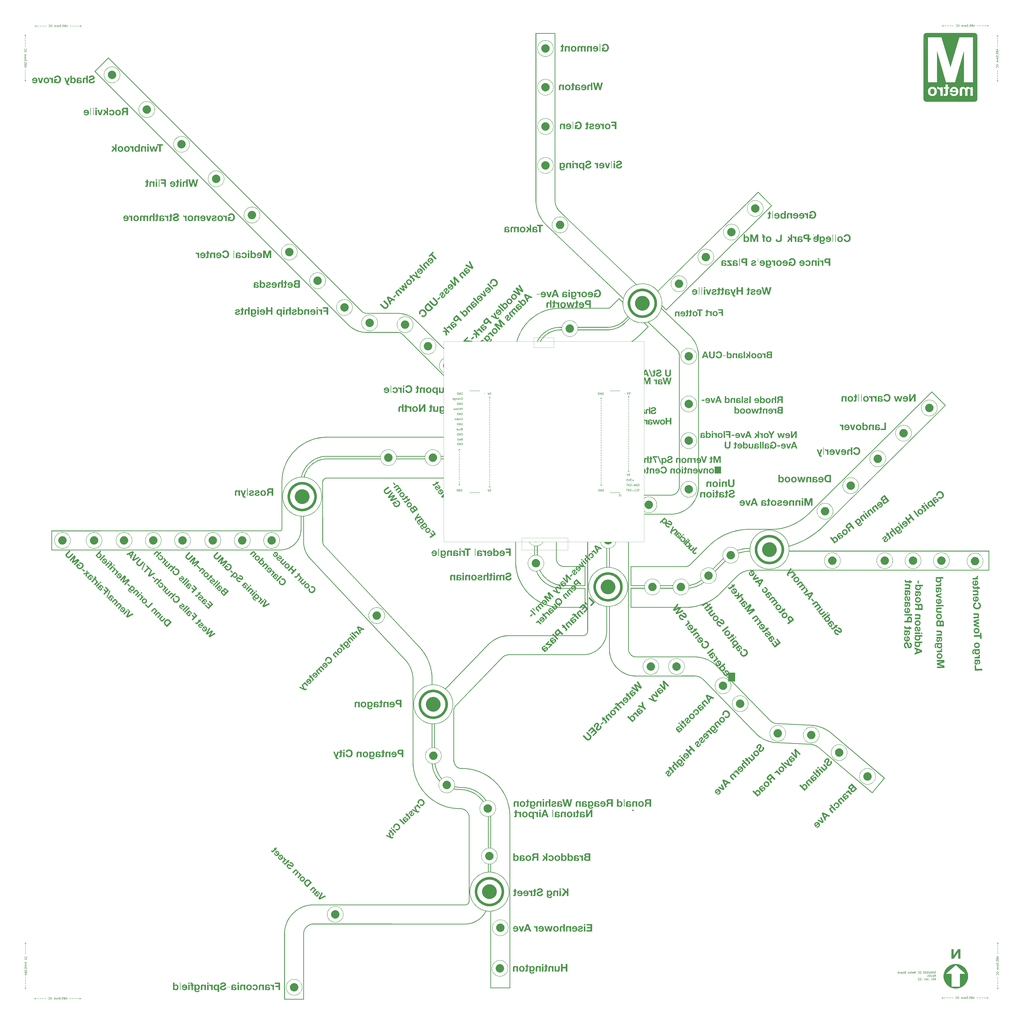
<source format=gbr>
G04 #@! TF.GenerationSoftware,KiCad,Pcbnew,(5.1.9)-1*
G04 #@! TF.CreationDate,2022-01-14T01:04:13-05:00*
G04 #@! TF.ProjectId,500x500-dc-metro-map-dev,35303078-3530-4302-9d64-632d6d657472,rev?*
G04 #@! TF.SameCoordinates,Original*
G04 #@! TF.FileFunction,Legend,Bot*
G04 #@! TF.FilePolarity,Positive*
%FSLAX46Y46*%
G04 Gerber Fmt 4.6, Leading zero omitted, Abs format (unit mm)*
G04 Created by KiCad (PCBNEW (5.1.9)-1) date 2022-01-14 01:04:13*
%MOMM*%
%LPD*%
G01*
G04 APERTURE LIST*
%ADD10C,0.150000*%
%ADD11C,0.100000*%
%ADD12C,0.200000*%
%ADD13C,0.120000*%
G04 APERTURE END LIST*
D10*
X111925333Y-520041214D02*
X112687238Y-520326928D01*
X111925333Y-520612642D01*
X111449142Y-520326928D02*
X110687238Y-520326928D01*
X110211047Y-520326928D02*
X109449142Y-520326928D01*
X108972952Y-520326928D02*
X108211047Y-520326928D01*
X107734857Y-520326928D02*
X106972952Y-520326928D01*
X105306285Y-520041214D02*
X105306285Y-520707880D01*
X105544380Y-519660261D02*
X105782476Y-520374547D01*
X105163428Y-520374547D01*
X104639619Y-520136452D02*
X104734857Y-520088833D01*
X104782476Y-520041214D01*
X104830095Y-519945976D01*
X104830095Y-519898357D01*
X104782476Y-519803119D01*
X104734857Y-519755500D01*
X104639619Y-519707880D01*
X104449142Y-519707880D01*
X104353904Y-519755500D01*
X104306285Y-519803119D01*
X104258666Y-519898357D01*
X104258666Y-519945976D01*
X104306285Y-520041214D01*
X104353904Y-520088833D01*
X104449142Y-520136452D01*
X104639619Y-520136452D01*
X104734857Y-520184071D01*
X104782476Y-520231690D01*
X104830095Y-520326928D01*
X104830095Y-520517404D01*
X104782476Y-520612642D01*
X104734857Y-520660261D01*
X104639619Y-520707880D01*
X104449142Y-520707880D01*
X104353904Y-520660261D01*
X104306285Y-520612642D01*
X104258666Y-520517404D01*
X104258666Y-520326928D01*
X104306285Y-520231690D01*
X104353904Y-520184071D01*
X104449142Y-520136452D01*
X103353904Y-519707880D02*
X103830095Y-519707880D01*
X103877714Y-520184071D01*
X103830095Y-520136452D01*
X103734857Y-520088833D01*
X103496761Y-520088833D01*
X103401523Y-520136452D01*
X103353904Y-520184071D01*
X103306285Y-520279309D01*
X103306285Y-520517404D01*
X103353904Y-520612642D01*
X103401523Y-520660261D01*
X103496761Y-520707880D01*
X103734857Y-520707880D01*
X103830095Y-520660261D01*
X103877714Y-520612642D01*
X102877714Y-520612642D02*
X102830095Y-520660261D01*
X102877714Y-520707880D01*
X102925333Y-520660261D01*
X102877714Y-520612642D01*
X102877714Y-520707880D01*
X101925333Y-519707880D02*
X102401523Y-519707880D01*
X102449142Y-520184071D01*
X102401523Y-520136452D01*
X102306285Y-520088833D01*
X102068190Y-520088833D01*
X101972952Y-520136452D01*
X101925333Y-520184071D01*
X101877714Y-520279309D01*
X101877714Y-520517404D01*
X101925333Y-520612642D01*
X101972952Y-520660261D01*
X102068190Y-520707880D01*
X102306285Y-520707880D01*
X102401523Y-520660261D01*
X102449142Y-520612642D01*
X101449142Y-520707880D02*
X101449142Y-520041214D01*
X101449142Y-520136452D02*
X101401523Y-520088833D01*
X101306285Y-520041214D01*
X101163428Y-520041214D01*
X101068190Y-520088833D01*
X101020571Y-520184071D01*
X101020571Y-520707880D01*
X101020571Y-520184071D02*
X100972952Y-520088833D01*
X100877714Y-520041214D01*
X100734857Y-520041214D01*
X100639619Y-520088833D01*
X100592000Y-520184071D01*
X100592000Y-520707880D01*
X100115809Y-520707880D02*
X100115809Y-520041214D01*
X100115809Y-520136452D02*
X100068190Y-520088833D01*
X99972952Y-520041214D01*
X99830095Y-520041214D01*
X99734857Y-520088833D01*
X99687238Y-520184071D01*
X99687238Y-520707880D01*
X99687238Y-520184071D02*
X99639619Y-520088833D01*
X99544380Y-520041214D01*
X99401523Y-520041214D01*
X99306285Y-520088833D01*
X99258666Y-520184071D01*
X99258666Y-520707880D01*
X97830095Y-519707880D02*
X97639619Y-519707880D01*
X97544380Y-519755500D01*
X97449142Y-519850738D01*
X97401523Y-520041214D01*
X97401523Y-520374547D01*
X97449142Y-520565023D01*
X97544380Y-520660261D01*
X97639619Y-520707880D01*
X97830095Y-520707880D01*
X97925333Y-520660261D01*
X98020571Y-520565023D01*
X98068190Y-520374547D01*
X98068190Y-520041214D01*
X98020571Y-519850738D01*
X97925333Y-519755500D01*
X97830095Y-519707880D01*
X96401523Y-520612642D02*
X96449142Y-520660261D01*
X96592000Y-520707880D01*
X96687238Y-520707880D01*
X96830095Y-520660261D01*
X96925333Y-520565023D01*
X96972952Y-520469785D01*
X97020571Y-520279309D01*
X97020571Y-520136452D01*
X96972952Y-519945976D01*
X96925333Y-519850738D01*
X96830095Y-519755500D01*
X96687238Y-519707880D01*
X96592000Y-519707880D01*
X96449142Y-519755500D01*
X96401523Y-519803119D01*
X95211047Y-520326928D02*
X94449142Y-520326928D01*
X93972952Y-520326928D02*
X93211047Y-520326928D01*
X92734857Y-520326928D02*
X91972952Y-520326928D01*
X91496761Y-520326928D02*
X90734857Y-520326928D01*
X90258666Y-520041214D02*
X89496761Y-520326928D01*
X90258666Y-520612642D01*
X85304285Y-514769333D02*
X85018571Y-515531238D01*
X84732857Y-514769333D01*
X85018571Y-514293142D02*
X85018571Y-513531238D01*
X85018571Y-513055047D02*
X85018571Y-512293142D01*
X85018571Y-511816952D02*
X85018571Y-511055047D01*
X85018571Y-510578857D02*
X85018571Y-509816952D01*
X85304285Y-508150285D02*
X84637619Y-508150285D01*
X85685238Y-508388380D02*
X84970952Y-508626476D01*
X84970952Y-508007428D01*
X85209047Y-507483619D02*
X85256666Y-507578857D01*
X85304285Y-507626476D01*
X85399523Y-507674095D01*
X85447142Y-507674095D01*
X85542380Y-507626476D01*
X85590000Y-507578857D01*
X85637619Y-507483619D01*
X85637619Y-507293142D01*
X85590000Y-507197904D01*
X85542380Y-507150285D01*
X85447142Y-507102666D01*
X85399523Y-507102666D01*
X85304285Y-507150285D01*
X85256666Y-507197904D01*
X85209047Y-507293142D01*
X85209047Y-507483619D01*
X85161428Y-507578857D01*
X85113809Y-507626476D01*
X85018571Y-507674095D01*
X84828095Y-507674095D01*
X84732857Y-507626476D01*
X84685238Y-507578857D01*
X84637619Y-507483619D01*
X84637619Y-507293142D01*
X84685238Y-507197904D01*
X84732857Y-507150285D01*
X84828095Y-507102666D01*
X85018571Y-507102666D01*
X85113809Y-507150285D01*
X85161428Y-507197904D01*
X85209047Y-507293142D01*
X85637619Y-506197904D02*
X85637619Y-506674095D01*
X85161428Y-506721714D01*
X85209047Y-506674095D01*
X85256666Y-506578857D01*
X85256666Y-506340761D01*
X85209047Y-506245523D01*
X85161428Y-506197904D01*
X85066190Y-506150285D01*
X84828095Y-506150285D01*
X84732857Y-506197904D01*
X84685238Y-506245523D01*
X84637619Y-506340761D01*
X84637619Y-506578857D01*
X84685238Y-506674095D01*
X84732857Y-506721714D01*
X84732857Y-505721714D02*
X84685238Y-505674095D01*
X84637619Y-505721714D01*
X84685238Y-505769333D01*
X84732857Y-505721714D01*
X84637619Y-505721714D01*
X85637619Y-504769333D02*
X85637619Y-505245523D01*
X85161428Y-505293142D01*
X85209047Y-505245523D01*
X85256666Y-505150285D01*
X85256666Y-504912190D01*
X85209047Y-504816952D01*
X85161428Y-504769333D01*
X85066190Y-504721714D01*
X84828095Y-504721714D01*
X84732857Y-504769333D01*
X84685238Y-504816952D01*
X84637619Y-504912190D01*
X84637619Y-505150285D01*
X84685238Y-505245523D01*
X84732857Y-505293142D01*
X84637619Y-504293142D02*
X85304285Y-504293142D01*
X85209047Y-504293142D02*
X85256666Y-504245523D01*
X85304285Y-504150285D01*
X85304285Y-504007428D01*
X85256666Y-503912190D01*
X85161428Y-503864571D01*
X84637619Y-503864571D01*
X85161428Y-503864571D02*
X85256666Y-503816952D01*
X85304285Y-503721714D01*
X85304285Y-503578857D01*
X85256666Y-503483619D01*
X85161428Y-503436000D01*
X84637619Y-503436000D01*
X84637619Y-502959809D02*
X85304285Y-502959809D01*
X85209047Y-502959809D02*
X85256666Y-502912190D01*
X85304285Y-502816952D01*
X85304285Y-502674095D01*
X85256666Y-502578857D01*
X85161428Y-502531238D01*
X84637619Y-502531238D01*
X85161428Y-502531238D02*
X85256666Y-502483619D01*
X85304285Y-502388380D01*
X85304285Y-502245523D01*
X85256666Y-502150285D01*
X85161428Y-502102666D01*
X84637619Y-502102666D01*
X85637619Y-500674095D02*
X85637619Y-500483619D01*
X85590000Y-500388380D01*
X85494761Y-500293142D01*
X85304285Y-500245523D01*
X84970952Y-500245523D01*
X84780476Y-500293142D01*
X84685238Y-500388380D01*
X84637619Y-500483619D01*
X84637619Y-500674095D01*
X84685238Y-500769333D01*
X84780476Y-500864571D01*
X84970952Y-500912190D01*
X85304285Y-500912190D01*
X85494761Y-500864571D01*
X85590000Y-500769333D01*
X85637619Y-500674095D01*
X84732857Y-499245523D02*
X84685238Y-499293142D01*
X84637619Y-499436000D01*
X84637619Y-499531238D01*
X84685238Y-499674095D01*
X84780476Y-499769333D01*
X84875714Y-499816952D01*
X85066190Y-499864571D01*
X85209047Y-499864571D01*
X85399523Y-499816952D01*
X85494761Y-499769333D01*
X85590000Y-499674095D01*
X85637619Y-499531238D01*
X85637619Y-499436000D01*
X85590000Y-499293142D01*
X85542380Y-499245523D01*
X85018571Y-498055047D02*
X85018571Y-497293142D01*
X85018571Y-496816952D02*
X85018571Y-496055047D01*
X85018571Y-495578857D02*
X85018571Y-494816952D01*
X85018571Y-494340761D02*
X85018571Y-493578857D01*
X85304285Y-493102666D02*
X85018571Y-492340761D01*
X84732857Y-493102666D01*
X85177285Y-61760333D02*
X84891571Y-62522238D01*
X84605857Y-61760333D01*
X84891571Y-61284142D02*
X84891571Y-60522238D01*
X84891571Y-60046047D02*
X84891571Y-59284142D01*
X84891571Y-58807952D02*
X84891571Y-58046047D01*
X84891571Y-57569857D02*
X84891571Y-56807952D01*
X85177285Y-55141285D02*
X84510619Y-55141285D01*
X85558238Y-55379380D02*
X84843952Y-55617476D01*
X84843952Y-54998428D01*
X85082047Y-54474619D02*
X85129666Y-54569857D01*
X85177285Y-54617476D01*
X85272523Y-54665095D01*
X85320142Y-54665095D01*
X85415380Y-54617476D01*
X85463000Y-54569857D01*
X85510619Y-54474619D01*
X85510619Y-54284142D01*
X85463000Y-54188904D01*
X85415380Y-54141285D01*
X85320142Y-54093666D01*
X85272523Y-54093666D01*
X85177285Y-54141285D01*
X85129666Y-54188904D01*
X85082047Y-54284142D01*
X85082047Y-54474619D01*
X85034428Y-54569857D01*
X84986809Y-54617476D01*
X84891571Y-54665095D01*
X84701095Y-54665095D01*
X84605857Y-54617476D01*
X84558238Y-54569857D01*
X84510619Y-54474619D01*
X84510619Y-54284142D01*
X84558238Y-54188904D01*
X84605857Y-54141285D01*
X84701095Y-54093666D01*
X84891571Y-54093666D01*
X84986809Y-54141285D01*
X85034428Y-54188904D01*
X85082047Y-54284142D01*
X85510619Y-53188904D02*
X85510619Y-53665095D01*
X85034428Y-53712714D01*
X85082047Y-53665095D01*
X85129666Y-53569857D01*
X85129666Y-53331761D01*
X85082047Y-53236523D01*
X85034428Y-53188904D01*
X84939190Y-53141285D01*
X84701095Y-53141285D01*
X84605857Y-53188904D01*
X84558238Y-53236523D01*
X84510619Y-53331761D01*
X84510619Y-53569857D01*
X84558238Y-53665095D01*
X84605857Y-53712714D01*
X84605857Y-52712714D02*
X84558238Y-52665095D01*
X84510619Y-52712714D01*
X84558238Y-52760333D01*
X84605857Y-52712714D01*
X84510619Y-52712714D01*
X85510619Y-51760333D02*
X85510619Y-52236523D01*
X85034428Y-52284142D01*
X85082047Y-52236523D01*
X85129666Y-52141285D01*
X85129666Y-51903190D01*
X85082047Y-51807952D01*
X85034428Y-51760333D01*
X84939190Y-51712714D01*
X84701095Y-51712714D01*
X84605857Y-51760333D01*
X84558238Y-51807952D01*
X84510619Y-51903190D01*
X84510619Y-52141285D01*
X84558238Y-52236523D01*
X84605857Y-52284142D01*
X84510619Y-51284142D02*
X85177285Y-51284142D01*
X85082047Y-51284142D02*
X85129666Y-51236523D01*
X85177285Y-51141285D01*
X85177285Y-50998428D01*
X85129666Y-50903190D01*
X85034428Y-50855571D01*
X84510619Y-50855571D01*
X85034428Y-50855571D02*
X85129666Y-50807952D01*
X85177285Y-50712714D01*
X85177285Y-50569857D01*
X85129666Y-50474619D01*
X85034428Y-50427000D01*
X84510619Y-50427000D01*
X84510619Y-49950809D02*
X85177285Y-49950809D01*
X85082047Y-49950809D02*
X85129666Y-49903190D01*
X85177285Y-49807952D01*
X85177285Y-49665095D01*
X85129666Y-49569857D01*
X85034428Y-49522238D01*
X84510619Y-49522238D01*
X85034428Y-49522238D02*
X85129666Y-49474619D01*
X85177285Y-49379380D01*
X85177285Y-49236523D01*
X85129666Y-49141285D01*
X85034428Y-49093666D01*
X84510619Y-49093666D01*
X85510619Y-47665095D02*
X85510619Y-47474619D01*
X85463000Y-47379380D01*
X85367761Y-47284142D01*
X85177285Y-47236523D01*
X84843952Y-47236523D01*
X84653476Y-47284142D01*
X84558238Y-47379380D01*
X84510619Y-47474619D01*
X84510619Y-47665095D01*
X84558238Y-47760333D01*
X84653476Y-47855571D01*
X84843952Y-47903190D01*
X85177285Y-47903190D01*
X85367761Y-47855571D01*
X85463000Y-47760333D01*
X85510619Y-47665095D01*
X84605857Y-46236523D02*
X84558238Y-46284142D01*
X84510619Y-46427000D01*
X84510619Y-46522238D01*
X84558238Y-46665095D01*
X84653476Y-46760333D01*
X84748714Y-46807952D01*
X84939190Y-46855571D01*
X85082047Y-46855571D01*
X85272523Y-46807952D01*
X85367761Y-46760333D01*
X85463000Y-46665095D01*
X85510619Y-46522238D01*
X85510619Y-46427000D01*
X85463000Y-46284142D01*
X85415380Y-46236523D01*
X84891571Y-45046047D02*
X84891571Y-44284142D01*
X84891571Y-43807952D02*
X84891571Y-43046047D01*
X84891571Y-42569857D02*
X84891571Y-41807952D01*
X84891571Y-41331761D02*
X84891571Y-40569857D01*
X85177285Y-40093666D02*
X84891571Y-39331761D01*
X84605857Y-40093666D01*
X112115833Y-34710714D02*
X112877738Y-34996428D01*
X112115833Y-35282142D01*
X111639642Y-34996428D02*
X110877738Y-34996428D01*
X110401547Y-34996428D02*
X109639642Y-34996428D01*
X109163452Y-34996428D02*
X108401547Y-34996428D01*
X107925357Y-34996428D02*
X107163452Y-34996428D01*
X105496785Y-34710714D02*
X105496785Y-35377380D01*
X105734880Y-34329761D02*
X105972976Y-35044047D01*
X105353928Y-35044047D01*
X104830119Y-34805952D02*
X104925357Y-34758333D01*
X104972976Y-34710714D01*
X105020595Y-34615476D01*
X105020595Y-34567857D01*
X104972976Y-34472619D01*
X104925357Y-34425000D01*
X104830119Y-34377380D01*
X104639642Y-34377380D01*
X104544404Y-34425000D01*
X104496785Y-34472619D01*
X104449166Y-34567857D01*
X104449166Y-34615476D01*
X104496785Y-34710714D01*
X104544404Y-34758333D01*
X104639642Y-34805952D01*
X104830119Y-34805952D01*
X104925357Y-34853571D01*
X104972976Y-34901190D01*
X105020595Y-34996428D01*
X105020595Y-35186904D01*
X104972976Y-35282142D01*
X104925357Y-35329761D01*
X104830119Y-35377380D01*
X104639642Y-35377380D01*
X104544404Y-35329761D01*
X104496785Y-35282142D01*
X104449166Y-35186904D01*
X104449166Y-34996428D01*
X104496785Y-34901190D01*
X104544404Y-34853571D01*
X104639642Y-34805952D01*
X103544404Y-34377380D02*
X104020595Y-34377380D01*
X104068214Y-34853571D01*
X104020595Y-34805952D01*
X103925357Y-34758333D01*
X103687261Y-34758333D01*
X103592023Y-34805952D01*
X103544404Y-34853571D01*
X103496785Y-34948809D01*
X103496785Y-35186904D01*
X103544404Y-35282142D01*
X103592023Y-35329761D01*
X103687261Y-35377380D01*
X103925357Y-35377380D01*
X104020595Y-35329761D01*
X104068214Y-35282142D01*
X103068214Y-35282142D02*
X103020595Y-35329761D01*
X103068214Y-35377380D01*
X103115833Y-35329761D01*
X103068214Y-35282142D01*
X103068214Y-35377380D01*
X102115833Y-34377380D02*
X102592023Y-34377380D01*
X102639642Y-34853571D01*
X102592023Y-34805952D01*
X102496785Y-34758333D01*
X102258690Y-34758333D01*
X102163452Y-34805952D01*
X102115833Y-34853571D01*
X102068214Y-34948809D01*
X102068214Y-35186904D01*
X102115833Y-35282142D01*
X102163452Y-35329761D01*
X102258690Y-35377380D01*
X102496785Y-35377380D01*
X102592023Y-35329761D01*
X102639642Y-35282142D01*
X101639642Y-35377380D02*
X101639642Y-34710714D01*
X101639642Y-34805952D02*
X101592023Y-34758333D01*
X101496785Y-34710714D01*
X101353928Y-34710714D01*
X101258690Y-34758333D01*
X101211071Y-34853571D01*
X101211071Y-35377380D01*
X101211071Y-34853571D02*
X101163452Y-34758333D01*
X101068214Y-34710714D01*
X100925357Y-34710714D01*
X100830119Y-34758333D01*
X100782500Y-34853571D01*
X100782500Y-35377380D01*
X100306309Y-35377380D02*
X100306309Y-34710714D01*
X100306309Y-34805952D02*
X100258690Y-34758333D01*
X100163452Y-34710714D01*
X100020595Y-34710714D01*
X99925357Y-34758333D01*
X99877738Y-34853571D01*
X99877738Y-35377380D01*
X99877738Y-34853571D02*
X99830119Y-34758333D01*
X99734880Y-34710714D01*
X99592023Y-34710714D01*
X99496785Y-34758333D01*
X99449166Y-34853571D01*
X99449166Y-35377380D01*
X98020595Y-34377380D02*
X97830119Y-34377380D01*
X97734880Y-34425000D01*
X97639642Y-34520238D01*
X97592023Y-34710714D01*
X97592023Y-35044047D01*
X97639642Y-35234523D01*
X97734880Y-35329761D01*
X97830119Y-35377380D01*
X98020595Y-35377380D01*
X98115833Y-35329761D01*
X98211071Y-35234523D01*
X98258690Y-35044047D01*
X98258690Y-34710714D01*
X98211071Y-34520238D01*
X98115833Y-34425000D01*
X98020595Y-34377380D01*
X96592023Y-35282142D02*
X96639642Y-35329761D01*
X96782500Y-35377380D01*
X96877738Y-35377380D01*
X97020595Y-35329761D01*
X97115833Y-35234523D01*
X97163452Y-35139285D01*
X97211071Y-34948809D01*
X97211071Y-34805952D01*
X97163452Y-34615476D01*
X97115833Y-34520238D01*
X97020595Y-34425000D01*
X96877738Y-34377380D01*
X96782500Y-34377380D01*
X96639642Y-34425000D01*
X96592023Y-34472619D01*
X95401547Y-34996428D02*
X94639642Y-34996428D01*
X94163452Y-34996428D02*
X93401547Y-34996428D01*
X92925357Y-34996428D02*
X92163452Y-34996428D01*
X91687261Y-34996428D02*
X90925357Y-34996428D01*
X90449166Y-34710714D02*
X89687261Y-34996428D01*
X90449166Y-35282142D01*
X564934333Y-34583714D02*
X565696238Y-34869428D01*
X564934333Y-35155142D01*
X564458142Y-34869428D02*
X563696238Y-34869428D01*
X563220047Y-34869428D02*
X562458142Y-34869428D01*
X561981952Y-34869428D02*
X561220047Y-34869428D01*
X560743857Y-34869428D02*
X559981952Y-34869428D01*
X558315285Y-34583714D02*
X558315285Y-35250380D01*
X558553380Y-34202761D02*
X558791476Y-34917047D01*
X558172428Y-34917047D01*
X557648619Y-34678952D02*
X557743857Y-34631333D01*
X557791476Y-34583714D01*
X557839095Y-34488476D01*
X557839095Y-34440857D01*
X557791476Y-34345619D01*
X557743857Y-34298000D01*
X557648619Y-34250380D01*
X557458142Y-34250380D01*
X557362904Y-34298000D01*
X557315285Y-34345619D01*
X557267666Y-34440857D01*
X557267666Y-34488476D01*
X557315285Y-34583714D01*
X557362904Y-34631333D01*
X557458142Y-34678952D01*
X557648619Y-34678952D01*
X557743857Y-34726571D01*
X557791476Y-34774190D01*
X557839095Y-34869428D01*
X557839095Y-35059904D01*
X557791476Y-35155142D01*
X557743857Y-35202761D01*
X557648619Y-35250380D01*
X557458142Y-35250380D01*
X557362904Y-35202761D01*
X557315285Y-35155142D01*
X557267666Y-35059904D01*
X557267666Y-34869428D01*
X557315285Y-34774190D01*
X557362904Y-34726571D01*
X557458142Y-34678952D01*
X556362904Y-34250380D02*
X556839095Y-34250380D01*
X556886714Y-34726571D01*
X556839095Y-34678952D01*
X556743857Y-34631333D01*
X556505761Y-34631333D01*
X556410523Y-34678952D01*
X556362904Y-34726571D01*
X556315285Y-34821809D01*
X556315285Y-35059904D01*
X556362904Y-35155142D01*
X556410523Y-35202761D01*
X556505761Y-35250380D01*
X556743857Y-35250380D01*
X556839095Y-35202761D01*
X556886714Y-35155142D01*
X555886714Y-35155142D02*
X555839095Y-35202761D01*
X555886714Y-35250380D01*
X555934333Y-35202761D01*
X555886714Y-35155142D01*
X555886714Y-35250380D01*
X554934333Y-34250380D02*
X555410523Y-34250380D01*
X555458142Y-34726571D01*
X555410523Y-34678952D01*
X555315285Y-34631333D01*
X555077190Y-34631333D01*
X554981952Y-34678952D01*
X554934333Y-34726571D01*
X554886714Y-34821809D01*
X554886714Y-35059904D01*
X554934333Y-35155142D01*
X554981952Y-35202761D01*
X555077190Y-35250380D01*
X555315285Y-35250380D01*
X555410523Y-35202761D01*
X555458142Y-35155142D01*
X554458142Y-35250380D02*
X554458142Y-34583714D01*
X554458142Y-34678952D02*
X554410523Y-34631333D01*
X554315285Y-34583714D01*
X554172428Y-34583714D01*
X554077190Y-34631333D01*
X554029571Y-34726571D01*
X554029571Y-35250380D01*
X554029571Y-34726571D02*
X553981952Y-34631333D01*
X553886714Y-34583714D01*
X553743857Y-34583714D01*
X553648619Y-34631333D01*
X553601000Y-34726571D01*
X553601000Y-35250380D01*
X553124809Y-35250380D02*
X553124809Y-34583714D01*
X553124809Y-34678952D02*
X553077190Y-34631333D01*
X552981952Y-34583714D01*
X552839095Y-34583714D01*
X552743857Y-34631333D01*
X552696238Y-34726571D01*
X552696238Y-35250380D01*
X552696238Y-34726571D02*
X552648619Y-34631333D01*
X552553380Y-34583714D01*
X552410523Y-34583714D01*
X552315285Y-34631333D01*
X552267666Y-34726571D01*
X552267666Y-35250380D01*
X550839095Y-34250380D02*
X550648619Y-34250380D01*
X550553380Y-34298000D01*
X550458142Y-34393238D01*
X550410523Y-34583714D01*
X550410523Y-34917047D01*
X550458142Y-35107523D01*
X550553380Y-35202761D01*
X550648619Y-35250380D01*
X550839095Y-35250380D01*
X550934333Y-35202761D01*
X551029571Y-35107523D01*
X551077190Y-34917047D01*
X551077190Y-34583714D01*
X551029571Y-34393238D01*
X550934333Y-34298000D01*
X550839095Y-34250380D01*
X549410523Y-35155142D02*
X549458142Y-35202761D01*
X549601000Y-35250380D01*
X549696238Y-35250380D01*
X549839095Y-35202761D01*
X549934333Y-35107523D01*
X549981952Y-35012285D01*
X550029571Y-34821809D01*
X550029571Y-34678952D01*
X549981952Y-34488476D01*
X549934333Y-34393238D01*
X549839095Y-34298000D01*
X549696238Y-34250380D01*
X549601000Y-34250380D01*
X549458142Y-34298000D01*
X549410523Y-34345619D01*
X548220047Y-34869428D02*
X547458142Y-34869428D01*
X546981952Y-34869428D02*
X546220047Y-34869428D01*
X545743857Y-34869428D02*
X544981952Y-34869428D01*
X544505761Y-34869428D02*
X543743857Y-34869428D01*
X543267666Y-34583714D02*
X542505761Y-34869428D01*
X543267666Y-35155142D01*
X569888714Y-40284166D02*
X570174428Y-39522261D01*
X570460142Y-40284166D01*
X570174428Y-40760357D02*
X570174428Y-41522261D01*
X570174428Y-41998452D02*
X570174428Y-42760357D01*
X570174428Y-43236547D02*
X570174428Y-43998452D01*
X570174428Y-44474642D02*
X570174428Y-45236547D01*
X569888714Y-46903214D02*
X570555380Y-46903214D01*
X569507761Y-46665119D02*
X570222047Y-46427023D01*
X570222047Y-47046071D01*
X569983952Y-47569880D02*
X569936333Y-47474642D01*
X569888714Y-47427023D01*
X569793476Y-47379404D01*
X569745857Y-47379404D01*
X569650619Y-47427023D01*
X569603000Y-47474642D01*
X569555380Y-47569880D01*
X569555380Y-47760357D01*
X569603000Y-47855595D01*
X569650619Y-47903214D01*
X569745857Y-47950833D01*
X569793476Y-47950833D01*
X569888714Y-47903214D01*
X569936333Y-47855595D01*
X569983952Y-47760357D01*
X569983952Y-47569880D01*
X570031571Y-47474642D01*
X570079190Y-47427023D01*
X570174428Y-47379404D01*
X570364904Y-47379404D01*
X570460142Y-47427023D01*
X570507761Y-47474642D01*
X570555380Y-47569880D01*
X570555380Y-47760357D01*
X570507761Y-47855595D01*
X570460142Y-47903214D01*
X570364904Y-47950833D01*
X570174428Y-47950833D01*
X570079190Y-47903214D01*
X570031571Y-47855595D01*
X569983952Y-47760357D01*
X569555380Y-48855595D02*
X569555380Y-48379404D01*
X570031571Y-48331785D01*
X569983952Y-48379404D01*
X569936333Y-48474642D01*
X569936333Y-48712738D01*
X569983952Y-48807976D01*
X570031571Y-48855595D01*
X570126809Y-48903214D01*
X570364904Y-48903214D01*
X570460142Y-48855595D01*
X570507761Y-48807976D01*
X570555380Y-48712738D01*
X570555380Y-48474642D01*
X570507761Y-48379404D01*
X570460142Y-48331785D01*
X570460142Y-49331785D02*
X570507761Y-49379404D01*
X570555380Y-49331785D01*
X570507761Y-49284166D01*
X570460142Y-49331785D01*
X570555380Y-49331785D01*
X569555380Y-50284166D02*
X569555380Y-49807976D01*
X570031571Y-49760357D01*
X569983952Y-49807976D01*
X569936333Y-49903214D01*
X569936333Y-50141309D01*
X569983952Y-50236547D01*
X570031571Y-50284166D01*
X570126809Y-50331785D01*
X570364904Y-50331785D01*
X570460142Y-50284166D01*
X570507761Y-50236547D01*
X570555380Y-50141309D01*
X570555380Y-49903214D01*
X570507761Y-49807976D01*
X570460142Y-49760357D01*
X570555380Y-50760357D02*
X569888714Y-50760357D01*
X569983952Y-50760357D02*
X569936333Y-50807976D01*
X569888714Y-50903214D01*
X569888714Y-51046071D01*
X569936333Y-51141309D01*
X570031571Y-51188928D01*
X570555380Y-51188928D01*
X570031571Y-51188928D02*
X569936333Y-51236547D01*
X569888714Y-51331785D01*
X569888714Y-51474642D01*
X569936333Y-51569880D01*
X570031571Y-51617500D01*
X570555380Y-51617500D01*
X570555380Y-52093690D02*
X569888714Y-52093690D01*
X569983952Y-52093690D02*
X569936333Y-52141309D01*
X569888714Y-52236547D01*
X569888714Y-52379404D01*
X569936333Y-52474642D01*
X570031571Y-52522261D01*
X570555380Y-52522261D01*
X570031571Y-52522261D02*
X569936333Y-52569880D01*
X569888714Y-52665119D01*
X569888714Y-52807976D01*
X569936333Y-52903214D01*
X570031571Y-52950833D01*
X570555380Y-52950833D01*
X569555380Y-54379404D02*
X569555380Y-54569880D01*
X569603000Y-54665119D01*
X569698238Y-54760357D01*
X569888714Y-54807976D01*
X570222047Y-54807976D01*
X570412523Y-54760357D01*
X570507761Y-54665119D01*
X570555380Y-54569880D01*
X570555380Y-54379404D01*
X570507761Y-54284166D01*
X570412523Y-54188928D01*
X570222047Y-54141309D01*
X569888714Y-54141309D01*
X569698238Y-54188928D01*
X569603000Y-54284166D01*
X569555380Y-54379404D01*
X570460142Y-55807976D02*
X570507761Y-55760357D01*
X570555380Y-55617500D01*
X570555380Y-55522261D01*
X570507761Y-55379404D01*
X570412523Y-55284166D01*
X570317285Y-55236547D01*
X570126809Y-55188928D01*
X569983952Y-55188928D01*
X569793476Y-55236547D01*
X569698238Y-55284166D01*
X569603000Y-55379404D01*
X569555380Y-55522261D01*
X569555380Y-55617500D01*
X569603000Y-55760357D01*
X569650619Y-55807976D01*
X570174428Y-56998452D02*
X570174428Y-57760357D01*
X570174428Y-58236547D02*
X570174428Y-58998452D01*
X570174428Y-59474642D02*
X570174428Y-60236547D01*
X570174428Y-60712738D02*
X570174428Y-61474642D01*
X569888714Y-61950833D02*
X570174428Y-62712738D01*
X570460142Y-61950833D01*
X570015714Y-493102666D02*
X570301428Y-492340761D01*
X570587142Y-493102666D01*
X570301428Y-493578857D02*
X570301428Y-494340761D01*
X570301428Y-494816952D02*
X570301428Y-495578857D01*
X570301428Y-496055047D02*
X570301428Y-496816952D01*
X570301428Y-497293142D02*
X570301428Y-498055047D01*
X570015714Y-499721714D02*
X570682380Y-499721714D01*
X569634761Y-499483619D02*
X570349047Y-499245523D01*
X570349047Y-499864571D01*
X570110952Y-500388380D02*
X570063333Y-500293142D01*
X570015714Y-500245523D01*
X569920476Y-500197904D01*
X569872857Y-500197904D01*
X569777619Y-500245523D01*
X569730000Y-500293142D01*
X569682380Y-500388380D01*
X569682380Y-500578857D01*
X569730000Y-500674095D01*
X569777619Y-500721714D01*
X569872857Y-500769333D01*
X569920476Y-500769333D01*
X570015714Y-500721714D01*
X570063333Y-500674095D01*
X570110952Y-500578857D01*
X570110952Y-500388380D01*
X570158571Y-500293142D01*
X570206190Y-500245523D01*
X570301428Y-500197904D01*
X570491904Y-500197904D01*
X570587142Y-500245523D01*
X570634761Y-500293142D01*
X570682380Y-500388380D01*
X570682380Y-500578857D01*
X570634761Y-500674095D01*
X570587142Y-500721714D01*
X570491904Y-500769333D01*
X570301428Y-500769333D01*
X570206190Y-500721714D01*
X570158571Y-500674095D01*
X570110952Y-500578857D01*
X569682380Y-501674095D02*
X569682380Y-501197904D01*
X570158571Y-501150285D01*
X570110952Y-501197904D01*
X570063333Y-501293142D01*
X570063333Y-501531238D01*
X570110952Y-501626476D01*
X570158571Y-501674095D01*
X570253809Y-501721714D01*
X570491904Y-501721714D01*
X570587142Y-501674095D01*
X570634761Y-501626476D01*
X570682380Y-501531238D01*
X570682380Y-501293142D01*
X570634761Y-501197904D01*
X570587142Y-501150285D01*
X570587142Y-502150285D02*
X570634761Y-502197904D01*
X570682380Y-502150285D01*
X570634761Y-502102666D01*
X570587142Y-502150285D01*
X570682380Y-502150285D01*
X569682380Y-503102666D02*
X569682380Y-502626476D01*
X570158571Y-502578857D01*
X570110952Y-502626476D01*
X570063333Y-502721714D01*
X570063333Y-502959809D01*
X570110952Y-503055047D01*
X570158571Y-503102666D01*
X570253809Y-503150285D01*
X570491904Y-503150285D01*
X570587142Y-503102666D01*
X570634761Y-503055047D01*
X570682380Y-502959809D01*
X570682380Y-502721714D01*
X570634761Y-502626476D01*
X570587142Y-502578857D01*
X570682380Y-503578857D02*
X570015714Y-503578857D01*
X570110952Y-503578857D02*
X570063333Y-503626476D01*
X570015714Y-503721714D01*
X570015714Y-503864571D01*
X570063333Y-503959809D01*
X570158571Y-504007428D01*
X570682380Y-504007428D01*
X570158571Y-504007428D02*
X570063333Y-504055047D01*
X570015714Y-504150285D01*
X570015714Y-504293142D01*
X570063333Y-504388380D01*
X570158571Y-504436000D01*
X570682380Y-504436000D01*
X570682380Y-504912190D02*
X570015714Y-504912190D01*
X570110952Y-504912190D02*
X570063333Y-504959809D01*
X570015714Y-505055047D01*
X570015714Y-505197904D01*
X570063333Y-505293142D01*
X570158571Y-505340761D01*
X570682380Y-505340761D01*
X570158571Y-505340761D02*
X570063333Y-505388380D01*
X570015714Y-505483619D01*
X570015714Y-505626476D01*
X570063333Y-505721714D01*
X570158571Y-505769333D01*
X570682380Y-505769333D01*
X569682380Y-507197904D02*
X569682380Y-507388380D01*
X569730000Y-507483619D01*
X569825238Y-507578857D01*
X570015714Y-507626476D01*
X570349047Y-507626476D01*
X570539523Y-507578857D01*
X570634761Y-507483619D01*
X570682380Y-507388380D01*
X570682380Y-507197904D01*
X570634761Y-507102666D01*
X570539523Y-507007428D01*
X570349047Y-506959809D01*
X570015714Y-506959809D01*
X569825238Y-507007428D01*
X569730000Y-507102666D01*
X569682380Y-507197904D01*
X570587142Y-508626476D02*
X570634761Y-508578857D01*
X570682380Y-508436000D01*
X570682380Y-508340761D01*
X570634761Y-508197904D01*
X570539523Y-508102666D01*
X570444285Y-508055047D01*
X570253809Y-508007428D01*
X570110952Y-508007428D01*
X569920476Y-508055047D01*
X569825238Y-508102666D01*
X569730000Y-508197904D01*
X569682380Y-508340761D01*
X569682380Y-508436000D01*
X569730000Y-508578857D01*
X569777619Y-508626476D01*
X570301428Y-509816952D02*
X570301428Y-510578857D01*
X570301428Y-511055047D02*
X570301428Y-511816952D01*
X570301428Y-512293142D02*
X570301428Y-513055047D01*
X570301428Y-513531238D02*
X570301428Y-514293142D01*
X570015714Y-514769333D02*
X570301428Y-515531238D01*
X570587142Y-514769333D01*
X564743833Y-519723714D02*
X565505738Y-520009428D01*
X564743833Y-520295142D01*
X564267642Y-520009428D02*
X563505738Y-520009428D01*
X563029547Y-520009428D02*
X562267642Y-520009428D01*
X561791452Y-520009428D02*
X561029547Y-520009428D01*
X560553357Y-520009428D02*
X559791452Y-520009428D01*
X558124785Y-519723714D02*
X558124785Y-520390380D01*
X558362880Y-519342761D02*
X558600976Y-520057047D01*
X557981928Y-520057047D01*
X557458119Y-519818952D02*
X557553357Y-519771333D01*
X557600976Y-519723714D01*
X557648595Y-519628476D01*
X557648595Y-519580857D01*
X557600976Y-519485619D01*
X557553357Y-519438000D01*
X557458119Y-519390380D01*
X557267642Y-519390380D01*
X557172404Y-519438000D01*
X557124785Y-519485619D01*
X557077166Y-519580857D01*
X557077166Y-519628476D01*
X557124785Y-519723714D01*
X557172404Y-519771333D01*
X557267642Y-519818952D01*
X557458119Y-519818952D01*
X557553357Y-519866571D01*
X557600976Y-519914190D01*
X557648595Y-520009428D01*
X557648595Y-520199904D01*
X557600976Y-520295142D01*
X557553357Y-520342761D01*
X557458119Y-520390380D01*
X557267642Y-520390380D01*
X557172404Y-520342761D01*
X557124785Y-520295142D01*
X557077166Y-520199904D01*
X557077166Y-520009428D01*
X557124785Y-519914190D01*
X557172404Y-519866571D01*
X557267642Y-519818952D01*
X556172404Y-519390380D02*
X556648595Y-519390380D01*
X556696214Y-519866571D01*
X556648595Y-519818952D01*
X556553357Y-519771333D01*
X556315261Y-519771333D01*
X556220023Y-519818952D01*
X556172404Y-519866571D01*
X556124785Y-519961809D01*
X556124785Y-520199904D01*
X556172404Y-520295142D01*
X556220023Y-520342761D01*
X556315261Y-520390380D01*
X556553357Y-520390380D01*
X556648595Y-520342761D01*
X556696214Y-520295142D01*
X555696214Y-520295142D02*
X555648595Y-520342761D01*
X555696214Y-520390380D01*
X555743833Y-520342761D01*
X555696214Y-520295142D01*
X555696214Y-520390380D01*
X554743833Y-519390380D02*
X555220023Y-519390380D01*
X555267642Y-519866571D01*
X555220023Y-519818952D01*
X555124785Y-519771333D01*
X554886690Y-519771333D01*
X554791452Y-519818952D01*
X554743833Y-519866571D01*
X554696214Y-519961809D01*
X554696214Y-520199904D01*
X554743833Y-520295142D01*
X554791452Y-520342761D01*
X554886690Y-520390380D01*
X555124785Y-520390380D01*
X555220023Y-520342761D01*
X555267642Y-520295142D01*
X554267642Y-520390380D02*
X554267642Y-519723714D01*
X554267642Y-519818952D02*
X554220023Y-519771333D01*
X554124785Y-519723714D01*
X553981928Y-519723714D01*
X553886690Y-519771333D01*
X553839071Y-519866571D01*
X553839071Y-520390380D01*
X553839071Y-519866571D02*
X553791452Y-519771333D01*
X553696214Y-519723714D01*
X553553357Y-519723714D01*
X553458119Y-519771333D01*
X553410500Y-519866571D01*
X553410500Y-520390380D01*
X552934309Y-520390380D02*
X552934309Y-519723714D01*
X552934309Y-519818952D02*
X552886690Y-519771333D01*
X552791452Y-519723714D01*
X552648595Y-519723714D01*
X552553357Y-519771333D01*
X552505738Y-519866571D01*
X552505738Y-520390380D01*
X552505738Y-519866571D02*
X552458119Y-519771333D01*
X552362880Y-519723714D01*
X552220023Y-519723714D01*
X552124785Y-519771333D01*
X552077166Y-519866571D01*
X552077166Y-520390380D01*
X550648595Y-519390380D02*
X550458119Y-519390380D01*
X550362880Y-519438000D01*
X550267642Y-519533238D01*
X550220023Y-519723714D01*
X550220023Y-520057047D01*
X550267642Y-520247523D01*
X550362880Y-520342761D01*
X550458119Y-520390380D01*
X550648595Y-520390380D01*
X550743833Y-520342761D01*
X550839071Y-520247523D01*
X550886690Y-520057047D01*
X550886690Y-519723714D01*
X550839071Y-519533238D01*
X550743833Y-519438000D01*
X550648595Y-519390380D01*
X549220023Y-520295142D02*
X549267642Y-520342761D01*
X549410500Y-520390380D01*
X549505738Y-520390380D01*
X549648595Y-520342761D01*
X549743833Y-520247523D01*
X549791452Y-520152285D01*
X549839071Y-519961809D01*
X549839071Y-519818952D01*
X549791452Y-519628476D01*
X549743833Y-519533238D01*
X549648595Y-519438000D01*
X549505738Y-519390380D01*
X549410500Y-519390380D01*
X549267642Y-519438000D01*
X549220023Y-519485619D01*
X548029547Y-520009428D02*
X547267642Y-520009428D01*
X546791452Y-520009428D02*
X546029547Y-520009428D01*
X545553357Y-520009428D02*
X544791452Y-520009428D01*
X544315261Y-520009428D02*
X543553357Y-520009428D01*
X543077166Y-519723714D02*
X542315261Y-520009428D01*
X543077166Y-520295142D01*
X538785814Y-506767580D02*
X539262004Y-506767580D01*
X539309623Y-507243771D01*
X539262004Y-507196152D01*
X539166766Y-507148533D01*
X538928671Y-507148533D01*
X538833433Y-507196152D01*
X538785814Y-507243771D01*
X538738195Y-507339009D01*
X538738195Y-507577104D01*
X538785814Y-507672342D01*
X538833433Y-507719961D01*
X538928671Y-507767580D01*
X539166766Y-507767580D01*
X539262004Y-507719961D01*
X539309623Y-507672342D01*
X538119147Y-506767580D02*
X538023909Y-506767580D01*
X537928671Y-506815200D01*
X537881052Y-506862819D01*
X537833433Y-506958057D01*
X537785814Y-507148533D01*
X537785814Y-507386628D01*
X537833433Y-507577104D01*
X537881052Y-507672342D01*
X537928671Y-507719961D01*
X538023909Y-507767580D01*
X538119147Y-507767580D01*
X538214385Y-507719961D01*
X538262004Y-507672342D01*
X538309623Y-507577104D01*
X538357242Y-507386628D01*
X538357242Y-507148533D01*
X538309623Y-506958057D01*
X538262004Y-506862819D01*
X538214385Y-506815200D01*
X538119147Y-506767580D01*
X537166766Y-506767580D02*
X537071528Y-506767580D01*
X536976290Y-506815200D01*
X536928671Y-506862819D01*
X536881052Y-506958057D01*
X536833433Y-507148533D01*
X536833433Y-507386628D01*
X536881052Y-507577104D01*
X536928671Y-507672342D01*
X536976290Y-507719961D01*
X537071528Y-507767580D01*
X537166766Y-507767580D01*
X537262004Y-507719961D01*
X537309623Y-507672342D01*
X537357242Y-507577104D01*
X537404861Y-507386628D01*
X537404861Y-507148533D01*
X537357242Y-506958057D01*
X537309623Y-506862819D01*
X537262004Y-506815200D01*
X537166766Y-506767580D01*
X536500100Y-507767580D02*
X535976290Y-507100914D01*
X536500100Y-507100914D02*
X535976290Y-507767580D01*
X535119147Y-506767580D02*
X535595338Y-506767580D01*
X535642957Y-507243771D01*
X535595338Y-507196152D01*
X535500100Y-507148533D01*
X535262004Y-507148533D01*
X535166766Y-507196152D01*
X535119147Y-507243771D01*
X535071528Y-507339009D01*
X535071528Y-507577104D01*
X535119147Y-507672342D01*
X535166766Y-507719961D01*
X535262004Y-507767580D01*
X535500100Y-507767580D01*
X535595338Y-507719961D01*
X535642957Y-507672342D01*
X534452480Y-506767580D02*
X534357242Y-506767580D01*
X534262004Y-506815200D01*
X534214385Y-506862819D01*
X534166766Y-506958057D01*
X534119147Y-507148533D01*
X534119147Y-507386628D01*
X534166766Y-507577104D01*
X534214385Y-507672342D01*
X534262004Y-507719961D01*
X534357242Y-507767580D01*
X534452480Y-507767580D01*
X534547719Y-507719961D01*
X534595338Y-507672342D01*
X534642957Y-507577104D01*
X534690576Y-507386628D01*
X534690576Y-507148533D01*
X534642957Y-506958057D01*
X534595338Y-506862819D01*
X534547719Y-506815200D01*
X534452480Y-506767580D01*
X533500100Y-506767580D02*
X533404861Y-506767580D01*
X533309623Y-506815200D01*
X533262004Y-506862819D01*
X533214385Y-506958057D01*
X533166766Y-507148533D01*
X533166766Y-507386628D01*
X533214385Y-507577104D01*
X533262004Y-507672342D01*
X533309623Y-507719961D01*
X533404861Y-507767580D01*
X533500100Y-507767580D01*
X533595338Y-507719961D01*
X533642957Y-507672342D01*
X533690576Y-507577104D01*
X533738195Y-507386628D01*
X533738195Y-507148533D01*
X533690576Y-506958057D01*
X533642957Y-506862819D01*
X533595338Y-506815200D01*
X533500100Y-506767580D01*
X531976290Y-507767580D02*
X531976290Y-506767580D01*
X531738195Y-506767580D01*
X531595338Y-506815200D01*
X531500100Y-506910438D01*
X531452480Y-507005676D01*
X531404861Y-507196152D01*
X531404861Y-507339009D01*
X531452480Y-507529485D01*
X531500100Y-507624723D01*
X531595338Y-507719961D01*
X531738195Y-507767580D01*
X531976290Y-507767580D01*
X530404861Y-507672342D02*
X530452480Y-507719961D01*
X530595338Y-507767580D01*
X530690576Y-507767580D01*
X530833433Y-507719961D01*
X530928671Y-507624723D01*
X530976290Y-507529485D01*
X531023909Y-507339009D01*
X531023909Y-507196152D01*
X530976290Y-507005676D01*
X530928671Y-506910438D01*
X530833433Y-506815200D01*
X530690576Y-506767580D01*
X530595338Y-506767580D01*
X530452480Y-506815200D01*
X530404861Y-506862819D01*
X529214385Y-507767580D02*
X529214385Y-506767580D01*
X528881052Y-507481866D01*
X528547719Y-506767580D01*
X528547719Y-507767580D01*
X527690576Y-507719961D02*
X527785814Y-507767580D01*
X527976290Y-507767580D01*
X528071528Y-507719961D01*
X528119147Y-507624723D01*
X528119147Y-507243771D01*
X528071528Y-507148533D01*
X527976290Y-507100914D01*
X527785814Y-507100914D01*
X527690576Y-507148533D01*
X527642957Y-507243771D01*
X527642957Y-507339009D01*
X528119147Y-507434247D01*
X527357242Y-507100914D02*
X526976290Y-507100914D01*
X527214385Y-506767580D02*
X527214385Y-507624723D01*
X527166766Y-507719961D01*
X527071528Y-507767580D01*
X526976290Y-507767580D01*
X526642957Y-507767580D02*
X526642957Y-507100914D01*
X526642957Y-507291390D02*
X526595338Y-507196152D01*
X526547719Y-507148533D01*
X526452480Y-507100914D01*
X526357242Y-507100914D01*
X525881052Y-507767580D02*
X525976290Y-507719961D01*
X526023909Y-507672342D01*
X526071528Y-507577104D01*
X526071528Y-507291390D01*
X526023909Y-507196152D01*
X525976290Y-507148533D01*
X525881052Y-507100914D01*
X525738195Y-507100914D01*
X525642957Y-507148533D01*
X525595338Y-507196152D01*
X525547719Y-507291390D01*
X525547719Y-507577104D01*
X525595338Y-507672342D01*
X525642957Y-507719961D01*
X525738195Y-507767580D01*
X525881052Y-507767580D01*
X524023909Y-507243771D02*
X523881052Y-507291390D01*
X523833433Y-507339009D01*
X523785814Y-507434247D01*
X523785814Y-507577104D01*
X523833433Y-507672342D01*
X523881052Y-507719961D01*
X523976290Y-507767580D01*
X524357242Y-507767580D01*
X524357242Y-506767580D01*
X524023909Y-506767580D01*
X523928671Y-506815200D01*
X523881052Y-506862819D01*
X523833433Y-506958057D01*
X523833433Y-507053295D01*
X523881052Y-507148533D01*
X523928671Y-507196152D01*
X524023909Y-507243771D01*
X524357242Y-507243771D01*
X523214385Y-507767580D02*
X523309623Y-507719961D01*
X523357242Y-507672342D01*
X523404861Y-507577104D01*
X523404861Y-507291390D01*
X523357242Y-507196152D01*
X523309623Y-507148533D01*
X523214385Y-507100914D01*
X523071528Y-507100914D01*
X522976290Y-507148533D01*
X522928671Y-507196152D01*
X522881052Y-507291390D01*
X522881052Y-507577104D01*
X522928671Y-507672342D01*
X522976290Y-507719961D01*
X523071528Y-507767580D01*
X523214385Y-507767580D01*
X522023909Y-507767580D02*
X522023909Y-507243771D01*
X522071528Y-507148533D01*
X522166766Y-507100914D01*
X522357242Y-507100914D01*
X522452480Y-507148533D01*
X522023909Y-507719961D02*
X522119147Y-507767580D01*
X522357242Y-507767580D01*
X522452480Y-507719961D01*
X522500100Y-507624723D01*
X522500100Y-507529485D01*
X522452480Y-507434247D01*
X522357242Y-507386628D01*
X522119147Y-507386628D01*
X522023909Y-507339009D01*
X521547719Y-507767580D02*
X521547719Y-507100914D01*
X521547719Y-507291390D02*
X521500100Y-507196152D01*
X521452480Y-507148533D01*
X521357242Y-507100914D01*
X521262004Y-507100914D01*
X520500100Y-507767580D02*
X520500100Y-506767580D01*
X520500100Y-507719961D02*
X520595338Y-507767580D01*
X520785814Y-507767580D01*
X520881052Y-507719961D01*
X520928671Y-507672342D01*
X520976290Y-507577104D01*
X520976290Y-507291390D01*
X520928671Y-507196152D01*
X520881052Y-507148533D01*
X520785814Y-507100914D01*
X520595338Y-507100914D01*
X520500100Y-507148533D01*
X538690576Y-509417580D02*
X539023909Y-508941390D01*
X539262004Y-509417580D02*
X539262004Y-508417580D01*
X538881052Y-508417580D01*
X538785814Y-508465200D01*
X538738195Y-508512819D01*
X538690576Y-508608057D01*
X538690576Y-508750914D01*
X538738195Y-508846152D01*
X538785814Y-508893771D01*
X538881052Y-508941390D01*
X539262004Y-508941390D01*
X537881052Y-509369961D02*
X537976290Y-509417580D01*
X538166766Y-509417580D01*
X538262004Y-509369961D01*
X538309623Y-509274723D01*
X538309623Y-508893771D01*
X538262004Y-508798533D01*
X538166766Y-508750914D01*
X537976290Y-508750914D01*
X537881052Y-508798533D01*
X537833433Y-508893771D01*
X537833433Y-508989009D01*
X538309623Y-509084247D01*
X537500100Y-508750914D02*
X537262004Y-509417580D01*
X537023909Y-508750914D01*
X536452480Y-508417580D02*
X536357242Y-508417580D01*
X536262004Y-508465200D01*
X536214385Y-508512819D01*
X536166766Y-508608057D01*
X536119147Y-508798533D01*
X536119147Y-509036628D01*
X536166766Y-509227104D01*
X536214385Y-509322342D01*
X536262004Y-509369961D01*
X536357242Y-509417580D01*
X536452480Y-509417580D01*
X536547719Y-509369961D01*
X536595338Y-509322342D01*
X536642957Y-509227104D01*
X536690576Y-509036628D01*
X536690576Y-508798533D01*
X536642957Y-508608057D01*
X536595338Y-508512819D01*
X536547719Y-508465200D01*
X536452480Y-508417580D01*
X535166766Y-509417580D02*
X535738195Y-509417580D01*
X535452480Y-509417580D02*
X535452480Y-508417580D01*
X535547719Y-508560438D01*
X535642957Y-508655676D01*
X535738195Y-508703295D01*
X539309623Y-510781866D02*
X538833433Y-510781866D01*
X539404861Y-511067580D02*
X539071528Y-510067580D01*
X538738195Y-511067580D01*
X538452480Y-511019961D02*
X538309623Y-511067580D01*
X538071528Y-511067580D01*
X537976290Y-511019961D01*
X537928671Y-510972342D01*
X537881052Y-510877104D01*
X537881052Y-510781866D01*
X537928671Y-510686628D01*
X537976290Y-510639009D01*
X538071528Y-510591390D01*
X538262004Y-510543771D01*
X538357242Y-510496152D01*
X538404861Y-510448533D01*
X538452480Y-510353295D01*
X538452480Y-510258057D01*
X538404861Y-510162819D01*
X538357242Y-510115200D01*
X538262004Y-510067580D01*
X538023909Y-510067580D01*
X537881052Y-510115200D01*
X536976290Y-511067580D02*
X537452480Y-511067580D01*
X537452480Y-510067580D01*
X535595338Y-510067580D02*
X535595338Y-510781866D01*
X535642957Y-510924723D01*
X535738195Y-511019961D01*
X535881052Y-511067580D01*
X535976290Y-511067580D01*
X534690576Y-511067580D02*
X534690576Y-510543771D01*
X534738195Y-510448533D01*
X534833433Y-510400914D01*
X535023909Y-510400914D01*
X535119147Y-510448533D01*
X534690576Y-511019961D02*
X534785814Y-511067580D01*
X535023909Y-511067580D01*
X535119147Y-511019961D01*
X535166766Y-510924723D01*
X535166766Y-510829485D01*
X535119147Y-510734247D01*
X535023909Y-510686628D01*
X534785814Y-510686628D01*
X534690576Y-510639009D01*
X534214385Y-510400914D02*
X534214385Y-511067580D01*
X534214385Y-510496152D02*
X534166766Y-510448533D01*
X534071528Y-510400914D01*
X533928671Y-510400914D01*
X533833433Y-510448533D01*
X533785814Y-510543771D01*
X533785814Y-511067580D01*
X532500100Y-510067580D02*
X532595338Y-510258057D01*
X532119147Y-510162819D02*
X532071528Y-510115200D01*
X531976290Y-510067580D01*
X531738195Y-510067580D01*
X531642957Y-510115200D01*
X531595338Y-510162819D01*
X531547719Y-510258057D01*
X531547719Y-510353295D01*
X531595338Y-510496152D01*
X532166766Y-511067580D01*
X531547719Y-511067580D01*
X531166766Y-510162819D02*
X531119147Y-510115200D01*
X531023909Y-510067580D01*
X530785814Y-510067580D01*
X530690576Y-510115200D01*
X530642957Y-510162819D01*
X530595338Y-510258057D01*
X530595338Y-510353295D01*
X530642957Y-510496152D01*
X531214385Y-511067580D01*
X530595338Y-511067580D01*
D11*
G04 #@! TO.C,500x500-Back*
G36*
X102925000Y-289633400D02*
G01*
X102542000Y-289773400D01*
X102197000Y-289982400D01*
X101899000Y-290251400D01*
X101657000Y-290574400D01*
X101479000Y-290941400D01*
X101376000Y-291345400D01*
X101358000Y-291560400D01*
X101354000Y-291775400D01*
X101417000Y-292188400D01*
X101557000Y-292571400D01*
X101766000Y-292916400D01*
X102036000Y-293214400D01*
X102359000Y-293456400D01*
X102726000Y-293633400D01*
X103130000Y-293737400D01*
X103345000Y-293755400D01*
X103560000Y-293758400D01*
X103972000Y-293695400D01*
X104355000Y-293555400D01*
X104700000Y-293346400D01*
X104998000Y-293076400D01*
X105240000Y-292754400D01*
X105418000Y-292387400D01*
X105522000Y-291982400D01*
X105540000Y-291768400D01*
X105543000Y-291553400D01*
X105480000Y-291140400D01*
X105340000Y-290757400D01*
X105131000Y-290412400D01*
X104861000Y-290114400D01*
X104539000Y-289872400D01*
X104171000Y-289695400D01*
X103767000Y-289591400D01*
X103553000Y-289573400D01*
X103337000Y-289569400D01*
X102925000Y-289633400D01*
G37*
G36*
X103654000Y-287774400D02*
G01*
X104046000Y-287814400D01*
X104426000Y-287892400D01*
X104791000Y-288006400D01*
X105311000Y-288236400D01*
X105932000Y-288656400D01*
X106461000Y-289185400D01*
X106881000Y-289807400D01*
X107111000Y-290326400D01*
X107225000Y-290692400D01*
X107303000Y-291071400D01*
X107343000Y-291464400D01*
X107346000Y-291664400D01*
X107343000Y-291864400D01*
X107303000Y-292257400D01*
X107225000Y-292636400D01*
X107111000Y-293002400D01*
X106881000Y-293521400D01*
X106461000Y-294143400D01*
X105932000Y-294671400D01*
X105311000Y-295092400D01*
X104791000Y-295322400D01*
X104426000Y-295436400D01*
X104046000Y-295514400D01*
X103654000Y-295554400D01*
X103453000Y-295557400D01*
X103253000Y-295554400D01*
X102861000Y-295514400D01*
X102481000Y-295436400D01*
X102115000Y-295322400D01*
X101596000Y-295092400D01*
X100974000Y-294671400D01*
X100446000Y-294143400D01*
X100025000Y-293521400D01*
X99795000Y-293002400D01*
X99681000Y-292636400D01*
X99603000Y-292257400D01*
X99563000Y-291864400D01*
X99560000Y-291664400D01*
X99563000Y-291464400D01*
X99603000Y-291071400D01*
X99681000Y-290692400D01*
X99795000Y-290326400D01*
X100025000Y-289807400D01*
X100446000Y-289185400D01*
X100974000Y-288656400D01*
X101596000Y-288236400D01*
X102115000Y-288006400D01*
X102481000Y-287892400D01*
X102861000Y-287814400D01*
X103235000Y-287776400D01*
X102389000Y-287736400D01*
X102055000Y-287840400D01*
X101690000Y-287995400D01*
X101344000Y-288183400D01*
X100862000Y-288520400D01*
X100309000Y-289073400D01*
X99972000Y-289554400D01*
X99784000Y-289900400D01*
X99629000Y-290265400D01*
X99510000Y-290647400D01*
X99429000Y-291044400D01*
X99387000Y-291454400D01*
X99383000Y-291664400D01*
X99387000Y-291874400D01*
X99429000Y-292283400D01*
X99510000Y-292680400D01*
X99629000Y-293062400D01*
X99784000Y-293427400D01*
X99972000Y-293773400D01*
X100309000Y-294255400D01*
X100862000Y-294808400D01*
X101344000Y-295145400D01*
X101690000Y-295333400D01*
X102055000Y-295488400D01*
X102437000Y-295607400D01*
X102834000Y-295688400D01*
X103244000Y-295730400D01*
X103453000Y-295733400D01*
X103663000Y-295730400D01*
X104073000Y-295688400D01*
X104470000Y-295607400D01*
X104852000Y-295488400D01*
X105217000Y-295333400D01*
X105563000Y-295145400D01*
X106044000Y-294808400D01*
X106597000Y-294255400D01*
X106934000Y-293773400D01*
X107122000Y-293427400D01*
X107277000Y-293062400D01*
X107396000Y-292680400D01*
X107477000Y-292283400D01*
X107519000Y-291874400D01*
X107523000Y-291664400D01*
X107519000Y-291454400D01*
X107477000Y-291044400D01*
X107396000Y-290647400D01*
X107277000Y-290265400D01*
X107122000Y-289900400D01*
X106934000Y-289554400D01*
X106597000Y-289073400D01*
X106044000Y-288520400D01*
X105563000Y-288183400D01*
X105217000Y-287995400D01*
X104852000Y-287840400D01*
X104512000Y-287734400D01*
X103654000Y-287774400D01*
G37*
G36*
X103244000Y-287598400D02*
G01*
X102834000Y-287640400D01*
X102437000Y-287721400D01*
X102389000Y-287736400D01*
X103235000Y-287776400D01*
X103253000Y-287774400D01*
X103453000Y-287771400D01*
X103654000Y-287774400D01*
X104512000Y-287734400D01*
X104470000Y-287721400D01*
X104073000Y-287640400D01*
X103663000Y-287598400D01*
X103453000Y-287594400D01*
X103244000Y-287598400D01*
G37*
G36*
X118718000Y-289633400D02*
G01*
X118335000Y-289773400D01*
X117990000Y-289982400D01*
X117692000Y-290251400D01*
X117450000Y-290574400D01*
X117272000Y-290941400D01*
X117169000Y-291345400D01*
X117151000Y-291560400D01*
X117147000Y-291775400D01*
X117210000Y-292188400D01*
X117350000Y-292571400D01*
X117559000Y-292916400D01*
X117829000Y-293214400D01*
X118152000Y-293456400D01*
X118519000Y-293633400D01*
X118923000Y-293737400D01*
X119138000Y-293755400D01*
X119353000Y-293758400D01*
X119765000Y-293695400D01*
X120148000Y-293555400D01*
X120493000Y-293346400D01*
X120791000Y-293076400D01*
X121033000Y-292754400D01*
X121211000Y-292387400D01*
X121315000Y-291982400D01*
X121333000Y-291768400D01*
X121336000Y-291553400D01*
X121273000Y-291140400D01*
X121133000Y-290757400D01*
X120924000Y-290412400D01*
X120654000Y-290114400D01*
X120332000Y-289872400D01*
X119964000Y-289695400D01*
X119560000Y-289591400D01*
X119346000Y-289573400D01*
X119130000Y-289569400D01*
X118718000Y-289633400D01*
G37*
G36*
X119446000Y-287774400D02*
G01*
X119839000Y-287814400D01*
X120218000Y-287892400D01*
X120584000Y-288006400D01*
X121103000Y-288236400D01*
X121725000Y-288656400D01*
X122254000Y-289185400D01*
X122674000Y-289807400D01*
X122904000Y-290326400D01*
X123018000Y-290692400D01*
X123096000Y-291071400D01*
X123136000Y-291464400D01*
X123139000Y-291664400D01*
X123136000Y-291864400D01*
X123096000Y-292257400D01*
X123018000Y-292636400D01*
X122904000Y-293002400D01*
X122674000Y-293521400D01*
X122254000Y-294143400D01*
X121725000Y-294671400D01*
X121103000Y-295092400D01*
X120584000Y-295322400D01*
X120218000Y-295436400D01*
X119839000Y-295514400D01*
X119446000Y-295554400D01*
X119246000Y-295557400D01*
X119045000Y-295554400D01*
X118653000Y-295514400D01*
X118274000Y-295436400D01*
X117908000Y-295322400D01*
X117389000Y-295092400D01*
X116767000Y-294671400D01*
X116238000Y-294143400D01*
X115818000Y-293521400D01*
X115588000Y-293002400D01*
X115474000Y-292636400D01*
X115396000Y-292257400D01*
X115356000Y-291864400D01*
X115353000Y-291664400D01*
X115356000Y-291464400D01*
X115396000Y-291071400D01*
X115474000Y-290692400D01*
X115588000Y-290326400D01*
X115818000Y-289807400D01*
X116238000Y-289185400D01*
X116767000Y-288656400D01*
X117389000Y-288236400D01*
X117908000Y-288006400D01*
X118274000Y-287892400D01*
X118653000Y-287814400D01*
X119028000Y-287776400D01*
X118182000Y-287736400D01*
X117847000Y-287840400D01*
X117482000Y-287995400D01*
X117136000Y-288183400D01*
X116655000Y-288520400D01*
X116102000Y-289073400D01*
X115765000Y-289554400D01*
X115577000Y-289900400D01*
X115422000Y-290265400D01*
X115303000Y-290647400D01*
X115222000Y-291044400D01*
X115180000Y-291454400D01*
X115176000Y-291664400D01*
X115180000Y-291874400D01*
X115222000Y-292283400D01*
X115303000Y-292680400D01*
X115422000Y-293062400D01*
X115577000Y-293427400D01*
X115765000Y-293773400D01*
X116102000Y-294255400D01*
X116655000Y-294808400D01*
X117136000Y-295145400D01*
X117482000Y-295333400D01*
X117847000Y-295488400D01*
X118229000Y-295607400D01*
X118626000Y-295688400D01*
X119036000Y-295730400D01*
X119246000Y-295733400D01*
X119456000Y-295730400D01*
X119865000Y-295688400D01*
X120263000Y-295607400D01*
X120645000Y-295488400D01*
X121010000Y-295333400D01*
X121356000Y-295145400D01*
X121837000Y-294808400D01*
X122390000Y-294255400D01*
X122727000Y-293773400D01*
X122915000Y-293427400D01*
X123070000Y-293062400D01*
X123189000Y-292680400D01*
X123270000Y-292283400D01*
X123312000Y-291874400D01*
X123316000Y-291664400D01*
X123312000Y-291454400D01*
X123270000Y-291044400D01*
X123189000Y-290647400D01*
X123070000Y-290265400D01*
X122915000Y-289900400D01*
X122727000Y-289554400D01*
X122390000Y-289073400D01*
X121837000Y-288520400D01*
X121356000Y-288183400D01*
X121010000Y-287995400D01*
X120645000Y-287840400D01*
X120305000Y-287734400D01*
X119446000Y-287774400D01*
G37*
G36*
X119036000Y-287598400D02*
G01*
X118626000Y-287640400D01*
X118229000Y-287721400D01*
X118182000Y-287736400D01*
X119028000Y-287776400D01*
X119045000Y-287774400D01*
X119246000Y-287771400D01*
X119446000Y-287774400D01*
X120305000Y-287734400D01*
X120263000Y-287721400D01*
X119865000Y-287640400D01*
X119456000Y-287598400D01*
X119246000Y-287594400D01*
X119036000Y-287598400D01*
G37*
G36*
X133656000Y-289633400D02*
G01*
X133273000Y-289773400D01*
X132928000Y-289982400D01*
X132630000Y-290251400D01*
X132388000Y-290574400D01*
X132211000Y-290941400D01*
X132107000Y-291345400D01*
X132089000Y-291560400D01*
X132086000Y-291775400D01*
X132149000Y-292188400D01*
X132289000Y-292571400D01*
X132498000Y-292916400D01*
X132767000Y-293214400D01*
X133090000Y-293456400D01*
X133457000Y-293633400D01*
X133861000Y-293737400D01*
X134076000Y-293755400D01*
X134291000Y-293758400D01*
X134704000Y-293695400D01*
X135087000Y-293555400D01*
X135432000Y-293346400D01*
X135730000Y-293076400D01*
X135972000Y-292754400D01*
X136149000Y-292387400D01*
X136253000Y-291982400D01*
X136271000Y-291768400D01*
X136274000Y-291553400D01*
X136211000Y-291140400D01*
X136071000Y-290757400D01*
X135862000Y-290412400D01*
X135592000Y-290114400D01*
X135270000Y-289872400D01*
X134903000Y-289695400D01*
X134498000Y-289591400D01*
X134284000Y-289573400D01*
X134069000Y-289569400D01*
X133656000Y-289633400D01*
G37*
G36*
X134385000Y-287774400D02*
G01*
X134777000Y-287814400D01*
X135157000Y-287892400D01*
X135522000Y-288006400D01*
X136042000Y-288236400D01*
X136663000Y-288656400D01*
X137192000Y-289185400D01*
X137612000Y-289807400D01*
X137842000Y-290326400D01*
X137956000Y-290692400D01*
X138034000Y-291071400D01*
X138074000Y-291464400D01*
X138078000Y-291664400D01*
X138074000Y-291864400D01*
X138034000Y-292257400D01*
X137956000Y-292636400D01*
X137842000Y-293002400D01*
X137612000Y-293521400D01*
X137192000Y-294143400D01*
X136663000Y-294671400D01*
X136042000Y-295092400D01*
X135522000Y-295322400D01*
X135157000Y-295436400D01*
X134777000Y-295514400D01*
X134385000Y-295554400D01*
X134184000Y-295557400D01*
X133984000Y-295554400D01*
X133592000Y-295514400D01*
X133212000Y-295436400D01*
X132846000Y-295322400D01*
X132327000Y-295092400D01*
X131705000Y-294671400D01*
X131177000Y-294143400D01*
X130756000Y-293521400D01*
X130526000Y-293002400D01*
X130412000Y-292636400D01*
X130334000Y-292257400D01*
X130294000Y-291864400D01*
X130291000Y-291664400D01*
X130294000Y-291464400D01*
X130334000Y-291071400D01*
X130412000Y-290692400D01*
X130526000Y-290326400D01*
X130756000Y-289807400D01*
X131177000Y-289185400D01*
X131705000Y-288656400D01*
X132327000Y-288236400D01*
X132846000Y-288006400D01*
X133212000Y-287892400D01*
X133592000Y-287814400D01*
X133967000Y-287776400D01*
X133120000Y-287736400D01*
X132786000Y-287840400D01*
X132421000Y-287995400D01*
X132075000Y-288183400D01*
X131593000Y-288520400D01*
X131040000Y-289073400D01*
X130703000Y-289554400D01*
X130515000Y-289900400D01*
X130360000Y-290265400D01*
X130241000Y-290647400D01*
X130160000Y-291044400D01*
X130118000Y-291454400D01*
X130115000Y-291664400D01*
X130118000Y-291874400D01*
X130160000Y-292283400D01*
X130241000Y-292680400D01*
X130360000Y-293062400D01*
X130515000Y-293427400D01*
X130703000Y-293773400D01*
X131040000Y-294255400D01*
X131593000Y-294808400D01*
X132075000Y-295145400D01*
X132421000Y-295333400D01*
X132786000Y-295488400D01*
X133168000Y-295607400D01*
X133565000Y-295688400D01*
X133975000Y-295730400D01*
X134184000Y-295733400D01*
X134394000Y-295730400D01*
X134804000Y-295688400D01*
X135201000Y-295607400D01*
X135583000Y-295488400D01*
X135948000Y-295333400D01*
X136294000Y-295145400D01*
X136776000Y-294808400D01*
X137328000Y-294255400D01*
X137665000Y-293773400D01*
X137854000Y-293427400D01*
X138008000Y-293062400D01*
X138127000Y-292680400D01*
X138209000Y-292283400D01*
X138250000Y-291874400D01*
X138254000Y-291664400D01*
X138250000Y-291454400D01*
X138209000Y-291044400D01*
X138127000Y-290647400D01*
X138008000Y-290265400D01*
X137854000Y-289900400D01*
X137665000Y-289554400D01*
X137328000Y-289073400D01*
X136776000Y-288520400D01*
X136294000Y-288183400D01*
X135948000Y-287995400D01*
X135583000Y-287840400D01*
X135243000Y-287734400D01*
X134385000Y-287774400D01*
G37*
G36*
X133975000Y-287598400D02*
G01*
X133565000Y-287640400D01*
X133168000Y-287721400D01*
X133120000Y-287736400D01*
X133967000Y-287776400D01*
X133984000Y-287774400D01*
X134184000Y-287771400D01*
X134385000Y-287774400D01*
X135243000Y-287734400D01*
X135201000Y-287721400D01*
X134804000Y-287640400D01*
X134394000Y-287598400D01*
X134184000Y-287594400D01*
X133975000Y-287598400D01*
G37*
G36*
X148263000Y-289633400D02*
G01*
X147880000Y-289773400D01*
X147535000Y-289982400D01*
X147237000Y-290251400D01*
X146995000Y-290574400D01*
X146817000Y-290941400D01*
X146714000Y-291345400D01*
X146696000Y-291560400D01*
X146692000Y-291775400D01*
X146755000Y-292188400D01*
X146895000Y-292571400D01*
X147104000Y-292916400D01*
X147374000Y-293214400D01*
X147697000Y-293456400D01*
X148064000Y-293633400D01*
X148468000Y-293737400D01*
X148683000Y-293755400D01*
X148898000Y-293758400D01*
X149310000Y-293695400D01*
X149693000Y-293555400D01*
X150038000Y-293346400D01*
X150336000Y-293076400D01*
X150578000Y-292754400D01*
X150756000Y-292387400D01*
X150860000Y-291982400D01*
X150878000Y-291768400D01*
X150881000Y-291553400D01*
X150818000Y-291140400D01*
X150678000Y-290757400D01*
X150469000Y-290412400D01*
X150199000Y-290114400D01*
X149877000Y-289872400D01*
X149509000Y-289695400D01*
X149105000Y-289591400D01*
X148891000Y-289573400D01*
X148675000Y-289569400D01*
X148263000Y-289633400D01*
G37*
G36*
X148991000Y-287774400D02*
G01*
X149384000Y-287814400D01*
X149763000Y-287892400D01*
X150129000Y-288006400D01*
X150648000Y-288236400D01*
X151270000Y-288656400D01*
X151799000Y-289185400D01*
X152219000Y-289807400D01*
X152449000Y-290326400D01*
X152563000Y-290692400D01*
X152641000Y-291071400D01*
X152681000Y-291464400D01*
X152684000Y-291664400D01*
X152681000Y-291864400D01*
X152641000Y-292257400D01*
X152563000Y-292636400D01*
X152449000Y-293002400D01*
X152219000Y-293521400D01*
X151799000Y-294143400D01*
X151270000Y-294671400D01*
X150648000Y-295092400D01*
X150129000Y-295322400D01*
X149763000Y-295436400D01*
X149384000Y-295514400D01*
X148991000Y-295554400D01*
X148791000Y-295557400D01*
X148590000Y-295554400D01*
X148198000Y-295514400D01*
X147819000Y-295436400D01*
X147453000Y-295322400D01*
X146934000Y-295092400D01*
X146312000Y-294671400D01*
X145783000Y-294143400D01*
X145363000Y-293521400D01*
X145133000Y-293002400D01*
X145019000Y-292636400D01*
X144941000Y-292257400D01*
X144901000Y-291864400D01*
X144898000Y-291664400D01*
X144901000Y-291464400D01*
X144941000Y-291071400D01*
X145019000Y-290692400D01*
X145133000Y-290326400D01*
X145363000Y-289807400D01*
X145783000Y-289185400D01*
X146312000Y-288656400D01*
X146934000Y-288236400D01*
X147453000Y-288006400D01*
X147819000Y-287892400D01*
X148198000Y-287814400D01*
X148573000Y-287776400D01*
X147727000Y-287736400D01*
X147392000Y-287840400D01*
X147027000Y-287995400D01*
X146681000Y-288183400D01*
X146200000Y-288520400D01*
X145647000Y-289073400D01*
X145310000Y-289554400D01*
X145122000Y-289900400D01*
X144967000Y-290265400D01*
X144848000Y-290647400D01*
X144767000Y-291044400D01*
X144725000Y-291454400D01*
X144721000Y-291664400D01*
X144725000Y-291874400D01*
X144767000Y-292283400D01*
X144848000Y-292680400D01*
X144967000Y-293062400D01*
X145122000Y-293427400D01*
X145310000Y-293773400D01*
X145647000Y-294255400D01*
X146200000Y-294808400D01*
X146681000Y-295145400D01*
X147027000Y-295333400D01*
X147392000Y-295488400D01*
X147774000Y-295607400D01*
X148171000Y-295688400D01*
X148581000Y-295730400D01*
X148791000Y-295733400D01*
X149001000Y-295730400D01*
X149410000Y-295688400D01*
X149807000Y-295607400D01*
X150190000Y-295488400D01*
X150555000Y-295333400D01*
X150901000Y-295145400D01*
X151382000Y-294808400D01*
X151935000Y-294255400D01*
X152272000Y-293773400D01*
X152460000Y-293427400D01*
X152615000Y-293062400D01*
X152734000Y-292680400D01*
X152815000Y-292283400D01*
X152857000Y-291874400D01*
X152861000Y-291664400D01*
X152857000Y-291454400D01*
X152815000Y-291044400D01*
X152734000Y-290647400D01*
X152615000Y-290265400D01*
X152460000Y-289900400D01*
X152272000Y-289554400D01*
X151935000Y-289073400D01*
X151382000Y-288520400D01*
X150901000Y-288183400D01*
X150555000Y-287995400D01*
X150190000Y-287840400D01*
X149850000Y-287734400D01*
X148991000Y-287774400D01*
G37*
G36*
X148581000Y-287598400D02*
G01*
X148171000Y-287640400D01*
X147774000Y-287721400D01*
X147727000Y-287736400D01*
X148573000Y-287776400D01*
X148590000Y-287774400D01*
X148791000Y-287771400D01*
X148991000Y-287774400D01*
X149850000Y-287734400D01*
X149807000Y-287721400D01*
X149410000Y-287640400D01*
X149001000Y-287598400D01*
X148791000Y-287594400D01*
X148581000Y-287598400D01*
G37*
G36*
X163209000Y-289578400D02*
G01*
X162995000Y-289605400D01*
X162595000Y-289724400D01*
X162235000Y-289915400D01*
X161922000Y-290170400D01*
X161664000Y-290478400D01*
X161469000Y-290831400D01*
X161343000Y-291219400D01*
X161296000Y-291633400D01*
X161308000Y-291848400D01*
X161334000Y-292062400D01*
X161453000Y-292462400D01*
X161645000Y-292822400D01*
X161899000Y-293135400D01*
X162207000Y-293393400D01*
X162560000Y-293588400D01*
X162948000Y-293714400D01*
X163363000Y-293761400D01*
X163578000Y-293749400D01*
X163791000Y-293723400D01*
X164191000Y-293604400D01*
X164551000Y-293412400D01*
X164864000Y-293158400D01*
X165122000Y-292850400D01*
X165318000Y-292497400D01*
X165443000Y-292109400D01*
X165490000Y-291694400D01*
X165479000Y-291479400D01*
X165452000Y-291266400D01*
X165333000Y-290866400D01*
X165142000Y-290506400D01*
X164887000Y-290193400D01*
X164579000Y-289935400D01*
X164226000Y-289739400D01*
X163838000Y-289614400D01*
X163424000Y-289567400D01*
X163209000Y-289578400D01*
G37*
G36*
X163598000Y-287774400D02*
G01*
X163990000Y-287814400D01*
X164370000Y-287892400D01*
X164735000Y-288006400D01*
X165255000Y-288236400D01*
X165876000Y-288656400D01*
X166405000Y-289185400D01*
X166825000Y-289807400D01*
X167056000Y-290326400D01*
X167170000Y-290692400D01*
X167248000Y-291071400D01*
X167287000Y-291464400D01*
X167291000Y-291664400D01*
X167287000Y-291864400D01*
X167248000Y-292257400D01*
X167170000Y-292636400D01*
X167056000Y-293002400D01*
X166825000Y-293521400D01*
X166405000Y-294143400D01*
X165876000Y-294671400D01*
X165255000Y-295092400D01*
X164735000Y-295322400D01*
X164370000Y-295436400D01*
X163990000Y-295514400D01*
X163598000Y-295554400D01*
X163398000Y-295557400D01*
X163197000Y-295554400D01*
X162805000Y-295514400D01*
X162425000Y-295436400D01*
X162060000Y-295322400D01*
X161540000Y-295092400D01*
X160919000Y-294671400D01*
X160390000Y-294143400D01*
X159970000Y-293521400D01*
X159739000Y-293002400D01*
X159626000Y-292636400D01*
X159548000Y-292257400D01*
X159508000Y-291864400D01*
X159504000Y-291664400D01*
X159508000Y-291464400D01*
X159548000Y-291071400D01*
X159626000Y-290692400D01*
X159739000Y-290326400D01*
X159970000Y-289807400D01*
X160390000Y-289185400D01*
X160919000Y-288656400D01*
X161540000Y-288236400D01*
X162060000Y-288006400D01*
X162425000Y-287892400D01*
X162805000Y-287814400D01*
X163180000Y-287776400D01*
X162333000Y-287736400D01*
X161999000Y-287840400D01*
X161634000Y-287995400D01*
X161288000Y-288183400D01*
X160806000Y-288520400D01*
X160254000Y-289073400D01*
X159917000Y-289554400D01*
X159728000Y-289900400D01*
X159574000Y-290265400D01*
X159455000Y-290647400D01*
X159373000Y-291044400D01*
X159331000Y-291454400D01*
X159328000Y-291664400D01*
X159331000Y-291874400D01*
X159373000Y-292283400D01*
X159455000Y-292680400D01*
X159574000Y-293062400D01*
X159728000Y-293427400D01*
X159917000Y-293773400D01*
X160254000Y-294255400D01*
X160806000Y-294808400D01*
X161288000Y-295145400D01*
X161634000Y-295333400D01*
X161999000Y-295488400D01*
X162381000Y-295607400D01*
X162778000Y-295688400D01*
X163188000Y-295730400D01*
X163398000Y-295733400D01*
X163607000Y-295730400D01*
X164017000Y-295688400D01*
X164414000Y-295607400D01*
X164796000Y-295488400D01*
X165161000Y-295333400D01*
X165507000Y-295145400D01*
X165989000Y-294808400D01*
X166542000Y-294255400D01*
X166879000Y-293773400D01*
X167067000Y-293427400D01*
X167221000Y-293062400D01*
X167341000Y-292680400D01*
X167422000Y-292283400D01*
X167464000Y-291874400D01*
X167467000Y-291664400D01*
X167464000Y-291454400D01*
X167422000Y-291044400D01*
X167341000Y-290647400D01*
X167221000Y-290265400D01*
X167067000Y-289900400D01*
X166879000Y-289554400D01*
X166542000Y-289073400D01*
X165989000Y-288520400D01*
X165507000Y-288183400D01*
X165161000Y-287995400D01*
X164796000Y-287840400D01*
X164456000Y-287734400D01*
X163598000Y-287774400D01*
G37*
G36*
X163188000Y-287598400D02*
G01*
X162778000Y-287640400D01*
X162381000Y-287721400D01*
X162333000Y-287736400D01*
X163180000Y-287776400D01*
X163197000Y-287774400D01*
X163398000Y-287771400D01*
X163598000Y-287774400D01*
X164456000Y-287734400D01*
X164414000Y-287721400D01*
X164017000Y-287640400D01*
X163607000Y-287598400D01*
X163398000Y-287594400D01*
X163188000Y-287598400D01*
G37*
G36*
X177971000Y-289633400D02*
G01*
X177588000Y-289773400D01*
X177243000Y-289982400D01*
X176945000Y-290251400D01*
X176703000Y-290574400D01*
X176526000Y-290941400D01*
X176422000Y-291345400D01*
X176404000Y-291560400D01*
X176401000Y-291775400D01*
X176464000Y-292188400D01*
X176604000Y-292571400D01*
X176813000Y-292916400D01*
X177082000Y-293214400D01*
X177405000Y-293456400D01*
X177772000Y-293633400D01*
X178177000Y-293737400D01*
X178391000Y-293755400D01*
X178606000Y-293758400D01*
X179019000Y-293695400D01*
X179402000Y-293555400D01*
X179747000Y-293346400D01*
X180045000Y-293076400D01*
X180287000Y-292754400D01*
X180464000Y-292387400D01*
X180568000Y-291982400D01*
X180586000Y-291768400D01*
X180589000Y-291553400D01*
X180526000Y-291140400D01*
X180386000Y-290757400D01*
X180177000Y-290412400D01*
X179908000Y-290114400D01*
X179585000Y-289872400D01*
X179218000Y-289695400D01*
X178813000Y-289591400D01*
X178599000Y-289573400D01*
X178384000Y-289569400D01*
X177971000Y-289633400D01*
G37*
G36*
X178700000Y-287774400D02*
G01*
X179092000Y-287814400D01*
X179472000Y-287892400D01*
X179837000Y-288006400D01*
X180357000Y-288236400D01*
X180978000Y-288656400D01*
X181507000Y-289185400D01*
X181927000Y-289807400D01*
X182158000Y-290326400D01*
X182272000Y-290692400D01*
X182350000Y-291071400D01*
X182389000Y-291464400D01*
X182393000Y-291664400D01*
X182389000Y-291864400D01*
X182350000Y-292257400D01*
X182272000Y-292636400D01*
X182158000Y-293002400D01*
X181927000Y-293521400D01*
X181507000Y-294143400D01*
X180978000Y-294671400D01*
X180357000Y-295092400D01*
X179837000Y-295322400D01*
X179472000Y-295436400D01*
X179092000Y-295514400D01*
X178700000Y-295554400D01*
X178500000Y-295557400D01*
X178299000Y-295554400D01*
X177907000Y-295514400D01*
X177527000Y-295436400D01*
X177162000Y-295322400D01*
X176642000Y-295092400D01*
X176021000Y-294671400D01*
X175492000Y-294143400D01*
X175072000Y-293521400D01*
X174841000Y-293002400D01*
X174728000Y-292636400D01*
X174650000Y-292257400D01*
X174610000Y-291864400D01*
X174606000Y-291664400D01*
X174610000Y-291464400D01*
X174650000Y-291071400D01*
X174728000Y-290692400D01*
X174841000Y-290326400D01*
X175072000Y-289807400D01*
X175492000Y-289185400D01*
X176021000Y-288656400D01*
X176642000Y-288236400D01*
X177162000Y-288006400D01*
X177527000Y-287892400D01*
X177907000Y-287814400D01*
X178282000Y-287776400D01*
X177435000Y-287736400D01*
X177101000Y-287840400D01*
X176736000Y-287995400D01*
X176390000Y-288183400D01*
X175908000Y-288520400D01*
X175356000Y-289073400D01*
X175019000Y-289554400D01*
X174830000Y-289900400D01*
X174676000Y-290265400D01*
X174557000Y-290647400D01*
X174475000Y-291044400D01*
X174433000Y-291454400D01*
X174430000Y-291664400D01*
X174433000Y-291874400D01*
X174475000Y-292283400D01*
X174557000Y-292680400D01*
X174676000Y-293062400D01*
X174830000Y-293427400D01*
X175019000Y-293773400D01*
X175356000Y-294255400D01*
X175908000Y-294808400D01*
X176390000Y-295145400D01*
X176736000Y-295333400D01*
X177101000Y-295488400D01*
X177483000Y-295607400D01*
X177880000Y-295688400D01*
X178290000Y-295730400D01*
X178500000Y-295733400D01*
X178709000Y-295730400D01*
X179119000Y-295688400D01*
X179516000Y-295607400D01*
X179898000Y-295488400D01*
X180263000Y-295333400D01*
X180609000Y-295145400D01*
X181091000Y-294808400D01*
X181644000Y-294255400D01*
X181981000Y-293773400D01*
X182169000Y-293427400D01*
X182323000Y-293062400D01*
X182442000Y-292680400D01*
X182524000Y-292283400D01*
X182566000Y-291874400D01*
X182569000Y-291664400D01*
X182566000Y-291454400D01*
X182524000Y-291044400D01*
X182442000Y-290647400D01*
X182323000Y-290265400D01*
X182169000Y-289900400D01*
X181981000Y-289554400D01*
X181644000Y-289073400D01*
X181091000Y-288520400D01*
X180609000Y-288183400D01*
X180263000Y-287995400D01*
X179898000Y-287840400D01*
X179558000Y-287734400D01*
X178700000Y-287774400D01*
G37*
G36*
X178290000Y-287598400D02*
G01*
X177880000Y-287640400D01*
X177483000Y-287721400D01*
X177435000Y-287736400D01*
X178282000Y-287776400D01*
X178299000Y-287774400D01*
X178500000Y-287771400D01*
X178700000Y-287774400D01*
X179558000Y-287734400D01*
X179516000Y-287721400D01*
X179119000Y-287640400D01*
X178709000Y-287598400D01*
X178500000Y-287594400D01*
X178290000Y-287598400D01*
G37*
G36*
X192657000Y-289633400D02*
G01*
X192274000Y-289773400D01*
X191929000Y-289982400D01*
X191631000Y-290251400D01*
X191389000Y-290574400D01*
X191212000Y-290941400D01*
X191108000Y-291345400D01*
X191090000Y-291560400D01*
X191087000Y-291775400D01*
X191150000Y-292188400D01*
X191290000Y-292571400D01*
X191499000Y-292916400D01*
X191769000Y-293214400D01*
X192091000Y-293456400D01*
X192458000Y-293633400D01*
X192863000Y-293737400D01*
X193077000Y-293755400D01*
X193292000Y-293758400D01*
X193705000Y-293695400D01*
X194088000Y-293555400D01*
X194433000Y-293346400D01*
X194731000Y-293076400D01*
X194973000Y-292754400D01*
X195150000Y-292387400D01*
X195254000Y-291982400D01*
X195272000Y-291768400D01*
X195275000Y-291553400D01*
X195212000Y-291140400D01*
X195072000Y-290757400D01*
X194863000Y-290412400D01*
X194594000Y-290114400D01*
X194271000Y-289872400D01*
X193904000Y-289695400D01*
X193499000Y-289591400D01*
X193285000Y-289573400D01*
X193070000Y-289569400D01*
X192657000Y-289633400D01*
G37*
G36*
X193386000Y-287774400D02*
G01*
X193778000Y-287814400D01*
X194158000Y-287892400D01*
X194523000Y-288006400D01*
X195043000Y-288236400D01*
X195664000Y-288656400D01*
X196193000Y-289185400D01*
X196613000Y-289807400D01*
X196844000Y-290326400D01*
X196957000Y-290692400D01*
X197035000Y-291071400D01*
X197075000Y-291464400D01*
X197079000Y-291664400D01*
X197075000Y-291864400D01*
X197035000Y-292257400D01*
X196957000Y-292636400D01*
X196844000Y-293002400D01*
X196613000Y-293521400D01*
X196193000Y-294143400D01*
X195664000Y-294671400D01*
X195043000Y-295092400D01*
X194523000Y-295322400D01*
X194158000Y-295436400D01*
X193778000Y-295514400D01*
X193386000Y-295554400D01*
X193185000Y-295557400D01*
X192985000Y-295554400D01*
X192593000Y-295514400D01*
X192213000Y-295436400D01*
X191848000Y-295322400D01*
X191328000Y-295092400D01*
X190707000Y-294671400D01*
X190178000Y-294143400D01*
X189758000Y-293521400D01*
X189527000Y-293002400D01*
X189413000Y-292636400D01*
X189335000Y-292257400D01*
X189295000Y-291864400D01*
X189292000Y-291664400D01*
X189295000Y-291464400D01*
X189335000Y-291071400D01*
X189413000Y-290692400D01*
X189527000Y-290326400D01*
X189758000Y-289807400D01*
X190178000Y-289185400D01*
X190707000Y-288656400D01*
X191328000Y-288236400D01*
X191848000Y-288006400D01*
X192213000Y-287892400D01*
X192593000Y-287814400D01*
X192968000Y-287776400D01*
X192121000Y-287736400D01*
X191787000Y-287840400D01*
X191422000Y-287995400D01*
X191076000Y-288183400D01*
X190594000Y-288520400D01*
X190041000Y-289073400D01*
X189704000Y-289554400D01*
X189516000Y-289900400D01*
X189362000Y-290265400D01*
X189242000Y-290647400D01*
X189161000Y-291044400D01*
X189119000Y-291454400D01*
X189116000Y-291664400D01*
X189119000Y-291874400D01*
X189161000Y-292283400D01*
X189242000Y-292680400D01*
X189362000Y-293062400D01*
X189516000Y-293427400D01*
X189704000Y-293773400D01*
X190041000Y-294255400D01*
X190594000Y-294808400D01*
X191076000Y-295145400D01*
X191422000Y-295333400D01*
X191787000Y-295488400D01*
X192169000Y-295607400D01*
X192566000Y-295688400D01*
X192976000Y-295730400D01*
X193185000Y-295733400D01*
X193395000Y-295730400D01*
X193805000Y-295688400D01*
X194202000Y-295607400D01*
X194584000Y-295488400D01*
X194949000Y-295333400D01*
X195295000Y-295145400D01*
X195777000Y-294808400D01*
X196329000Y-294255400D01*
X196666000Y-293773400D01*
X196855000Y-293427400D01*
X197009000Y-293062400D01*
X197128000Y-292680400D01*
X197210000Y-292283400D01*
X197252000Y-291874400D01*
X197255000Y-291664400D01*
X197252000Y-291454400D01*
X197210000Y-291044400D01*
X197128000Y-290647400D01*
X197009000Y-290265400D01*
X196855000Y-289900400D01*
X196666000Y-289554400D01*
X196329000Y-289073400D01*
X195777000Y-288520400D01*
X195295000Y-288183400D01*
X194949000Y-287995400D01*
X194584000Y-287840400D01*
X194244000Y-287734400D01*
X193386000Y-287774400D01*
G37*
G36*
X192976000Y-287598400D02*
G01*
X192566000Y-287640400D01*
X192169000Y-287721400D01*
X192121000Y-287736400D01*
X192968000Y-287776400D01*
X192985000Y-287774400D01*
X193185000Y-287771400D01*
X193386000Y-287774400D01*
X194244000Y-287734400D01*
X194202000Y-287721400D01*
X193805000Y-287640400D01*
X193395000Y-287598400D01*
X193185000Y-287594400D01*
X192976000Y-287598400D01*
G37*
G36*
X207343000Y-289633400D02*
G01*
X206960000Y-289773400D01*
X206615000Y-289982400D01*
X206317000Y-290251400D01*
X206075000Y-290574400D01*
X205898000Y-290941400D01*
X205794000Y-291345400D01*
X205776000Y-291560400D01*
X205773000Y-291775400D01*
X205836000Y-292188400D01*
X205976000Y-292571400D01*
X206185000Y-292916400D01*
X206455000Y-293214400D01*
X206777000Y-293456400D01*
X207144000Y-293633400D01*
X207549000Y-293737400D01*
X207763000Y-293755400D01*
X207978000Y-293758400D01*
X208391000Y-293695400D01*
X208774000Y-293555400D01*
X209119000Y-293346400D01*
X209417000Y-293076400D01*
X209659000Y-292754400D01*
X209836000Y-292387400D01*
X209940000Y-291982400D01*
X209958000Y-291768400D01*
X209961000Y-291553400D01*
X209898000Y-291140400D01*
X209758000Y-290757400D01*
X209549000Y-290412400D01*
X209280000Y-290114400D01*
X208957000Y-289872400D01*
X208590000Y-289695400D01*
X208186000Y-289591400D01*
X207971000Y-289573400D01*
X207756000Y-289569400D01*
X207343000Y-289633400D01*
G37*
G36*
X208072000Y-287774400D02*
G01*
X208464000Y-287814400D01*
X208844000Y-287892400D01*
X209210000Y-288006400D01*
X209729000Y-288236400D01*
X210350000Y-288656400D01*
X210879000Y-289185400D01*
X211299000Y-289807400D01*
X211530000Y-290326400D01*
X211644000Y-290692400D01*
X211722000Y-291071400D01*
X211762000Y-291464400D01*
X211765000Y-291664400D01*
X211762000Y-291864400D01*
X211722000Y-292257400D01*
X211644000Y-292636400D01*
X211530000Y-293002400D01*
X211299000Y-293521400D01*
X210879000Y-294143400D01*
X210350000Y-294671400D01*
X209729000Y-295092400D01*
X209210000Y-295322400D01*
X208844000Y-295436400D01*
X208464000Y-295514400D01*
X208072000Y-295554400D01*
X207872000Y-295557400D01*
X207671000Y-295554400D01*
X207279000Y-295514400D01*
X206899000Y-295436400D01*
X206534000Y-295322400D01*
X206014000Y-295092400D01*
X205393000Y-294671400D01*
X204864000Y-294143400D01*
X204444000Y-293521400D01*
X204213000Y-293002400D01*
X204100000Y-292636400D01*
X204022000Y-292257400D01*
X203982000Y-291864400D01*
X203978000Y-291664400D01*
X203982000Y-291464400D01*
X204022000Y-291071400D01*
X204100000Y-290692400D01*
X204213000Y-290326400D01*
X204444000Y-289807400D01*
X204864000Y-289185400D01*
X205393000Y-288656400D01*
X206014000Y-288236400D01*
X206534000Y-288006400D01*
X206899000Y-287892400D01*
X207279000Y-287814400D01*
X207654000Y-287776400D01*
X206807000Y-287736400D01*
X206473000Y-287840400D01*
X206108000Y-287995400D01*
X205762000Y-288183400D01*
X205280000Y-288520400D01*
X204728000Y-289073400D01*
X204391000Y-289554400D01*
X204202000Y-289900400D01*
X204048000Y-290265400D01*
X203929000Y-290647400D01*
X203847000Y-291044400D01*
X203805000Y-291454400D01*
X203802000Y-291664400D01*
X203805000Y-291874400D01*
X203847000Y-292283400D01*
X203929000Y-292680400D01*
X204048000Y-293062400D01*
X204202000Y-293427400D01*
X204391000Y-293773400D01*
X204728000Y-294255400D01*
X205280000Y-294808400D01*
X205762000Y-295145400D01*
X206108000Y-295333400D01*
X206473000Y-295488400D01*
X206855000Y-295607400D01*
X207252000Y-295688400D01*
X207662000Y-295730400D01*
X207872000Y-295733400D01*
X208081000Y-295730400D01*
X208491000Y-295688400D01*
X208888000Y-295607400D01*
X209270000Y-295488400D01*
X209635000Y-295333400D01*
X209981000Y-295145400D01*
X210463000Y-294808400D01*
X211016000Y-294255400D01*
X211353000Y-293773400D01*
X211541000Y-293427400D01*
X211695000Y-293062400D01*
X211815000Y-292680400D01*
X211896000Y-292283400D01*
X211938000Y-291874400D01*
X211941000Y-291664400D01*
X211938000Y-291454400D01*
X211896000Y-291044400D01*
X211815000Y-290647400D01*
X211695000Y-290265400D01*
X211541000Y-289900400D01*
X211353000Y-289554400D01*
X211016000Y-289073400D01*
X210463000Y-288520400D01*
X209981000Y-288183400D01*
X209635000Y-287995400D01*
X209270000Y-287840400D01*
X208930000Y-287734400D01*
X208072000Y-287774400D01*
G37*
G36*
X207662000Y-287598400D02*
G01*
X207252000Y-287640400D01*
X206855000Y-287721400D01*
X206807000Y-287736400D01*
X207654000Y-287776400D01*
X207671000Y-287774400D01*
X207872000Y-287771400D01*
X208072000Y-287774400D01*
X208930000Y-287734400D01*
X208888000Y-287721400D01*
X208491000Y-287640400D01*
X208081000Y-287598400D01*
X207872000Y-287594400D01*
X207662000Y-287598400D01*
G37*
G36*
X265629000Y-248313400D02*
G01*
X265244000Y-248447400D01*
X264885000Y-248660400D01*
X264720000Y-248799400D01*
X264566000Y-248948400D01*
X264319000Y-249285400D01*
X264147000Y-249655400D01*
X264051000Y-250046400D01*
X264031000Y-250448400D01*
X264088000Y-250847400D01*
X264222000Y-251232400D01*
X264434000Y-251591400D01*
X264573000Y-251756400D01*
X264723000Y-251910400D01*
X265059000Y-252157400D01*
X265429000Y-252329400D01*
X265821000Y-252425400D01*
X266222000Y-252445400D01*
X266621000Y-252389400D01*
X267007000Y-252254400D01*
X267366000Y-252042400D01*
X267530000Y-251903400D01*
X267685000Y-251753400D01*
X267932000Y-251417400D01*
X268104000Y-251047400D01*
X268200000Y-250655400D01*
X268220000Y-250254400D01*
X268163000Y-249855400D01*
X268029000Y-249469400D01*
X267816000Y-249110400D01*
X267677000Y-248946400D01*
X267528000Y-248791400D01*
X267191000Y-248544400D01*
X266821000Y-248372400D01*
X266430000Y-248276400D01*
X266028000Y-248256400D01*
X265629000Y-248313400D01*
G37*
G36*
X287836000Y-248320400D02*
G01*
X287453000Y-248460400D01*
X287108000Y-248669400D01*
X286810000Y-248938400D01*
X286568000Y-249261400D01*
X286391000Y-249628400D01*
X286287000Y-250032400D01*
X286269000Y-250247400D01*
X286265000Y-250462400D01*
X286329000Y-250875400D01*
X286469000Y-251258400D01*
X286678000Y-251603400D01*
X286947000Y-251901400D01*
X287270000Y-252143400D01*
X287637000Y-252320400D01*
X288041000Y-252424400D01*
X288256000Y-252442400D01*
X288471000Y-252445400D01*
X288884000Y-252382400D01*
X289267000Y-252242400D01*
X289612000Y-252033400D01*
X289909000Y-251763400D01*
X290152000Y-251441400D01*
X290329000Y-251073400D01*
X290433000Y-250669400D01*
X290451000Y-250455400D01*
X290454000Y-250240400D01*
X290391000Y-249827400D01*
X290251000Y-249444400D01*
X290042000Y-249099400D01*
X289772000Y-248801400D01*
X289450000Y-248559400D01*
X289082000Y-248382400D01*
X288678000Y-248278400D01*
X288464000Y-248260400D01*
X288249000Y-248256400D01*
X287836000Y-248320400D01*
G37*
G36*
X339059000Y-292417400D02*
G01*
X339122000Y-292447400D01*
X339526000Y-292551400D01*
X339740000Y-292569400D01*
X339956000Y-292572400D01*
X340368000Y-292509400D01*
X340621000Y-292417400D01*
X339059000Y-292417400D01*
G37*
G36*
X339394000Y-300967400D02*
G01*
X339007000Y-301079400D01*
X338649000Y-301261400D01*
X338331000Y-301509400D01*
X338063000Y-301817400D01*
X337857000Y-302180400D01*
X337784000Y-302382400D01*
X337724000Y-302589400D01*
X337677000Y-303004400D01*
X337712000Y-303410400D01*
X337824000Y-303798400D01*
X338006000Y-304156400D01*
X338254000Y-304474400D01*
X338562000Y-304741400D01*
X338925000Y-304947400D01*
X339127000Y-305021400D01*
X339334000Y-305080400D01*
X339749000Y-305127400D01*
X340155000Y-305092400D01*
X340543000Y-304981400D01*
X340901000Y-304799400D01*
X341219000Y-304551400D01*
X341486000Y-304243400D01*
X341692000Y-303880400D01*
X341766000Y-303678400D01*
X341825000Y-303471400D01*
X341872000Y-303056400D01*
X341837000Y-302650400D01*
X341726000Y-302262400D01*
X341544000Y-301904400D01*
X341296000Y-301586400D01*
X340988000Y-301319400D01*
X340625000Y-301113400D01*
X340422000Y-301039400D01*
X340216000Y-300979400D01*
X339801000Y-300933400D01*
X339394000Y-300967400D01*
G37*
G36*
X397402000Y-312840400D02*
G01*
X397019000Y-312980400D01*
X396674000Y-313189400D01*
X396376000Y-313459400D01*
X396134000Y-313781400D01*
X395957000Y-314149400D01*
X395853000Y-314553400D01*
X395835000Y-314767400D01*
X395831000Y-314983400D01*
X395895000Y-315395400D01*
X396035000Y-315778400D01*
X396244000Y-316123400D01*
X396513000Y-316421400D01*
X396836000Y-316663400D01*
X397203000Y-316840400D01*
X397607000Y-316944400D01*
X397822000Y-316962400D01*
X398037000Y-316966400D01*
X398449000Y-316902400D01*
X398833000Y-316762400D01*
X399178000Y-316554400D01*
X399475000Y-316284400D01*
X399718000Y-315961400D01*
X399895000Y-315594400D01*
X399999000Y-315190400D01*
X400017000Y-314975400D01*
X400020000Y-314760400D01*
X399957000Y-314348400D01*
X399817000Y-313964400D01*
X399608000Y-313620400D01*
X399338000Y-313322400D01*
X399016000Y-313080400D01*
X398648000Y-312902400D01*
X398244000Y-312798400D01*
X398030000Y-312780400D01*
X397815000Y-312777400D01*
X397402000Y-312840400D01*
G37*
G36*
X411603000Y-312846400D02*
G01*
X411226000Y-312986400D01*
X410882000Y-313196400D01*
X410582000Y-313472400D01*
X410336000Y-313810400D01*
X410240000Y-314002400D01*
X410157000Y-314201400D01*
X410064000Y-314608400D01*
X410052000Y-315015400D01*
X410119000Y-315413400D01*
X410259000Y-315790400D01*
X410470000Y-316134400D01*
X410746000Y-316434400D01*
X411083000Y-316680400D01*
X411275000Y-316776400D01*
X411474000Y-316859400D01*
X411881000Y-316952400D01*
X412289000Y-316964400D01*
X412686000Y-316897400D01*
X413063000Y-316756400D01*
X413407000Y-316546400D01*
X413707000Y-316270400D01*
X413953000Y-315933400D01*
X414049000Y-315740400D01*
X414132000Y-315542400D01*
X414225000Y-315135400D01*
X414237000Y-314727400D01*
X414170000Y-314330400D01*
X414030000Y-313953400D01*
X413819000Y-313609400D01*
X413544000Y-313308400D01*
X413206000Y-313063400D01*
X413014000Y-312967400D01*
X412815000Y-312884400D01*
X412408000Y-312790400D01*
X412000000Y-312779400D01*
X411603000Y-312846400D01*
G37*
G36*
X425392000Y-307212400D02*
G01*
X425008000Y-307352400D01*
X424664000Y-307561400D01*
X424366000Y-307831400D01*
X424124000Y-308153400D01*
X423946000Y-308520400D01*
X423842000Y-308925400D01*
X423824000Y-309139400D01*
X423821000Y-309354400D01*
X423884000Y-309767400D01*
X424024000Y-310150400D01*
X424233000Y-310495400D01*
X424503000Y-310793400D01*
X424825000Y-311035400D01*
X425193000Y-311212400D01*
X425597000Y-311316400D01*
X425811000Y-311334400D01*
X426027000Y-311338400D01*
X426439000Y-311274400D01*
X426822000Y-311134400D01*
X427167000Y-310925400D01*
X427465000Y-310656400D01*
X427707000Y-310333400D01*
X427884000Y-309966400D01*
X427988000Y-309562400D01*
X428006000Y-309347400D01*
X428010000Y-309132400D01*
X427946000Y-308719400D01*
X427806000Y-308336400D01*
X427598000Y-307991400D01*
X427328000Y-307693400D01*
X427005000Y-307451400D01*
X426638000Y-307274400D01*
X426234000Y-307170400D01*
X426019000Y-307152400D01*
X425804000Y-307149400D01*
X425392000Y-307212400D01*
G37*
G36*
X436484000Y-297015400D02*
G01*
X436108000Y-297156400D01*
X435764000Y-297366400D01*
X435463000Y-297642400D01*
X435218000Y-297979400D01*
X435122000Y-298172400D01*
X435039000Y-298370400D01*
X434945000Y-298777400D01*
X434934000Y-299185400D01*
X435001000Y-299582400D01*
X435141000Y-299959400D01*
X435351000Y-300303400D01*
X435627000Y-300604400D01*
X435964000Y-300849400D01*
X436157000Y-300945400D01*
X436356000Y-301028400D01*
X436763000Y-301122400D01*
X437170000Y-301133400D01*
X437568000Y-301066400D01*
X437944000Y-300926400D01*
X438289000Y-300716400D01*
X438589000Y-300440400D01*
X438835000Y-300102400D01*
X438931000Y-299910400D01*
X439014000Y-299711400D01*
X439107000Y-299304400D01*
X439119000Y-298897400D01*
X439052000Y-298499400D01*
X438911000Y-298122400D01*
X438701000Y-297778400D01*
X438425000Y-297478400D01*
X438088000Y-297232400D01*
X437895000Y-297136400D01*
X437697000Y-297053400D01*
X437290000Y-296960400D01*
X436882000Y-296948400D01*
X436484000Y-297015400D01*
G37*
G36*
X487529300Y-299677400D02*
G01*
X487134200Y-299758400D01*
X486763000Y-299912400D01*
X486426600Y-300134400D01*
X486136000Y-300420400D01*
X485902200Y-300766400D01*
X485813200Y-300962400D01*
X485737600Y-301163400D01*
X485658500Y-301573400D01*
X485661600Y-301981400D01*
X485742300Y-302376400D01*
X485896100Y-302747400D01*
X486118400Y-303084400D01*
X486404700Y-303374400D01*
X486750500Y-303608400D01*
X486946400Y-303697400D01*
X487147900Y-303773400D01*
X487557700Y-303852400D01*
X487965600Y-303849400D01*
X488360700Y-303768400D01*
X488732000Y-303614400D01*
X489068400Y-303392400D01*
X489359000Y-303106400D01*
X489592700Y-302760400D01*
X489681800Y-302564400D01*
X489757300Y-302362400D01*
X489836400Y-301953400D01*
X489833400Y-301545400D01*
X489752700Y-301150400D01*
X489598900Y-300778400D01*
X489376500Y-300442400D01*
X489090200Y-300151400D01*
X488744500Y-299918400D01*
X488548500Y-299829400D01*
X488347000Y-299753400D01*
X487937200Y-299674400D01*
X487529300Y-299677400D01*
G37*
G36*
X487952500Y-297873400D02*
G01*
X488344700Y-297913400D01*
X488724500Y-297991400D01*
X489089900Y-298105400D01*
X489609400Y-298335400D01*
X490230900Y-298755400D01*
X490759600Y-299284400D01*
X491179800Y-299906400D01*
X491410000Y-300425400D01*
X491523900Y-300791400D01*
X491601900Y-301170400D01*
X491641800Y-301563400D01*
X491645200Y-301763400D01*
X491641800Y-301963400D01*
X491601900Y-302356400D01*
X491523900Y-302735400D01*
X491410000Y-303101400D01*
X491179800Y-303620400D01*
X490759600Y-304242400D01*
X490230900Y-304771400D01*
X489609400Y-305191400D01*
X489089900Y-305421400D01*
X488724500Y-305535400D01*
X488344700Y-305613400D01*
X487952500Y-305653400D01*
X487752100Y-305656400D01*
X487551600Y-305653400D01*
X487159400Y-305613400D01*
X486779600Y-305535400D01*
X486414100Y-305421400D01*
X485894600Y-305191400D01*
X485273100Y-304771400D01*
X484744400Y-304242400D01*
X484324100Y-303620400D01*
X484093900Y-303101400D01*
X483980000Y-302735400D01*
X483902100Y-302356400D01*
X483862100Y-301963400D01*
X483858700Y-301763400D01*
X483862100Y-301563400D01*
X483902100Y-301170400D01*
X483980000Y-300791400D01*
X484093900Y-300425400D01*
X484324100Y-299906400D01*
X484744400Y-299284400D01*
X485273100Y-298755400D01*
X485894600Y-298335400D01*
X486414100Y-298105400D01*
X486779600Y-297991400D01*
X487159400Y-297913400D01*
X487534300Y-297875400D01*
X486687800Y-297835400D01*
X486353500Y-297939400D01*
X485988500Y-298094400D01*
X485642500Y-298282400D01*
X485160800Y-298619400D01*
X484608100Y-299172400D01*
X484271100Y-299653400D01*
X484082900Y-299999400D01*
X483928200Y-300364400D01*
X483809100Y-300746400D01*
X483727700Y-301144400D01*
X483685900Y-301553400D01*
X483682300Y-301763400D01*
X483685900Y-301973400D01*
X483727700Y-302383400D01*
X483809100Y-302780400D01*
X483928200Y-303162400D01*
X484082900Y-303527400D01*
X484271100Y-303873400D01*
X484608100Y-304354400D01*
X485160800Y-304907400D01*
X485642500Y-305244400D01*
X485988500Y-305432400D01*
X486353500Y-305587400D01*
X486735600Y-305706400D01*
X487132600Y-305787400D01*
X487542500Y-305829400D01*
X487752100Y-305833400D01*
X487961600Y-305829400D01*
X488371500Y-305787400D01*
X488768500Y-305706400D01*
X489150600Y-305587400D01*
X489515600Y-305432400D01*
X489861600Y-305244400D01*
X490343200Y-304907400D01*
X490895900Y-304354400D01*
X491232900Y-303873400D01*
X491421100Y-303527400D01*
X491575700Y-303162400D01*
X491694800Y-302780400D01*
X491776300Y-302383400D01*
X491818000Y-301973400D01*
X491821600Y-301763400D01*
X491818000Y-301553400D01*
X491776300Y-301144400D01*
X491694800Y-300746400D01*
X491575700Y-300364400D01*
X491421100Y-299999400D01*
X491232900Y-299653400D01*
X490895900Y-299172400D01*
X490343200Y-298619400D01*
X489861600Y-298282400D01*
X489515600Y-298094400D01*
X489150600Y-297939400D01*
X488810700Y-297833400D01*
X487952500Y-297873400D01*
G37*
G36*
X487542500Y-297697400D02*
G01*
X487132600Y-297739400D01*
X486735600Y-297820400D01*
X486687800Y-297835400D01*
X487534300Y-297875400D01*
X487551600Y-297873400D01*
X487752100Y-297870400D01*
X487952500Y-297873400D01*
X488810700Y-297833400D01*
X488768500Y-297820400D01*
X488371500Y-297739400D01*
X487961600Y-297697400D01*
X487752100Y-297693400D01*
X487542500Y-297697400D01*
G37*
G36*
X513371700Y-299732400D02*
G01*
X512988600Y-299872400D01*
X512643600Y-300081400D01*
X512345700Y-300350400D01*
X512103700Y-300673400D01*
X511926300Y-301040400D01*
X511822400Y-301444400D01*
X511804400Y-301659400D01*
X511801000Y-301874400D01*
X511864300Y-302287400D01*
X512004400Y-302670400D01*
X512213200Y-303015400D01*
X512482900Y-303313400D01*
X512805400Y-303555400D01*
X513172800Y-303732400D01*
X513577000Y-303836400D01*
X513791400Y-303854400D01*
X514006600Y-303857400D01*
X514419200Y-303794400D01*
X514802300Y-303654400D01*
X515147200Y-303445400D01*
X515445200Y-303175400D01*
X515687200Y-302853400D01*
X515864600Y-302486400D01*
X515968500Y-302081400D01*
X515986500Y-301867400D01*
X515989800Y-301652400D01*
X515926600Y-301239400D01*
X515786500Y-300856400D01*
X515577600Y-300511400D01*
X515308000Y-300213400D01*
X514985400Y-299971400D01*
X514618100Y-299794400D01*
X514213900Y-299690400D01*
X513999400Y-299672400D01*
X513784200Y-299669400D01*
X513371700Y-299732400D01*
G37*
G36*
X514100500Y-297873400D02*
G01*
X514492600Y-297913400D01*
X514872500Y-297991400D01*
X515238000Y-298105400D01*
X515757500Y-298335400D01*
X516379000Y-298755400D01*
X516907700Y-299284400D01*
X517327900Y-299906400D01*
X517558100Y-300425400D01*
X517672000Y-300791400D01*
X517750000Y-301170400D01*
X517789900Y-301563400D01*
X517793300Y-301763400D01*
X517789900Y-301963400D01*
X517750000Y-302356400D01*
X517672000Y-302735400D01*
X517558100Y-303101400D01*
X517327900Y-303620400D01*
X516907700Y-304242400D01*
X516379000Y-304771400D01*
X515757500Y-305191400D01*
X515238000Y-305421400D01*
X514872500Y-305535400D01*
X514492600Y-305613400D01*
X514100500Y-305653400D01*
X513900000Y-305656400D01*
X513699500Y-305653400D01*
X513307300Y-305613400D01*
X512927500Y-305535400D01*
X512562000Y-305421400D01*
X512042500Y-305191400D01*
X511421000Y-304771400D01*
X510892300Y-304242400D01*
X510472100Y-303620400D01*
X510241900Y-303101400D01*
X510127900Y-302735400D01*
X510050000Y-302356400D01*
X510010100Y-301963400D01*
X510006700Y-301763400D01*
X510010100Y-301563400D01*
X510050000Y-301170400D01*
X510127900Y-300791400D01*
X510241900Y-300425400D01*
X510472100Y-299906400D01*
X510892300Y-299284400D01*
X511421000Y-298755400D01*
X512042500Y-298335400D01*
X512562000Y-298105400D01*
X512927500Y-297991400D01*
X513307300Y-297913400D01*
X513682300Y-297875400D01*
X512835700Y-297835400D01*
X512501400Y-297939400D01*
X512136400Y-298094400D01*
X511790400Y-298282400D01*
X511308700Y-298619400D01*
X510756000Y-299172400D01*
X510419000Y-299653400D01*
X510230800Y-299999400D01*
X510076100Y-300364400D01*
X509957000Y-300746400D01*
X509875600Y-301144400D01*
X509833800Y-301553400D01*
X509830300Y-301763400D01*
X509833800Y-301973400D01*
X509875600Y-302383400D01*
X509957000Y-302780400D01*
X510076100Y-303162400D01*
X510230800Y-303527400D01*
X510419000Y-303873400D01*
X510756000Y-304354400D01*
X511308700Y-304907400D01*
X511790400Y-305244400D01*
X512136400Y-305432400D01*
X512501400Y-305587400D01*
X512883500Y-305706400D01*
X513280500Y-305787400D01*
X513690400Y-305829400D01*
X513900000Y-305833400D01*
X514109500Y-305829400D01*
X514519500Y-305787400D01*
X514916500Y-305706400D01*
X515298500Y-305587400D01*
X515663600Y-305432400D01*
X516009500Y-305244400D01*
X516491200Y-304907400D01*
X517043900Y-304354400D01*
X517381000Y-303873400D01*
X517569200Y-303527400D01*
X517723800Y-303162400D01*
X517842900Y-302780400D01*
X517924400Y-302383400D01*
X517966100Y-301973400D01*
X517969700Y-301763400D01*
X517966100Y-301553400D01*
X517924400Y-301144400D01*
X517842900Y-300746400D01*
X517723800Y-300364400D01*
X517569200Y-299999400D01*
X517381000Y-299653400D01*
X517043900Y-299172400D01*
X516491200Y-298619400D01*
X516009500Y-298282400D01*
X515663600Y-298094400D01*
X515298500Y-297939400D01*
X514958700Y-297833400D01*
X514100500Y-297873400D01*
G37*
G36*
X513690400Y-297697400D02*
G01*
X513280500Y-297739400D01*
X512883500Y-297820400D01*
X512835700Y-297835400D01*
X513682300Y-297875400D01*
X513699500Y-297873400D01*
X513900000Y-297870400D01*
X514100500Y-297873400D01*
X514958700Y-297833400D01*
X514916500Y-297820400D01*
X514519500Y-297739400D01*
X514109500Y-297697400D01*
X513900000Y-297693400D01*
X513690400Y-297697400D01*
G37*
G36*
X527487700Y-299732400D02*
G01*
X527104600Y-299872400D01*
X526759600Y-300081400D01*
X526461700Y-300350400D01*
X526219600Y-300673400D01*
X526042300Y-301040400D01*
X525938400Y-301444400D01*
X525920400Y-301659400D01*
X525917000Y-301874400D01*
X525980300Y-302287400D01*
X526120300Y-302670400D01*
X526329200Y-303015400D01*
X526598900Y-303313400D01*
X526921400Y-303555400D01*
X527288800Y-303732400D01*
X527693000Y-303836400D01*
X527907400Y-303854400D01*
X528122600Y-303857400D01*
X528535100Y-303794400D01*
X528918300Y-303654400D01*
X529263200Y-303445400D01*
X529561100Y-303175400D01*
X529803200Y-302853400D01*
X529980600Y-302486400D01*
X530084400Y-302081400D01*
X530102400Y-301867400D01*
X530105800Y-301652400D01*
X530042600Y-301239400D01*
X529902500Y-300856400D01*
X529693600Y-300511400D01*
X529423900Y-300213400D01*
X529101400Y-299971400D01*
X528734100Y-299794400D01*
X528329900Y-299690400D01*
X528115400Y-299672400D01*
X527900200Y-299669400D01*
X527487700Y-299732400D01*
G37*
G36*
X528216300Y-297873400D02*
G01*
X528608500Y-297913400D01*
X528988300Y-297991400D01*
X529353800Y-298105400D01*
X529873300Y-298335400D01*
X530494800Y-298755400D01*
X531023500Y-299284400D01*
X531443800Y-299906400D01*
X531674000Y-300425400D01*
X531787900Y-300791400D01*
X531865800Y-301170400D01*
X531905800Y-301563400D01*
X531909200Y-301763400D01*
X531905800Y-301963400D01*
X531865800Y-302356400D01*
X531787900Y-302735400D01*
X531674000Y-303101400D01*
X531443800Y-303620400D01*
X531023500Y-304242400D01*
X530494800Y-304771400D01*
X529873300Y-305191400D01*
X529353800Y-305421400D01*
X528988300Y-305535400D01*
X528608500Y-305613400D01*
X528216300Y-305653400D01*
X528015800Y-305656400D01*
X527815400Y-305653400D01*
X527423200Y-305613400D01*
X527043400Y-305535400D01*
X526678000Y-305421400D01*
X526158500Y-305191400D01*
X525537000Y-304771400D01*
X525008300Y-304242400D01*
X524588100Y-303620400D01*
X524357900Y-303101400D01*
X524244000Y-302735400D01*
X524166000Y-302356400D01*
X524126100Y-301963400D01*
X524122700Y-301763400D01*
X524126100Y-301563400D01*
X524166000Y-301170400D01*
X524244000Y-300791400D01*
X524357900Y-300425400D01*
X524588100Y-299906400D01*
X525008300Y-299284400D01*
X525537000Y-298755400D01*
X526158500Y-298335400D01*
X526678000Y-298105400D01*
X527043400Y-297991400D01*
X527423200Y-297913400D01*
X527798100Y-297875400D01*
X526951600Y-297835400D01*
X526617300Y-297939400D01*
X526252300Y-298094400D01*
X525906300Y-298282400D01*
X525424700Y-298619400D01*
X524872000Y-299172400D01*
X524535000Y-299653400D01*
X524346800Y-299999400D01*
X524192100Y-300364400D01*
X524073100Y-300746400D01*
X523991600Y-301144400D01*
X523949900Y-301553400D01*
X523946300Y-301763400D01*
X523949900Y-301973400D01*
X523991600Y-302383400D01*
X524073100Y-302780400D01*
X524192100Y-303162400D01*
X524346800Y-303527400D01*
X524535000Y-303873400D01*
X524872000Y-304354400D01*
X525424700Y-304907400D01*
X525906300Y-305244400D01*
X526252300Y-305432400D01*
X526617300Y-305587400D01*
X526999400Y-305706400D01*
X527396400Y-305787400D01*
X527806300Y-305829400D01*
X528015800Y-305833400D01*
X528225400Y-305829400D01*
X528635300Y-305787400D01*
X529032300Y-305706400D01*
X529414400Y-305587400D01*
X529779400Y-305432400D01*
X530125400Y-305244400D01*
X530607100Y-304907400D01*
X531159800Y-304354400D01*
X531496800Y-303873400D01*
X531685000Y-303527400D01*
X531839700Y-303162400D01*
X531958800Y-302780400D01*
X532040200Y-302383400D01*
X532082000Y-301973400D01*
X532085600Y-301763400D01*
X532082000Y-301553400D01*
X532040200Y-301144400D01*
X531958800Y-300746400D01*
X531839700Y-300364400D01*
X531685000Y-299999400D01*
X531496800Y-299653400D01*
X531159800Y-299172400D01*
X530607100Y-298619400D01*
X530125400Y-298282400D01*
X529779400Y-298094400D01*
X529414400Y-297939400D01*
X529074500Y-297833400D01*
X528216300Y-297873400D01*
G37*
G36*
X527806300Y-297697400D02*
G01*
X527396400Y-297739400D01*
X526999400Y-297820400D01*
X526951600Y-297835400D01*
X527798100Y-297875400D01*
X527815400Y-297873400D01*
X528015800Y-297870400D01*
X528216300Y-297873400D01*
X529074500Y-297833400D01*
X529032300Y-297820400D01*
X528635300Y-297739400D01*
X528225400Y-297697400D01*
X528015800Y-297693400D01*
X527806300Y-297697400D01*
G37*
G36*
X541645800Y-299732400D02*
G01*
X541262600Y-299872400D01*
X540917700Y-300081400D01*
X540619800Y-300350400D01*
X540377700Y-300673400D01*
X540200300Y-301040400D01*
X540096400Y-301445400D01*
X540078400Y-301659400D01*
X540075100Y-301874400D01*
X540138300Y-302287400D01*
X540278400Y-302670400D01*
X540487300Y-303015400D01*
X540756900Y-303313400D01*
X541079500Y-303555400D01*
X541446800Y-303732400D01*
X541851000Y-303836400D01*
X542065500Y-303854400D01*
X542280700Y-303857400D01*
X542693200Y-303794400D01*
X543076300Y-303654400D01*
X543421300Y-303445400D01*
X543719200Y-303176400D01*
X543961200Y-302853400D01*
X544138600Y-302486400D01*
X544242500Y-302081400D01*
X544260500Y-301867400D01*
X544263900Y-301652400D01*
X544200600Y-301239400D01*
X544060500Y-300856400D01*
X543851700Y-300511400D01*
X543582000Y-300213400D01*
X543259500Y-299971400D01*
X542892100Y-299794400D01*
X542487900Y-299690400D01*
X542273500Y-299672400D01*
X542058300Y-299669400D01*
X541645800Y-299732400D01*
G37*
G36*
X542374400Y-297873400D02*
G01*
X542766500Y-297913400D01*
X543146400Y-297991400D01*
X543511900Y-298105400D01*
X544031400Y-298335400D01*
X544652900Y-298755400D01*
X545181600Y-299284400D01*
X545601800Y-299906400D01*
X545832000Y-300425400D01*
X545945900Y-300791400D01*
X546023900Y-301170400D01*
X546063800Y-301563400D01*
X546067200Y-301763400D01*
X546063800Y-301963400D01*
X546023900Y-302356400D01*
X545945900Y-302735400D01*
X545832000Y-303101400D01*
X545601800Y-303620400D01*
X545181600Y-304242400D01*
X544652900Y-304771400D01*
X544031400Y-305191400D01*
X543511900Y-305421400D01*
X543146400Y-305535400D01*
X542766500Y-305613400D01*
X542374400Y-305653400D01*
X542173900Y-305656400D01*
X541973400Y-305653400D01*
X541581300Y-305613400D01*
X541201500Y-305535400D01*
X540836000Y-305421400D01*
X540316500Y-305191400D01*
X539695100Y-304771400D01*
X539166300Y-304242400D01*
X538746100Y-303620400D01*
X538515900Y-303101400D01*
X538402000Y-302735400D01*
X538324100Y-302356400D01*
X538284100Y-301963400D01*
X538280700Y-301763400D01*
X538284100Y-301563400D01*
X538324100Y-301170400D01*
X538402000Y-300791400D01*
X538515900Y-300425400D01*
X538746100Y-299906400D01*
X539166300Y-299284400D01*
X539695100Y-298755400D01*
X540316500Y-298335400D01*
X540836000Y-298105400D01*
X541201500Y-297991400D01*
X541581300Y-297913400D01*
X541956200Y-297875400D01*
X541109700Y-297835400D01*
X540775400Y-297939400D01*
X540410300Y-298094400D01*
X540064400Y-298282400D01*
X539582700Y-298619400D01*
X539030100Y-299172400D01*
X538693000Y-299653400D01*
X538504900Y-299999400D01*
X538350200Y-300364400D01*
X538231100Y-300746400D01*
X538149700Y-301144400D01*
X538107900Y-301553400D01*
X538104300Y-301763400D01*
X538107900Y-301973400D01*
X538149700Y-302383400D01*
X538231100Y-302780400D01*
X538350200Y-303162400D01*
X538504900Y-303527400D01*
X538693000Y-303873400D01*
X539030100Y-304354400D01*
X539582700Y-304907400D01*
X540064400Y-305244400D01*
X540410300Y-305432400D01*
X540775400Y-305587400D01*
X541157400Y-305706400D01*
X541554400Y-305787400D01*
X541964300Y-305829400D01*
X542173900Y-305833400D01*
X542383400Y-305829400D01*
X542793400Y-305787400D01*
X543190400Y-305706400D01*
X543572400Y-305587400D01*
X543937500Y-305432400D01*
X544283400Y-305244400D01*
X544765100Y-304907400D01*
X545317800Y-304354400D01*
X545654900Y-303873400D01*
X545843100Y-303527400D01*
X545997700Y-303162400D01*
X546116800Y-302780400D01*
X546198300Y-302383400D01*
X546240000Y-301973400D01*
X546243600Y-301763400D01*
X546240000Y-301553400D01*
X546198300Y-301144400D01*
X546116800Y-300746400D01*
X545997700Y-300364400D01*
X545843100Y-299999400D01*
X545654900Y-299653400D01*
X545317800Y-299172400D01*
X544765100Y-298619400D01*
X544283400Y-298282400D01*
X543937500Y-298094400D01*
X543572400Y-297939400D01*
X543232600Y-297833400D01*
X542374400Y-297873400D01*
G37*
G36*
X541964300Y-297697400D02*
G01*
X541554400Y-297739400D01*
X541157400Y-297820400D01*
X541109700Y-297835400D01*
X541956200Y-297875400D01*
X541973400Y-297873400D01*
X542173900Y-297870400D01*
X542374400Y-297873400D01*
X543232600Y-297833400D01*
X543190400Y-297820400D01*
X542793400Y-297739400D01*
X542383400Y-297697400D01*
X542173900Y-297693400D01*
X541964300Y-297697400D01*
G37*
G36*
X558420400Y-299958400D02*
G01*
X558037300Y-300098400D01*
X557692300Y-300307400D01*
X557394400Y-300576400D01*
X557152300Y-300899400D01*
X556975000Y-301266400D01*
X556871100Y-301670400D01*
X556853100Y-301885400D01*
X556849700Y-302100400D01*
X556913000Y-302512400D01*
X557053000Y-302896400D01*
X557261900Y-303241400D01*
X557531600Y-303538400D01*
X557854100Y-303780400D01*
X558221500Y-303958400D01*
X558625700Y-304062400D01*
X558840100Y-304080400D01*
X559055300Y-304083400D01*
X559467800Y-304020400D01*
X559851000Y-303880400D01*
X560195900Y-303671400D01*
X560493800Y-303401400D01*
X560735900Y-303079400D01*
X560913300Y-302711400D01*
X561017200Y-302307400D01*
X561035200Y-302093400D01*
X561038500Y-301878400D01*
X560975300Y-301465400D01*
X560835200Y-301082400D01*
X560626300Y-300737400D01*
X560356600Y-300439400D01*
X560034100Y-300197400D01*
X559666800Y-300020400D01*
X559262600Y-299916400D01*
X559048100Y-299898400D01*
X558832900Y-299894400D01*
X558420400Y-299958400D01*
G37*
G36*
X559149100Y-298099400D02*
G01*
X559541300Y-298139400D01*
X559921100Y-298217400D01*
X560286600Y-298331400D01*
X560806100Y-298561400D01*
X561427500Y-298981400D01*
X561956200Y-299510400D01*
X562376400Y-300131400D01*
X562606600Y-300651400D01*
X562720600Y-301016400D01*
X562798500Y-301396400D01*
X562838400Y-301788400D01*
X562841800Y-301989400D01*
X562838400Y-302189400D01*
X562798500Y-302581400D01*
X562720600Y-302961400D01*
X562606600Y-303327400D01*
X562376400Y-303846400D01*
X561956200Y-304468400D01*
X561427500Y-304996400D01*
X560806100Y-305417400D01*
X560286600Y-305647400D01*
X559921100Y-305761400D01*
X559541300Y-305839400D01*
X559149100Y-305879400D01*
X558948700Y-305882400D01*
X558748200Y-305879400D01*
X558356000Y-305839400D01*
X557976200Y-305761400D01*
X557610700Y-305647400D01*
X557091200Y-305417400D01*
X556469700Y-304996400D01*
X555941000Y-304468400D01*
X555520800Y-303846400D01*
X555290600Y-303327400D01*
X555176600Y-302961400D01*
X555098700Y-302581400D01*
X555058800Y-302189400D01*
X555055400Y-301989400D01*
X555058800Y-301788400D01*
X555098700Y-301396400D01*
X555176600Y-301016400D01*
X555290600Y-300651400D01*
X555520800Y-300131400D01*
X555941000Y-299510400D01*
X556469700Y-298981400D01*
X557091200Y-298561400D01*
X557610700Y-298331400D01*
X557976200Y-298217400D01*
X558356000Y-298139400D01*
X558731000Y-298101400D01*
X557884400Y-298061400D01*
X557550100Y-298165400D01*
X557185100Y-298319400D01*
X556839100Y-298508400D01*
X556357400Y-298845400D01*
X555804700Y-299397400D01*
X555467700Y-299879400D01*
X555279500Y-300225400D01*
X555124800Y-300590400D01*
X555005700Y-300972400D01*
X554924300Y-301369400D01*
X554882500Y-301779400D01*
X554879000Y-301989400D01*
X554882500Y-302198400D01*
X554924300Y-302608400D01*
X555005700Y-303005400D01*
X555124800Y-303387400D01*
X555279500Y-303752400D01*
X555467700Y-304098400D01*
X555804700Y-304580400D01*
X556357400Y-305133400D01*
X556839100Y-305470400D01*
X557185100Y-305658400D01*
X557550100Y-305813400D01*
X557932200Y-305932400D01*
X558329200Y-306013400D01*
X558739100Y-306055400D01*
X558948700Y-306058400D01*
X559158200Y-306055400D01*
X559568100Y-306013400D01*
X559965200Y-305932400D01*
X560347200Y-305813400D01*
X560712200Y-305658400D01*
X561058200Y-305470400D01*
X561539800Y-305133400D01*
X562092500Y-304580400D01*
X562429500Y-304098400D01*
X562617700Y-303752400D01*
X562772400Y-303387400D01*
X562891500Y-303005400D01*
X562972900Y-302608400D01*
X563014700Y-302198400D01*
X563018200Y-301989400D01*
X563014700Y-301779400D01*
X562972900Y-301369400D01*
X562891500Y-300972400D01*
X562772400Y-300590400D01*
X562617700Y-300225400D01*
X562429500Y-299879400D01*
X562092500Y-299397400D01*
X561539800Y-298845400D01*
X561058200Y-298508400D01*
X560712200Y-298319400D01*
X560347200Y-298165400D01*
X560007300Y-298059400D01*
X559149100Y-298099400D01*
G37*
G36*
X558739100Y-297923400D02*
G01*
X558329200Y-297964400D01*
X557932200Y-298046400D01*
X557884400Y-298061400D01*
X558731000Y-298101400D01*
X558748200Y-298099400D01*
X558948700Y-298095400D01*
X559149100Y-298099400D01*
X560007300Y-298059400D01*
X559965200Y-298046400D01*
X559568100Y-297964400D01*
X559158200Y-297923400D01*
X558948700Y-297919400D01*
X558739100Y-297923400D01*
G37*
G36*
X483564800Y-275079400D02*
G01*
X483181600Y-275219400D01*
X482836700Y-275428400D01*
X482538800Y-275698400D01*
X482296700Y-276020400D01*
X482119400Y-276388400D01*
X482015500Y-276792400D01*
X481997500Y-277006400D01*
X481994100Y-277222400D01*
X482057400Y-277634400D01*
X482197400Y-278017400D01*
X482406300Y-278362400D01*
X482676000Y-278660400D01*
X482998500Y-278902400D01*
X483365900Y-279080400D01*
X483770100Y-279183400D01*
X483984500Y-279201400D01*
X484199700Y-279205400D01*
X484612200Y-279142400D01*
X484995400Y-279002400D01*
X485340300Y-278793400D01*
X485638200Y-278523400D01*
X485880300Y-278200400D01*
X486057700Y-277833400D01*
X486161500Y-277429400D01*
X486179500Y-277214400D01*
X486182900Y-276999400D01*
X486119700Y-276587400D01*
X485979600Y-276204400D01*
X485770700Y-275859400D01*
X485501000Y-275561400D01*
X485178500Y-275319400D01*
X484811200Y-275141400D01*
X484407000Y-275037400D01*
X484192500Y-275019400D01*
X483977300Y-275016400D01*
X483564800Y-275079400D01*
G37*
G36*
X484293500Y-273221400D02*
G01*
X484685600Y-273260400D01*
X485065500Y-273338400D01*
X485431000Y-273452400D01*
X485950500Y-273683400D01*
X486572000Y-274103400D01*
X487100700Y-274631400D01*
X487520900Y-275253400D01*
X487751100Y-275772400D01*
X487865000Y-276138400D01*
X487943000Y-276518400D01*
X487982900Y-276910400D01*
X487986300Y-277110400D01*
X487982900Y-277311400D01*
X487943000Y-277703400D01*
X487865000Y-278083400D01*
X487751100Y-278448400D01*
X487520900Y-278968400D01*
X487100700Y-279589400D01*
X486572000Y-280118400D01*
X485950500Y-280538400D01*
X485431000Y-280769400D01*
X485065500Y-280882400D01*
X484685600Y-280960400D01*
X484293500Y-281000400D01*
X484093000Y-281004400D01*
X483892500Y-281000400D01*
X483500400Y-280960400D01*
X483120500Y-280882400D01*
X482755000Y-280769400D01*
X482235500Y-280538400D01*
X481614000Y-280118400D01*
X481085300Y-279589400D01*
X480665100Y-278968400D01*
X480434900Y-278448400D01*
X480321000Y-278083400D01*
X480243000Y-277703400D01*
X480203100Y-277311400D01*
X480199700Y-277110400D01*
X480203100Y-276910400D01*
X480243000Y-276518400D01*
X480321000Y-276138400D01*
X480434900Y-275772400D01*
X480665100Y-275253400D01*
X481085300Y-274631400D01*
X481614000Y-274103400D01*
X482235500Y-273683400D01*
X482755000Y-273452400D01*
X483120500Y-273338400D01*
X483500400Y-273260400D01*
X483875300Y-273222400D01*
X483028800Y-273182400D01*
X482694500Y-273287400D01*
X482329400Y-273441400D01*
X481983500Y-273629400D01*
X481501800Y-273967400D01*
X480949100Y-274519400D01*
X480612000Y-275001400D01*
X480423800Y-275347400D01*
X480269200Y-275712400D01*
X480150100Y-276094400D01*
X480068600Y-276491400D01*
X480026900Y-276901400D01*
X480023300Y-277110400D01*
X480026900Y-277320400D01*
X480068600Y-277730400D01*
X480150100Y-278127400D01*
X480269200Y-278509400D01*
X480423800Y-278874400D01*
X480612000Y-279220400D01*
X480949100Y-279702400D01*
X481501800Y-280254400D01*
X481983500Y-280591400D01*
X482329400Y-280780400D01*
X482694500Y-280934400D01*
X483076500Y-281053400D01*
X483473500Y-281135400D01*
X483883400Y-281177400D01*
X484093000Y-281180400D01*
X484302600Y-281177400D01*
X484712500Y-281135400D01*
X485109500Y-281053400D01*
X485491600Y-280934400D01*
X485856600Y-280780400D01*
X486202600Y-280591400D01*
X486684200Y-280254400D01*
X487236900Y-279702400D01*
X487574000Y-279220400D01*
X487762200Y-278874400D01*
X487916800Y-278509400D01*
X488035900Y-278127400D01*
X488117400Y-277730400D01*
X488159200Y-277320400D01*
X488162700Y-277110400D01*
X488159200Y-276901400D01*
X488117400Y-276491400D01*
X488035900Y-276094400D01*
X487916800Y-275712400D01*
X487762200Y-275347400D01*
X487574000Y-275001400D01*
X487236900Y-274519400D01*
X486684200Y-273967400D01*
X486202600Y-273629400D01*
X485856600Y-273441400D01*
X485491600Y-273287400D01*
X485151600Y-273181400D01*
X484293500Y-273221400D01*
G37*
G36*
X483883400Y-273044400D02*
G01*
X483473500Y-273086400D01*
X483076500Y-273168400D01*
X483028800Y-273182400D01*
X483875300Y-273222400D01*
X483892500Y-273221400D01*
X484093000Y-273217400D01*
X484293500Y-273221400D01*
X485151600Y-273181400D01*
X485109500Y-273168400D01*
X484712500Y-273086400D01*
X484302600Y-273044400D01*
X484093000Y-273041400D01*
X483883400Y-273044400D01*
G37*
G36*
X496395700Y-262299400D02*
G01*
X496012500Y-262439400D01*
X495667600Y-262648400D01*
X495369700Y-262917400D01*
X495127600Y-263240400D01*
X494950200Y-263607400D01*
X494846400Y-264011400D01*
X494828400Y-264226400D01*
X494825000Y-264441400D01*
X494888200Y-264854400D01*
X495028300Y-265237400D01*
X495237200Y-265582400D01*
X495506900Y-265880400D01*
X495829400Y-266122400D01*
X496196700Y-266299400D01*
X496600900Y-266403400D01*
X496815400Y-266421400D01*
X497030600Y-266424400D01*
X497443100Y-266361400D01*
X497826200Y-266221400D01*
X498171200Y-266012400D01*
X498469100Y-265742400D01*
X498711200Y-265420400D01*
X498888500Y-265052400D01*
X498992400Y-264648400D01*
X499010400Y-264434400D01*
X499013800Y-264219400D01*
X498950500Y-263806400D01*
X498810500Y-263423400D01*
X498601600Y-263078400D01*
X498331900Y-262780400D01*
X498009400Y-262538400D01*
X497642000Y-262361400D01*
X497237800Y-262257400D01*
X497023400Y-262239400D01*
X496808200Y-262235400D01*
X496395700Y-262299400D01*
G37*
G36*
X497124300Y-260440400D02*
G01*
X497516500Y-260480400D01*
X497896300Y-260558400D01*
X498261800Y-260672400D01*
X498781300Y-260902400D01*
X499402800Y-261322400D01*
X499931500Y-261851400D01*
X500351700Y-262472400D01*
X500581900Y-262992400D01*
X500695900Y-263357400D01*
X500773800Y-263737400D01*
X500813700Y-264129400D01*
X500817100Y-264330400D01*
X500813700Y-264530400D01*
X500773800Y-264922400D01*
X500695900Y-265302400D01*
X500581900Y-265668400D01*
X500351700Y-266187400D01*
X499931500Y-266809400D01*
X499402800Y-267337400D01*
X498781300Y-267758400D01*
X498261800Y-267988400D01*
X497896300Y-268102400D01*
X497516500Y-268180400D01*
X497124300Y-268220400D01*
X496923800Y-268223400D01*
X496723300Y-268220400D01*
X496331200Y-268180400D01*
X495951400Y-268102400D01*
X495585900Y-267988400D01*
X495066300Y-267758400D01*
X494444900Y-267337400D01*
X493916100Y-266809400D01*
X493495900Y-266187400D01*
X493265700Y-265668400D01*
X493151800Y-265302400D01*
X493073900Y-264922400D01*
X493033900Y-264530400D01*
X493030500Y-264330400D01*
X493033900Y-264129400D01*
X493073900Y-263737400D01*
X493151800Y-263357400D01*
X493265700Y-262992400D01*
X493495900Y-262472400D01*
X493916100Y-261851400D01*
X494444900Y-261322400D01*
X495066300Y-260902400D01*
X495585900Y-260672400D01*
X495951400Y-260558400D01*
X496331200Y-260480400D01*
X496706100Y-260442400D01*
X495859600Y-260402400D01*
X495525300Y-260506400D01*
X495160200Y-260661400D01*
X494814300Y-260849400D01*
X494332600Y-261186400D01*
X493779900Y-261739400D01*
X493442800Y-262220400D01*
X493254700Y-262566400D01*
X493100000Y-262931400D01*
X492980900Y-263313400D01*
X492899400Y-263710400D01*
X492857700Y-264120400D01*
X492854100Y-264330400D01*
X492857700Y-264539400D01*
X492899400Y-264949400D01*
X492980900Y-265346400D01*
X493100000Y-265728400D01*
X493254700Y-266093400D01*
X493442800Y-266439400D01*
X493779900Y-266921400D01*
X494332600Y-267474400D01*
X494814300Y-267811400D01*
X495160200Y-267999400D01*
X495525300Y-268154400D01*
X495907300Y-268273400D01*
X496304400Y-268354400D01*
X496714300Y-268396400D01*
X496923800Y-268399400D01*
X497133400Y-268396400D01*
X497543300Y-268354400D01*
X497940300Y-268273400D01*
X498322400Y-268154400D01*
X498687400Y-267999400D01*
X499033400Y-267811400D01*
X499515100Y-267474400D01*
X500067800Y-266921400D01*
X500404800Y-266439400D01*
X500593000Y-266093400D01*
X500747700Y-265728400D01*
X500866800Y-265346400D01*
X500948200Y-264949400D01*
X500990000Y-264539400D01*
X500993500Y-264330400D01*
X500990000Y-264120400D01*
X500948200Y-263710400D01*
X500866800Y-263313400D01*
X500747700Y-262931400D01*
X500593000Y-262566400D01*
X500404800Y-262220400D01*
X500067800Y-261739400D01*
X499515100Y-261186400D01*
X499033400Y-260849400D01*
X498687400Y-260661400D01*
X498322400Y-260506400D01*
X497982500Y-260400400D01*
X497124300Y-260440400D01*
G37*
G36*
X496714300Y-260264400D02*
G01*
X496304400Y-260306400D01*
X495907300Y-260387400D01*
X495859600Y-260402400D01*
X496706100Y-260442400D01*
X496723300Y-260440400D01*
X496923800Y-260437400D01*
X497124300Y-260440400D01*
X497982500Y-260400400D01*
X497940300Y-260387400D01*
X497543300Y-260306400D01*
X497133400Y-260264400D01*
X496923800Y-260260400D01*
X496714300Y-260264400D01*
G37*
G36*
X509909000Y-248897400D02*
G01*
X509525900Y-249037400D01*
X509180900Y-249246400D01*
X508883000Y-249515400D01*
X508641000Y-249838400D01*
X508463600Y-250205400D01*
X508359700Y-250610400D01*
X508341700Y-250824400D01*
X508338300Y-251039400D01*
X508401600Y-251452400D01*
X508541600Y-251835400D01*
X508750500Y-252180400D01*
X509020200Y-252478400D01*
X509342700Y-252720400D01*
X509710100Y-252897400D01*
X510114300Y-253001400D01*
X510328700Y-253019400D01*
X510543900Y-253022400D01*
X510956400Y-252959400D01*
X511339600Y-252819400D01*
X511684500Y-252610400D01*
X511982400Y-252341400D01*
X512224500Y-252018400D01*
X512401900Y-251651400D01*
X512505700Y-251246400D01*
X512523700Y-251032400D01*
X512527100Y-250817400D01*
X512463900Y-250404400D01*
X512323800Y-250021400D01*
X512114900Y-249676400D01*
X511845300Y-249378400D01*
X511522700Y-249136400D01*
X511155400Y-248959400D01*
X510751200Y-248855400D01*
X510536700Y-248837400D01*
X510321500Y-248834400D01*
X509909000Y-248897400D01*
G37*
G36*
X510637800Y-247038400D02*
G01*
X511029900Y-247078400D01*
X511409700Y-247156400D01*
X511775200Y-247270400D01*
X512294700Y-247500400D01*
X512916100Y-247920400D01*
X513444800Y-248449400D01*
X513865000Y-249071400D01*
X514095200Y-249590400D01*
X514209200Y-249956400D01*
X514287100Y-250335400D01*
X514327000Y-250728400D01*
X514330500Y-250928400D01*
X514327000Y-251129400D01*
X514287100Y-251521400D01*
X514209200Y-251901400D01*
X514095200Y-252266400D01*
X513865000Y-252786400D01*
X513444800Y-253407400D01*
X512916100Y-253936400D01*
X512294700Y-254356400D01*
X511775200Y-254586400D01*
X511409700Y-254700400D01*
X511029900Y-254778400D01*
X510637800Y-254818400D01*
X510437300Y-254821400D01*
X510236800Y-254818400D01*
X509844700Y-254778400D01*
X509464800Y-254700400D01*
X509099300Y-254586400D01*
X508579800Y-254356400D01*
X507958300Y-253936400D01*
X507429600Y-253407400D01*
X507009400Y-252786400D01*
X506779200Y-252266400D01*
X506665300Y-251901400D01*
X506587300Y-251521400D01*
X506547400Y-251129400D01*
X506544000Y-250928400D01*
X506547400Y-250728400D01*
X506587300Y-250335400D01*
X506665300Y-249956400D01*
X506779200Y-249590400D01*
X507009400Y-249071400D01*
X507429600Y-248449400D01*
X507958300Y-247920400D01*
X508579800Y-247500400D01*
X509099300Y-247270400D01*
X509464800Y-247156400D01*
X509844700Y-247078400D01*
X510219600Y-247040400D01*
X509373100Y-247000400D01*
X509038800Y-247104400D01*
X508673700Y-247259400D01*
X508327700Y-247447400D01*
X507846100Y-247784400D01*
X507293400Y-248337400D01*
X506956300Y-248819400D01*
X506768100Y-249164400D01*
X506613500Y-249530400D01*
X506494400Y-249912400D01*
X506412900Y-250309400D01*
X506371100Y-250719400D01*
X506367600Y-250928400D01*
X506371100Y-251138400D01*
X506412900Y-251548400D01*
X506494400Y-251945400D01*
X506613500Y-252327400D01*
X506768100Y-252692400D01*
X506956300Y-253038400D01*
X507293400Y-253519400D01*
X507846100Y-254072400D01*
X508327700Y-254409400D01*
X508673700Y-254597400D01*
X509038800Y-254752400D01*
X509420800Y-254871400D01*
X509817800Y-254952400D01*
X510227700Y-254994400D01*
X510437300Y-254998400D01*
X510646900Y-254994400D01*
X511056800Y-254952400D01*
X511453800Y-254871400D01*
X511835800Y-254752400D01*
X512200900Y-254597400D01*
X512546800Y-254409400D01*
X513028500Y-254072400D01*
X513581100Y-253519400D01*
X513918200Y-253038400D01*
X514106300Y-252692400D01*
X514261000Y-252327400D01*
X514380100Y-251945400D01*
X514461500Y-251548400D01*
X514503300Y-251138400D01*
X514506800Y-250928400D01*
X514503300Y-250719400D01*
X514461500Y-250309400D01*
X514380100Y-249912400D01*
X514261000Y-249530400D01*
X514106300Y-249164400D01*
X513918200Y-248819400D01*
X513581100Y-248337400D01*
X513028500Y-247784400D01*
X512546800Y-247447400D01*
X512200900Y-247259400D01*
X511835800Y-247104400D01*
X511495900Y-246998400D01*
X510637800Y-247038400D01*
G37*
G36*
X510227700Y-246862400D02*
G01*
X509817800Y-246904400D01*
X509420800Y-246985400D01*
X509373100Y-247000400D01*
X510219600Y-247040400D01*
X510236800Y-247038400D01*
X510437300Y-247035400D01*
X510637800Y-247038400D01*
X511495900Y-246998400D01*
X511453800Y-246985400D01*
X511056800Y-246904400D01*
X510646900Y-246862400D01*
X510437300Y-246858400D01*
X510227700Y-246862400D01*
G37*
G36*
X522756000Y-236108400D02*
G01*
X522372900Y-236248400D01*
X522028000Y-236457400D01*
X521730000Y-236727400D01*
X521488000Y-237050400D01*
X521310600Y-237417400D01*
X521206700Y-237821400D01*
X521188700Y-238036400D01*
X521185400Y-238251400D01*
X521248600Y-238663400D01*
X521388700Y-239046400D01*
X521597500Y-239391400D01*
X521867200Y-239689400D01*
X522189700Y-239931400D01*
X522557100Y-240109400D01*
X522961300Y-240213400D01*
X523175800Y-240231400D01*
X523391000Y-240234400D01*
X523803500Y-240171400D01*
X524186600Y-240031400D01*
X524531500Y-239822400D01*
X524829500Y-239552400D01*
X525071500Y-239230400D01*
X525248900Y-238862400D01*
X525352800Y-238458400D01*
X525370800Y-238244400D01*
X525374100Y-238028400D01*
X525310900Y-237616400D01*
X525170800Y-237233400D01*
X524962000Y-236888400D01*
X524692300Y-236590400D01*
X524369800Y-236348400D01*
X524002400Y-236170400D01*
X523598200Y-236067400D01*
X523383700Y-236049400D01*
X523168600Y-236045400D01*
X522756000Y-236108400D01*
G37*
G36*
X523484800Y-234250400D02*
G01*
X523876900Y-234290400D01*
X524256700Y-234368400D01*
X524622200Y-234482400D01*
X525141700Y-234712400D01*
X525763100Y-235132400D01*
X526291900Y-235661400D01*
X526712100Y-236282400D01*
X526942300Y-236802400D01*
X527056200Y-237167400D01*
X527134100Y-237547400D01*
X527174100Y-237939400D01*
X527177500Y-238139400D01*
X527174100Y-238340400D01*
X527134100Y-238732400D01*
X527056200Y-239112400D01*
X526942300Y-239477400D01*
X526712100Y-239997400D01*
X526291900Y-240618400D01*
X525763100Y-241147400D01*
X525141700Y-241567400D01*
X524622200Y-241798400D01*
X524256700Y-241912400D01*
X523876900Y-241989400D01*
X523484800Y-242029400D01*
X523284300Y-242033400D01*
X523083800Y-242029400D01*
X522691700Y-241989400D01*
X522311800Y-241912400D01*
X521946300Y-241798400D01*
X521426800Y-241567400D01*
X520805300Y-241147400D01*
X520276600Y-240618400D01*
X519856400Y-239997400D01*
X519626200Y-239477400D01*
X519512300Y-239112400D01*
X519434300Y-238732400D01*
X519394400Y-238340400D01*
X519391000Y-238139400D01*
X519394400Y-237939400D01*
X519434300Y-237547400D01*
X519512300Y-237167400D01*
X519626200Y-236802400D01*
X519856400Y-236282400D01*
X520276600Y-235661400D01*
X520805300Y-235132400D01*
X521426800Y-234712400D01*
X521946300Y-234482400D01*
X522311800Y-234368400D01*
X522691700Y-234290400D01*
X523066600Y-234251400D01*
X522220100Y-234212400D01*
X521885800Y-234316400D01*
X521520700Y-234470400D01*
X521174800Y-234659400D01*
X520693100Y-234996400D01*
X520140400Y-235548400D01*
X519803300Y-236030400D01*
X519615100Y-236376400D01*
X519460500Y-236741400D01*
X519341400Y-237123400D01*
X519259900Y-237520400D01*
X519218200Y-237930400D01*
X519214600Y-238139400D01*
X519218200Y-238349400D01*
X519259900Y-238759400D01*
X519341400Y-239156400D01*
X519460500Y-239538400D01*
X519615100Y-239903400D01*
X519803300Y-240249400D01*
X520140400Y-240731400D01*
X520693100Y-241283400D01*
X521174800Y-241620400D01*
X521520700Y-241809400D01*
X521885800Y-241963400D01*
X522267800Y-242082400D01*
X522664800Y-242164400D01*
X523074800Y-242206400D01*
X523284300Y-242209400D01*
X523493900Y-242206400D01*
X523903800Y-242164400D01*
X524300800Y-242082400D01*
X524682800Y-241963400D01*
X525047900Y-241809400D01*
X525393800Y-241620400D01*
X525875500Y-241283400D01*
X526428100Y-240731400D01*
X526765200Y-240249400D01*
X526953300Y-239903400D01*
X527108000Y-239538400D01*
X527227100Y-239156400D01*
X527308500Y-238759400D01*
X527350300Y-238349400D01*
X527353900Y-238139400D01*
X527350300Y-237930400D01*
X527308500Y-237520400D01*
X527227100Y-237123400D01*
X527108000Y-236741400D01*
X526953300Y-236376400D01*
X526765200Y-236030400D01*
X526428100Y-235548400D01*
X525875500Y-234996400D01*
X525393800Y-234659400D01*
X525047900Y-234470400D01*
X524682800Y-234316400D01*
X524343000Y-234210400D01*
X523484800Y-234250400D01*
G37*
G36*
X523074800Y-234073400D02*
G01*
X522664800Y-234115400D01*
X522267800Y-234197400D01*
X522220100Y-234212400D01*
X523066600Y-234251400D01*
X523083800Y-234250400D01*
X523284300Y-234246400D01*
X523484800Y-234250400D01*
X524343000Y-234210400D01*
X524300800Y-234197400D01*
X523903800Y-234115400D01*
X523493900Y-234073400D01*
X523284300Y-234070400D01*
X523074800Y-234073400D01*
G37*
G36*
X535617200Y-223520400D02*
G01*
X535234000Y-223660400D01*
X534889100Y-223869400D01*
X534591200Y-224138400D01*
X534349100Y-224461400D01*
X534171700Y-224828400D01*
X534067900Y-225232400D01*
X534049900Y-225447400D01*
X534046500Y-225662400D01*
X534109700Y-226075400D01*
X534249800Y-226458400D01*
X534458700Y-226803400D01*
X534728400Y-227101400D01*
X535050900Y-227343400D01*
X535418200Y-227520400D01*
X535822400Y-227624400D01*
X536036900Y-227642400D01*
X536252100Y-227645400D01*
X536664600Y-227582400D01*
X537047700Y-227442400D01*
X537392700Y-227233400D01*
X537690600Y-226963400D01*
X537932700Y-226641400D01*
X538110000Y-226274400D01*
X538213900Y-225869400D01*
X538231900Y-225655400D01*
X538235300Y-225440400D01*
X538172000Y-225027400D01*
X538032000Y-224644400D01*
X537823100Y-224299400D01*
X537553400Y-224001400D01*
X537230900Y-223759400D01*
X536863500Y-223582400D01*
X536459300Y-223478400D01*
X536244900Y-223460400D01*
X536029700Y-223456400D01*
X535617200Y-223520400D01*
G37*
G36*
X536345900Y-221661400D02*
G01*
X536738100Y-221701400D01*
X537117800Y-221779400D01*
X537483300Y-221893400D01*
X538002800Y-222123400D01*
X538624300Y-222543400D01*
X539153000Y-223072400D01*
X539573200Y-223693400D01*
X539803400Y-224213400D01*
X539917300Y-224578400D01*
X539995200Y-224958400D01*
X540035200Y-225350400D01*
X540038600Y-225551400D01*
X540035200Y-225751400D01*
X539995200Y-226143400D01*
X539917300Y-226523400D01*
X539803400Y-226889400D01*
X539573200Y-227408400D01*
X539153000Y-228030400D01*
X538624300Y-228559400D01*
X538002800Y-228979400D01*
X537483300Y-229209400D01*
X537117800Y-229323400D01*
X536738100Y-229401400D01*
X536345900Y-229441400D01*
X536145500Y-229444400D01*
X535945000Y-229441400D01*
X535552800Y-229401400D01*
X535173000Y-229323400D01*
X534807500Y-229209400D01*
X534288000Y-228979400D01*
X533666500Y-228559400D01*
X533137700Y-228030400D01*
X532717500Y-227408400D01*
X532487300Y-226889400D01*
X532373400Y-226523400D01*
X532295500Y-226143400D01*
X532255500Y-225751400D01*
X532252100Y-225551400D01*
X532255500Y-225350400D01*
X532295500Y-224958400D01*
X532373400Y-224578400D01*
X532487300Y-224213400D01*
X532717500Y-223693400D01*
X533137700Y-223072400D01*
X533666500Y-222543400D01*
X534288000Y-222123400D01*
X534807500Y-221893400D01*
X535173000Y-221779400D01*
X535552800Y-221701400D01*
X535927700Y-221663400D01*
X535081200Y-221623400D01*
X534746900Y-221727400D01*
X534381900Y-221882400D01*
X534035900Y-222070400D01*
X533554200Y-222407400D01*
X533001500Y-222960400D01*
X532664500Y-223441400D01*
X532476300Y-223787400D01*
X532321600Y-224152400D01*
X532202500Y-224534400D01*
X532121100Y-224931400D01*
X532079300Y-225341400D01*
X532075700Y-225551400D01*
X532079300Y-225760400D01*
X532121100Y-226170400D01*
X532202500Y-226567400D01*
X532321600Y-226949400D01*
X532476300Y-227314400D01*
X532664500Y-227660400D01*
X533001500Y-228142400D01*
X533554200Y-228695400D01*
X534035900Y-229032400D01*
X534381900Y-229220400D01*
X534746900Y-229375400D01*
X535129000Y-229494400D01*
X535526000Y-229575400D01*
X535935900Y-229617400D01*
X536145500Y-229621400D01*
X536355000Y-229617400D01*
X536764900Y-229575400D01*
X537161900Y-229494400D01*
X537544000Y-229375400D01*
X537909000Y-229220400D01*
X538255000Y-229032400D01*
X538736600Y-228695400D01*
X539289300Y-228142400D01*
X539626300Y-227660400D01*
X539814500Y-227314400D01*
X539969100Y-226949400D01*
X540088200Y-226567400D01*
X540169700Y-226170400D01*
X540211400Y-225760400D01*
X540215000Y-225551400D01*
X540211400Y-225341400D01*
X540169700Y-224931400D01*
X540088200Y-224534400D01*
X539969100Y-224152400D01*
X539814500Y-223787400D01*
X539626300Y-223441400D01*
X539289300Y-222960400D01*
X538736600Y-222407400D01*
X538255000Y-222070400D01*
X537909000Y-221882400D01*
X537544000Y-221727400D01*
X537204100Y-221621400D01*
X536345900Y-221661400D01*
G37*
G36*
X535935900Y-221485400D02*
G01*
X535526000Y-221526400D01*
X535129000Y-221608400D01*
X535081200Y-221623400D01*
X535927700Y-221663400D01*
X535945000Y-221661400D01*
X536145500Y-221658400D01*
X536345900Y-221661400D01*
X537204100Y-221621400D01*
X537161900Y-221608400D01*
X536764900Y-221526400D01*
X536355000Y-221485400D01*
X536145500Y-221481400D01*
X535935900Y-221485400D01*
G37*
G36*
X415533000Y-264105400D02*
G01*
X415150000Y-264245400D01*
X414805000Y-264454400D01*
X414507000Y-264723400D01*
X414265000Y-265046400D01*
X414088000Y-265413400D01*
X413984000Y-265818400D01*
X413966000Y-266032400D01*
X413963000Y-266247400D01*
X414026000Y-266660400D01*
X414166000Y-267043400D01*
X414375000Y-267388400D01*
X414645000Y-267686400D01*
X414967000Y-267928400D01*
X415334000Y-268105400D01*
X415739000Y-268209400D01*
X415953000Y-268227400D01*
X416168000Y-268230400D01*
X416581000Y-268167400D01*
X416964000Y-268027400D01*
X417309000Y-267818400D01*
X417607000Y-267549400D01*
X417849000Y-267226400D01*
X418026000Y-266859400D01*
X418130000Y-266454400D01*
X418148000Y-266240400D01*
X418152000Y-266025400D01*
X418088000Y-265612400D01*
X417948000Y-265229400D01*
X417739000Y-264884400D01*
X417470000Y-264586400D01*
X417147000Y-264344400D01*
X416780000Y-264167400D01*
X416376000Y-264063400D01*
X416161000Y-264045400D01*
X415946000Y-264042400D01*
X415533000Y-264105400D01*
G37*
G36*
X416262000Y-262246400D02*
G01*
X416654000Y-262286400D01*
X417034000Y-262364400D01*
X417400000Y-262478400D01*
X417919000Y-262708400D01*
X418541000Y-263128400D01*
X419069000Y-263657400D01*
X419489000Y-264279400D01*
X419720000Y-264798400D01*
X419834000Y-265164400D01*
X419912000Y-265543400D01*
X419951000Y-265936400D01*
X419955000Y-266136400D01*
X419951000Y-266337400D01*
X419912000Y-266729400D01*
X419834000Y-267109400D01*
X419720000Y-267474400D01*
X419489000Y-267994400D01*
X419069000Y-268615400D01*
X418541000Y-269144400D01*
X417919000Y-269564400D01*
X417400000Y-269794400D01*
X417034000Y-269908400D01*
X416654000Y-269986400D01*
X416262000Y-270026400D01*
X416062000Y-270029400D01*
X415861000Y-270026400D01*
X415469000Y-269986400D01*
X415089000Y-269908400D01*
X414724000Y-269794400D01*
X414204000Y-269564400D01*
X413583000Y-269144400D01*
X413054000Y-268615400D01*
X412634000Y-267994400D01*
X412403000Y-267474400D01*
X412290000Y-267109400D01*
X412212000Y-266729400D01*
X412172000Y-266337400D01*
X412168000Y-266136400D01*
X412172000Y-265936400D01*
X412212000Y-265543400D01*
X412290000Y-265164400D01*
X412403000Y-264798400D01*
X412634000Y-264279400D01*
X413054000Y-263657400D01*
X413583000Y-263128400D01*
X414204000Y-262708400D01*
X414724000Y-262478400D01*
X415089000Y-262364400D01*
X415469000Y-262286400D01*
X415844000Y-262248400D01*
X414997000Y-262208400D01*
X414663000Y-262312400D01*
X414298000Y-262467400D01*
X413952000Y-262655400D01*
X413470000Y-262992400D01*
X412918000Y-263545400D01*
X412581000Y-264026400D01*
X412392000Y-264372400D01*
X412238000Y-264737400D01*
X412119000Y-265120400D01*
X412037000Y-265517400D01*
X411995000Y-265926400D01*
X411992000Y-266136400D01*
X411995000Y-266346400D01*
X412037000Y-266756400D01*
X412119000Y-267153400D01*
X412238000Y-267535400D01*
X412392000Y-267900400D01*
X412581000Y-268246400D01*
X412918000Y-268727400D01*
X413470000Y-269280400D01*
X413952000Y-269617400D01*
X414298000Y-269805400D01*
X414663000Y-269960400D01*
X415045000Y-270079400D01*
X415442000Y-270160400D01*
X415852000Y-270202400D01*
X416062000Y-270206400D01*
X416271000Y-270202400D01*
X416681000Y-270160400D01*
X417078000Y-270079400D01*
X417460000Y-269960400D01*
X417825000Y-269805400D01*
X418171000Y-269617400D01*
X418653000Y-269280400D01*
X419206000Y-268727400D01*
X419543000Y-268246400D01*
X419731000Y-267900400D01*
X419885000Y-267535400D01*
X420005000Y-267153400D01*
X420086000Y-266756400D01*
X420128000Y-266346400D01*
X420131000Y-266136400D01*
X420128000Y-265926400D01*
X420086000Y-265517400D01*
X420005000Y-265120400D01*
X419885000Y-264737400D01*
X419731000Y-264372400D01*
X419543000Y-264026400D01*
X419206000Y-263545400D01*
X418653000Y-262992400D01*
X418171000Y-262655400D01*
X417825000Y-262467400D01*
X417460000Y-262312400D01*
X417120000Y-262206400D01*
X416262000Y-262246400D01*
G37*
G36*
X415852000Y-262070400D02*
G01*
X415442000Y-262112400D01*
X415045000Y-262193400D01*
X414997000Y-262208400D01*
X415844000Y-262248400D01*
X415861000Y-262246400D01*
X416062000Y-262243400D01*
X416262000Y-262246400D01*
X417120000Y-262206400D01*
X417078000Y-262193400D01*
X416681000Y-262112400D01*
X416271000Y-262070400D01*
X416062000Y-262066400D01*
X415852000Y-262070400D01*
G37*
G36*
X395594000Y-271830400D02*
G01*
X395211000Y-271970400D01*
X394866000Y-272178400D01*
X394568000Y-272448400D01*
X394326000Y-272771400D01*
X394148000Y-273138400D01*
X394044000Y-273542400D01*
X394026000Y-273757400D01*
X394023000Y-273972400D01*
X394086000Y-274384400D01*
X394226000Y-274768400D01*
X394435000Y-275112400D01*
X394705000Y-275410400D01*
X395027000Y-275652400D01*
X395395000Y-275830400D01*
X395799000Y-275934400D01*
X396013000Y-275952400D01*
X396229000Y-275955400D01*
X396641000Y-275892400D01*
X397024000Y-275752400D01*
X397369000Y-275543400D01*
X397667000Y-275273400D01*
X397909000Y-274951400D01*
X398087000Y-274583400D01*
X398190000Y-274179400D01*
X398208000Y-273965400D01*
X398212000Y-273749400D01*
X398149000Y-273337400D01*
X398009000Y-272954400D01*
X397800000Y-272609400D01*
X397530000Y-272311400D01*
X397207000Y-272069400D01*
X396840000Y-271892400D01*
X396436000Y-271788400D01*
X396221000Y-271770400D01*
X396006000Y-271766400D01*
X395594000Y-271830400D01*
G37*
G36*
X393728000Y-277143400D02*
G01*
X394012000Y-277342400D01*
X394358000Y-277530400D01*
X394723000Y-277685400D01*
X395105000Y-277804400D01*
X395502000Y-277885400D01*
X395912000Y-277927400D01*
X396122000Y-277930400D01*
X396331000Y-277927400D01*
X396741000Y-277885400D01*
X397138000Y-277804400D01*
X397520000Y-277685400D01*
X397886000Y-277530400D01*
X398231000Y-277342400D01*
X398713000Y-277005400D01*
X399266000Y-276452400D01*
X399603000Y-275970400D01*
X399791000Y-275624400D01*
X399946000Y-275259400D01*
X400065000Y-274877400D01*
X400146000Y-274480400D01*
X400188000Y-274070400D01*
X400192000Y-273861400D01*
X400188000Y-273651400D01*
X400146000Y-273241400D01*
X400065000Y-272844400D01*
X399946000Y-272462400D01*
X399791000Y-272097400D01*
X399603000Y-271751400D01*
X399266000Y-271269400D01*
X398713000Y-270717400D01*
X398231000Y-270380400D01*
X397886000Y-270192400D01*
X397520000Y-270037400D01*
X397181000Y-269931400D01*
X396322000Y-269971400D01*
X396715000Y-270011400D01*
X397094000Y-270089400D01*
X397460000Y-270203400D01*
X397979000Y-270433400D01*
X398601000Y-270853400D01*
X399130000Y-271382400D01*
X399550000Y-272003400D01*
X399780000Y-272523400D01*
X399894000Y-272888400D01*
X399972000Y-273268400D01*
X400012000Y-273660400D01*
X400015000Y-273861400D01*
X400012000Y-274061400D01*
X399972000Y-274453400D01*
X399894000Y-274833400D01*
X399780000Y-275199400D01*
X399550000Y-275718400D01*
X399130000Y-276340400D01*
X398601000Y-276868400D01*
X397979000Y-277289400D01*
X397460000Y-277519400D01*
X397094000Y-277633400D01*
X396715000Y-277711400D01*
X396322000Y-277751400D01*
X396122000Y-277754400D01*
X395921000Y-277751400D01*
X395529000Y-277711400D01*
X395149000Y-277633400D01*
X394784000Y-277519400D01*
X394264000Y-277289400D01*
X393728000Y-276926400D01*
X393728000Y-277143400D01*
G37*
G36*
X393728000Y-270795400D02*
G01*
X394264000Y-270433400D01*
X394784000Y-270203400D01*
X395149000Y-270089400D01*
X395529000Y-270011400D01*
X395904000Y-269973400D01*
X395058000Y-269933400D01*
X394723000Y-270037400D01*
X394358000Y-270192400D01*
X394012000Y-270380400D01*
X393728000Y-270579400D01*
X393728000Y-270795400D01*
G37*
G36*
X395912000Y-269795400D02*
G01*
X395502000Y-269836400D01*
X395105000Y-269918400D01*
X395058000Y-269933400D01*
X395904000Y-269973400D01*
X395921000Y-269971400D01*
X396122000Y-269967400D01*
X396322000Y-269971400D01*
X397181000Y-269931400D01*
X397138000Y-269918400D01*
X396741000Y-269836400D01*
X396331000Y-269795400D01*
X396122000Y-269791400D01*
X395912000Y-269795400D01*
G37*
G36*
X415533000Y-239819400D02*
G01*
X415150000Y-239959400D01*
X414805000Y-240168400D01*
X414507000Y-240438400D01*
X414265000Y-240760400D01*
X414088000Y-241127400D01*
X413984000Y-241532400D01*
X413966000Y-241746400D01*
X413963000Y-241961400D01*
X414026000Y-242374400D01*
X414166000Y-242757400D01*
X414375000Y-243102400D01*
X414645000Y-243400400D01*
X414967000Y-243642400D01*
X415334000Y-243819400D01*
X415739000Y-243923400D01*
X415953000Y-243941400D01*
X416168000Y-243944400D01*
X416581000Y-243881400D01*
X416964000Y-243741400D01*
X417309000Y-243532400D01*
X417607000Y-243263400D01*
X417849000Y-242940400D01*
X418026000Y-242573400D01*
X418130000Y-242169400D01*
X418148000Y-241954400D01*
X418152000Y-241739400D01*
X418088000Y-241326400D01*
X417948000Y-240943400D01*
X417739000Y-240598400D01*
X417470000Y-240300400D01*
X417147000Y-240058400D01*
X416780000Y-239881400D01*
X416376000Y-239777400D01*
X416161000Y-239759400D01*
X415946000Y-239756400D01*
X415533000Y-239819400D01*
G37*
G36*
X416262000Y-237960400D02*
G01*
X416654000Y-238000400D01*
X417034000Y-238078400D01*
X417400000Y-238192400D01*
X417919000Y-238422400D01*
X418541000Y-238842400D01*
X419069000Y-239371400D01*
X419489000Y-239993400D01*
X419720000Y-240512400D01*
X419834000Y-240878400D01*
X419912000Y-241257400D01*
X419951000Y-241650400D01*
X419955000Y-241850400D01*
X419951000Y-242051400D01*
X419912000Y-242443400D01*
X419834000Y-242822400D01*
X419720000Y-243188400D01*
X419489000Y-243708400D01*
X419069000Y-244329400D01*
X418541000Y-244858400D01*
X417919000Y-245278400D01*
X417400000Y-245508400D01*
X417034000Y-245622400D01*
X416654000Y-245700400D01*
X416262000Y-245740400D01*
X416062000Y-245743400D01*
X415861000Y-245740400D01*
X415469000Y-245700400D01*
X415089000Y-245622400D01*
X414724000Y-245508400D01*
X414204000Y-245278400D01*
X413583000Y-244858400D01*
X413054000Y-244329400D01*
X412634000Y-243708400D01*
X412403000Y-243188400D01*
X412290000Y-242822400D01*
X412212000Y-242443400D01*
X412172000Y-242051400D01*
X412168000Y-241850400D01*
X412172000Y-241650400D01*
X412212000Y-241257400D01*
X412290000Y-240878400D01*
X412403000Y-240512400D01*
X412634000Y-239993400D01*
X413054000Y-239371400D01*
X413583000Y-238842400D01*
X414204000Y-238422400D01*
X414724000Y-238192400D01*
X415089000Y-238078400D01*
X415469000Y-238000400D01*
X415844000Y-237962400D01*
X414997000Y-237922400D01*
X414663000Y-238026400D01*
X414298000Y-238181400D01*
X413952000Y-238369400D01*
X413470000Y-238706400D01*
X412918000Y-239259400D01*
X412581000Y-239740400D01*
X412392000Y-240086400D01*
X412238000Y-240451400D01*
X412119000Y-240834400D01*
X412037000Y-241231400D01*
X411995000Y-241640400D01*
X411992000Y-241850400D01*
X411995000Y-242060400D01*
X412037000Y-242469400D01*
X412119000Y-242867400D01*
X412238000Y-243249400D01*
X412392000Y-243614400D01*
X412581000Y-243960400D01*
X412918000Y-244441400D01*
X413470000Y-244994400D01*
X413952000Y-245331400D01*
X414298000Y-245519400D01*
X414663000Y-245674400D01*
X415045000Y-245793400D01*
X415442000Y-245874400D01*
X415852000Y-245916400D01*
X416062000Y-245920400D01*
X416271000Y-245916400D01*
X416681000Y-245874400D01*
X417078000Y-245793400D01*
X417460000Y-245674400D01*
X417825000Y-245519400D01*
X418171000Y-245331400D01*
X418653000Y-244994400D01*
X419206000Y-244441400D01*
X419543000Y-243960400D01*
X419731000Y-243614400D01*
X419885000Y-243249400D01*
X420005000Y-242867400D01*
X420086000Y-242469400D01*
X420128000Y-242060400D01*
X420131000Y-241850400D01*
X420128000Y-241640400D01*
X420086000Y-241231400D01*
X420005000Y-240834400D01*
X419885000Y-240451400D01*
X419731000Y-240086400D01*
X419543000Y-239740400D01*
X419206000Y-239259400D01*
X418653000Y-238706400D01*
X418171000Y-238369400D01*
X417825000Y-238181400D01*
X417460000Y-238026400D01*
X417120000Y-237920400D01*
X416262000Y-237960400D01*
G37*
G36*
X415852000Y-237784400D02*
G01*
X415442000Y-237826400D01*
X415045000Y-237907400D01*
X414997000Y-237922400D01*
X415844000Y-237962400D01*
X415861000Y-237960400D01*
X416062000Y-237957400D01*
X416262000Y-237960400D01*
X417120000Y-237920400D01*
X417078000Y-237907400D01*
X416681000Y-237826400D01*
X416271000Y-237784400D01*
X416062000Y-237780400D01*
X415852000Y-237784400D01*
G37*
G36*
X415533000Y-221509400D02*
G01*
X415150000Y-221649400D01*
X414805000Y-221858400D01*
X414507000Y-222128400D01*
X414265000Y-222450400D01*
X414088000Y-222818400D01*
X413984000Y-223222400D01*
X413966000Y-223436400D01*
X413963000Y-223651400D01*
X414026000Y-224064400D01*
X414166000Y-224447400D01*
X414375000Y-224792400D01*
X414645000Y-225090400D01*
X414967000Y-225332400D01*
X415334000Y-225509400D01*
X415739000Y-225613400D01*
X415953000Y-225631400D01*
X416168000Y-225635400D01*
X416581000Y-225571400D01*
X416964000Y-225431400D01*
X417309000Y-225223400D01*
X417607000Y-224953400D01*
X417849000Y-224630400D01*
X418026000Y-224263400D01*
X418130000Y-223859400D01*
X418148000Y-223644400D01*
X418152000Y-223429400D01*
X418088000Y-223017400D01*
X417948000Y-222633400D01*
X417739000Y-222288400D01*
X417470000Y-221991400D01*
X417147000Y-221749400D01*
X416780000Y-221571400D01*
X416376000Y-221467400D01*
X416161000Y-221449400D01*
X415946000Y-221446400D01*
X415533000Y-221509400D01*
G37*
G36*
X416262000Y-219650400D02*
G01*
X416654000Y-219690400D01*
X417034000Y-219768400D01*
X417400000Y-219882400D01*
X417919000Y-220112400D01*
X418541000Y-220533400D01*
X419069000Y-221061400D01*
X419489000Y-221683400D01*
X419720000Y-222202400D01*
X419834000Y-222568400D01*
X419912000Y-222948400D01*
X419951000Y-223340400D01*
X419955000Y-223540400D01*
X419951000Y-223741400D01*
X419912000Y-224133400D01*
X419834000Y-224513400D01*
X419720000Y-224878400D01*
X419489000Y-225398400D01*
X419069000Y-226019400D01*
X418541000Y-226548400D01*
X417919000Y-226968400D01*
X417400000Y-227198400D01*
X417034000Y-227312400D01*
X416654000Y-227390400D01*
X416262000Y-227430400D01*
X416062000Y-227434400D01*
X415861000Y-227430400D01*
X415469000Y-227390400D01*
X415089000Y-227312400D01*
X414724000Y-227198400D01*
X414204000Y-226968400D01*
X413583000Y-226548400D01*
X413054000Y-226019400D01*
X412634000Y-225398400D01*
X412403000Y-224878400D01*
X412290000Y-224513400D01*
X412212000Y-224133400D01*
X412172000Y-223741400D01*
X412168000Y-223540400D01*
X412172000Y-223340400D01*
X412212000Y-222948400D01*
X412290000Y-222568400D01*
X412403000Y-222202400D01*
X412634000Y-221683400D01*
X413054000Y-221061400D01*
X413583000Y-220533400D01*
X414204000Y-220112400D01*
X414724000Y-219882400D01*
X415089000Y-219768400D01*
X415469000Y-219690400D01*
X415844000Y-219652400D01*
X414997000Y-219612400D01*
X414663000Y-219716400D01*
X414298000Y-219871400D01*
X413952000Y-220059400D01*
X413470000Y-220396400D01*
X412918000Y-220949400D01*
X412581000Y-221431400D01*
X412392000Y-221777400D01*
X412238000Y-222142400D01*
X412119000Y-222524400D01*
X412037000Y-222921400D01*
X411995000Y-223331400D01*
X411992000Y-223540400D01*
X411995000Y-223750400D01*
X412037000Y-224160400D01*
X412119000Y-224557400D01*
X412238000Y-224939400D01*
X412392000Y-225304400D01*
X412581000Y-225650400D01*
X412918000Y-226131400D01*
X413470000Y-226684400D01*
X413952000Y-227021400D01*
X414298000Y-227209400D01*
X414663000Y-227364400D01*
X415045000Y-227483400D01*
X415442000Y-227565400D01*
X415852000Y-227606400D01*
X416062000Y-227610400D01*
X416271000Y-227606400D01*
X416681000Y-227565400D01*
X417078000Y-227483400D01*
X417460000Y-227364400D01*
X417825000Y-227209400D01*
X418171000Y-227021400D01*
X418653000Y-226684400D01*
X419206000Y-226131400D01*
X419543000Y-225650400D01*
X419731000Y-225304400D01*
X419885000Y-224939400D01*
X420005000Y-224557400D01*
X420086000Y-224160400D01*
X420128000Y-223750400D01*
X420131000Y-223540400D01*
X420128000Y-223331400D01*
X420086000Y-222921400D01*
X420005000Y-222524400D01*
X419885000Y-222142400D01*
X419731000Y-221777400D01*
X419543000Y-221431400D01*
X419206000Y-220949400D01*
X418653000Y-220396400D01*
X418171000Y-220059400D01*
X417825000Y-219871400D01*
X417460000Y-219716400D01*
X417120000Y-219610400D01*
X416262000Y-219650400D01*
G37*
G36*
X415852000Y-219474400D02*
G01*
X415442000Y-219516400D01*
X415045000Y-219597400D01*
X414997000Y-219612400D01*
X415844000Y-219652400D01*
X415861000Y-219650400D01*
X416062000Y-219647400D01*
X416262000Y-219650400D01*
X417120000Y-219610400D01*
X417078000Y-219597400D01*
X416681000Y-219516400D01*
X416271000Y-219474400D01*
X416062000Y-219471400D01*
X415852000Y-219474400D01*
G37*
G36*
X415839000Y-197664400D02*
G01*
X415444000Y-197745400D01*
X415073000Y-197899400D01*
X414736000Y-198121400D01*
X414446000Y-198407400D01*
X414212000Y-198753400D01*
X414123000Y-198949400D01*
X414047000Y-199151400D01*
X413968000Y-199560400D01*
X413971000Y-199968400D01*
X414052000Y-200363400D01*
X414206000Y-200735400D01*
X414428000Y-201071400D01*
X414714000Y-201362400D01*
X415060000Y-201595400D01*
X415256000Y-201685400D01*
X415458000Y-201760400D01*
X415867000Y-201839400D01*
X416275000Y-201836400D01*
X416670000Y-201755400D01*
X417042000Y-201602400D01*
X417378000Y-201379400D01*
X417669000Y-201093400D01*
X417902000Y-200747400D01*
X417991000Y-200551400D01*
X418067000Y-200350400D01*
X418146000Y-199940400D01*
X418143000Y-199532400D01*
X418062000Y-199137400D01*
X417909000Y-198766400D01*
X417686000Y-198429400D01*
X417400000Y-198139400D01*
X417054000Y-197905400D01*
X416858000Y-197816400D01*
X416657000Y-197740400D01*
X416247000Y-197661400D01*
X415839000Y-197664400D01*
G37*
G36*
X416262000Y-195860400D02*
G01*
X416654000Y-195900400D01*
X417034000Y-195978400D01*
X417400000Y-196092400D01*
X417919000Y-196322400D01*
X418541000Y-196742400D01*
X419069000Y-197271400D01*
X419489000Y-197893400D01*
X419720000Y-198412400D01*
X419834000Y-198778400D01*
X419912000Y-199158400D01*
X419951000Y-199550400D01*
X419955000Y-199750400D01*
X419951000Y-199951400D01*
X419912000Y-200343400D01*
X419834000Y-200723400D01*
X419720000Y-201088400D01*
X419489000Y-201608400D01*
X419069000Y-202229400D01*
X418541000Y-202758400D01*
X417919000Y-203178400D01*
X417400000Y-203408400D01*
X417034000Y-203522400D01*
X416654000Y-203600400D01*
X416262000Y-203640400D01*
X416062000Y-203644400D01*
X415861000Y-203640400D01*
X415469000Y-203600400D01*
X415089000Y-203522400D01*
X414724000Y-203408400D01*
X414204000Y-203178400D01*
X413583000Y-202758400D01*
X413054000Y-202229400D01*
X412634000Y-201608400D01*
X412403000Y-201088400D01*
X412290000Y-200723400D01*
X412212000Y-200343400D01*
X412172000Y-199951400D01*
X412168000Y-199750400D01*
X412172000Y-199550400D01*
X412212000Y-199158400D01*
X412290000Y-198778400D01*
X412403000Y-198412400D01*
X412634000Y-197893400D01*
X413054000Y-197271400D01*
X413583000Y-196742400D01*
X414204000Y-196322400D01*
X414724000Y-196092400D01*
X415089000Y-195978400D01*
X415469000Y-195900400D01*
X415844000Y-195862400D01*
X414997000Y-195822400D01*
X414663000Y-195926400D01*
X414298000Y-196081400D01*
X413952000Y-196269400D01*
X413470000Y-196606400D01*
X412918000Y-197159400D01*
X412581000Y-197641400D01*
X412392000Y-197987400D01*
X412238000Y-198352400D01*
X412119000Y-198734400D01*
X412037000Y-199131400D01*
X411995000Y-199541400D01*
X411992000Y-199750400D01*
X411995000Y-199960400D01*
X412037000Y-200370400D01*
X412119000Y-200767400D01*
X412238000Y-201149400D01*
X412392000Y-201514400D01*
X412581000Y-201860400D01*
X412918000Y-202341400D01*
X413470000Y-202894400D01*
X413952000Y-203231400D01*
X414298000Y-203419400D01*
X414663000Y-203574400D01*
X415045000Y-203693400D01*
X415442000Y-203775400D01*
X415852000Y-203816400D01*
X416062000Y-203820400D01*
X416271000Y-203816400D01*
X416681000Y-203775400D01*
X417078000Y-203693400D01*
X417460000Y-203574400D01*
X417825000Y-203419400D01*
X418171000Y-203231400D01*
X418653000Y-202894400D01*
X419206000Y-202341400D01*
X419543000Y-201860400D01*
X419731000Y-201514400D01*
X419885000Y-201149400D01*
X420005000Y-200767400D01*
X420086000Y-200370400D01*
X420128000Y-199960400D01*
X420131000Y-199750400D01*
X420128000Y-199541400D01*
X420086000Y-199131400D01*
X420005000Y-198734400D01*
X419885000Y-198352400D01*
X419731000Y-197987400D01*
X419543000Y-197641400D01*
X419206000Y-197159400D01*
X418653000Y-196606400D01*
X418171000Y-196269400D01*
X417825000Y-196081400D01*
X417460000Y-195926400D01*
X417120000Y-195820400D01*
X416262000Y-195860400D01*
G37*
G36*
X415852000Y-195684400D02*
G01*
X415442000Y-195726400D01*
X415045000Y-195807400D01*
X414997000Y-195822400D01*
X415844000Y-195862400D01*
X415861000Y-195860400D01*
X416062000Y-195857400D01*
X416262000Y-195860400D01*
X417120000Y-195820400D01*
X417078000Y-195807400D01*
X416681000Y-195726400D01*
X416271000Y-195684400D01*
X416062000Y-195680400D01*
X415852000Y-195684400D01*
G37*
G36*
X351305000Y-132152400D02*
G01*
X350922000Y-132292400D01*
X350577000Y-132501400D01*
X350279000Y-132771400D01*
X350037000Y-133093400D01*
X349860000Y-133461400D01*
X349756000Y-133865400D01*
X349738000Y-134079400D01*
X349734000Y-134295400D01*
X349798000Y-134707400D01*
X349938000Y-135090400D01*
X350146000Y-135435400D01*
X350416000Y-135733400D01*
X350739000Y-135975400D01*
X351106000Y-136153400D01*
X351510000Y-136257400D01*
X351725000Y-136274400D01*
X351940000Y-136278400D01*
X352352000Y-136215400D01*
X352736000Y-136075400D01*
X353080000Y-135866400D01*
X353378000Y-135596400D01*
X353620000Y-135273400D01*
X353798000Y-134906400D01*
X353902000Y-134502400D01*
X353920000Y-134287400D01*
X353923000Y-134072400D01*
X353860000Y-133660400D01*
X353720000Y-133277400D01*
X353511000Y-132932400D01*
X353241000Y-132634400D01*
X352919000Y-132392400D01*
X352551000Y-132214400D01*
X352147000Y-132110400D01*
X351933000Y-132092400D01*
X351717000Y-132089400D01*
X351305000Y-132152400D01*
G37*
G36*
X352034000Y-130294000D02*
G01*
X352426000Y-130334000D01*
X352806000Y-130411900D01*
X353171000Y-130525800D01*
X353691000Y-130756000D01*
X354312000Y-131176200D01*
X354841000Y-131705000D01*
X355261000Y-132326400D01*
X355491000Y-132846400D01*
X355605000Y-133211400D01*
X355683000Y-133591400D01*
X355723000Y-133983400D01*
X355726000Y-134183400D01*
X355723000Y-134384400D01*
X355683000Y-134776400D01*
X355605000Y-135156400D01*
X355491000Y-135521400D01*
X355261000Y-136041400D01*
X354841000Y-136662400D01*
X354312000Y-137191400D01*
X353691000Y-137611400D01*
X353171000Y-137842400D01*
X352806000Y-137955400D01*
X352426000Y-138033400D01*
X352034000Y-138073400D01*
X351833000Y-138077400D01*
X351633000Y-138073400D01*
X351241000Y-138033400D01*
X350861000Y-137955400D01*
X350495000Y-137842400D01*
X349976000Y-137611400D01*
X349354000Y-137191400D01*
X348826000Y-136662400D01*
X348405000Y-136041400D01*
X348175000Y-135521400D01*
X348061000Y-135156400D01*
X347983000Y-134776400D01*
X347943000Y-134384400D01*
X347940000Y-134183400D01*
X347943000Y-133983400D01*
X347983000Y-133591400D01*
X348061000Y-133211400D01*
X348175000Y-132846400D01*
X348405000Y-132326400D01*
X348826000Y-131705000D01*
X349354000Y-131176200D01*
X349976000Y-130756000D01*
X350495000Y-130525800D01*
X350861000Y-130411900D01*
X351241000Y-130334000D01*
X351616000Y-130295800D01*
X350769000Y-130255900D01*
X350435000Y-130360100D01*
X350070000Y-130514800D01*
X349724000Y-130702900D01*
X349242000Y-131040000D01*
X348689000Y-131592600D01*
X348352000Y-132074400D01*
X348164000Y-132420400D01*
X348009000Y-132785400D01*
X347890000Y-133167400D01*
X347809000Y-133564400D01*
X347767000Y-133974400D01*
X347764000Y-134183400D01*
X347767000Y-134393400D01*
X347809000Y-134803400D01*
X347890000Y-135200400D01*
X348009000Y-135582400D01*
X348164000Y-135947400D01*
X348352000Y-136293400D01*
X348689000Y-136775400D01*
X349242000Y-137327400D01*
X349724000Y-137664400D01*
X350070000Y-137853400D01*
X350435000Y-138007400D01*
X350817000Y-138126400D01*
X351214000Y-138208400D01*
X351624000Y-138250400D01*
X351833000Y-138253400D01*
X352043000Y-138250400D01*
X352453000Y-138208400D01*
X352850000Y-138126400D01*
X353232000Y-138007400D01*
X353597000Y-137853400D01*
X353943000Y-137664400D01*
X354424000Y-137327400D01*
X354977000Y-136775400D01*
X355314000Y-136293400D01*
X355502000Y-135947400D01*
X355657000Y-135582400D01*
X355776000Y-135200400D01*
X355857000Y-134803400D01*
X355899000Y-134393400D01*
X355903000Y-134183400D01*
X355899000Y-133974400D01*
X355857000Y-133564400D01*
X355776000Y-133167400D01*
X355657000Y-132785400D01*
X355502000Y-132420400D01*
X355314000Y-132074400D01*
X354977000Y-131592600D01*
X354424000Y-131040000D01*
X353943000Y-130702900D01*
X353597000Y-130514800D01*
X353232000Y-130360100D01*
X352892000Y-130254200D01*
X352034000Y-130294000D01*
G37*
G36*
X351624000Y-130117800D02*
G01*
X351214000Y-130159600D01*
X350817000Y-130241000D01*
X350769000Y-130255900D01*
X351616000Y-130295800D01*
X351633000Y-130294000D01*
X351833000Y-130290600D01*
X352034000Y-130294000D01*
X352892000Y-130254200D01*
X352850000Y-130241000D01*
X352453000Y-130159600D01*
X352043000Y-130117800D01*
X351833000Y-130114300D01*
X351624000Y-130117800D01*
G37*
G36*
X344012000Y-102498400D02*
G01*
X343628000Y-102638500D01*
X343283000Y-102847300D01*
X342986000Y-103117000D01*
X342744000Y-103439500D01*
X342566000Y-103806900D01*
X342462000Y-104211100D01*
X342444000Y-104425600D01*
X342441000Y-104640800D01*
X342504000Y-105053300D01*
X342644000Y-105436400D01*
X342853000Y-105781400D01*
X343123000Y-106079300D01*
X343445000Y-106321300D01*
X343813000Y-106498700D01*
X344217000Y-106602600D01*
X344431000Y-106620600D01*
X344647000Y-106623900D01*
X345059000Y-106560700D01*
X345442000Y-106420600D01*
X345787000Y-106211800D01*
X346085000Y-105942100D01*
X346327000Y-105619600D01*
X346504000Y-105252200D01*
X346608000Y-104848000D01*
X346626000Y-104633500D01*
X346630000Y-104418400D01*
X346566000Y-104005800D01*
X346426000Y-103622700D01*
X346218000Y-103277700D01*
X345948000Y-102979800D01*
X345625000Y-102737800D01*
X345258000Y-102560400D01*
X344854000Y-102456500D01*
X344639000Y-102438500D01*
X344424000Y-102435200D01*
X344012000Y-102498400D01*
G37*
G36*
X344740000Y-100639700D02*
G01*
X345132000Y-100679600D01*
X345512000Y-100757600D01*
X345878000Y-100871500D01*
X346397000Y-101101700D01*
X347019000Y-101521900D01*
X347547000Y-102050600D01*
X347968000Y-102672100D01*
X348198000Y-103191600D01*
X348312000Y-103557100D01*
X348390000Y-103937000D01*
X348430000Y-104329100D01*
X348433000Y-104529600D01*
X348430000Y-104730100D01*
X348390000Y-105122200D01*
X348312000Y-105502100D01*
X348198000Y-105867600D01*
X347968000Y-106387100D01*
X347547000Y-107008600D01*
X347019000Y-107537300D01*
X346397000Y-107957500D01*
X345878000Y-108187700D01*
X345512000Y-108301600D01*
X345132000Y-108379600D01*
X344740000Y-108419500D01*
X344540000Y-108422900D01*
X344339000Y-108419500D01*
X343947000Y-108379600D01*
X343567000Y-108301600D01*
X343202000Y-108187700D01*
X342682000Y-107957500D01*
X342061000Y-107537300D01*
X341532000Y-107008600D01*
X341112000Y-106387100D01*
X340882000Y-105867600D01*
X340768000Y-105502100D01*
X340690000Y-105122200D01*
X340650000Y-104730100D01*
X340646000Y-104529600D01*
X340650000Y-104329100D01*
X340690000Y-103937000D01*
X340768000Y-103557100D01*
X340882000Y-103191600D01*
X341112000Y-102672100D01*
X341532000Y-102050600D01*
X342061000Y-101521900D01*
X342682000Y-101101700D01*
X343202000Y-100871500D01*
X343567000Y-100757600D01*
X343947000Y-100679600D01*
X344322000Y-100641400D01*
X343476000Y-100601500D01*
X343141000Y-100705800D01*
X342776000Y-100860400D01*
X342430000Y-101048600D01*
X341949000Y-101385700D01*
X341396000Y-101938400D01*
X341059000Y-102420100D01*
X340871000Y-102766000D01*
X340716000Y-103131100D01*
X340597000Y-103513100D01*
X340515000Y-103910100D01*
X340474000Y-104320000D01*
X340470000Y-104529600D01*
X340474000Y-104739200D01*
X340515000Y-105149100D01*
X340597000Y-105546100D01*
X340716000Y-105928200D01*
X340871000Y-106293200D01*
X341059000Y-106639200D01*
X341396000Y-107120800D01*
X341949000Y-107673500D01*
X342430000Y-108010600D01*
X342776000Y-108198800D01*
X343141000Y-108353400D01*
X343523000Y-108472500D01*
X343920000Y-108554000D01*
X344330000Y-108595800D01*
X344540000Y-108599300D01*
X344749000Y-108595800D01*
X345159000Y-108554000D01*
X345556000Y-108472500D01*
X345938000Y-108353400D01*
X346303000Y-108198800D01*
X346649000Y-108010600D01*
X347131000Y-107673500D01*
X347684000Y-107120800D01*
X348021000Y-106639200D01*
X348209000Y-106293200D01*
X348364000Y-105928200D01*
X348483000Y-105546100D01*
X348564000Y-105149100D01*
X348606000Y-104739200D01*
X348609000Y-104529600D01*
X348606000Y-104320000D01*
X348564000Y-103910100D01*
X348483000Y-103513100D01*
X348364000Y-103131100D01*
X348209000Y-102766000D01*
X348021000Y-102420100D01*
X347684000Y-101938400D01*
X347131000Y-101385700D01*
X346649000Y-101048600D01*
X346303000Y-100860400D01*
X345938000Y-100705800D01*
X345598000Y-100599800D01*
X344740000Y-100639700D01*
G37*
G36*
X344330000Y-100463500D02*
G01*
X343920000Y-100505200D01*
X343523000Y-100586700D01*
X343476000Y-100601500D01*
X344322000Y-100641400D01*
X344339000Y-100639700D01*
X344540000Y-100636300D01*
X344740000Y-100639700D01*
X345598000Y-100599800D01*
X345556000Y-100586700D01*
X345159000Y-100505200D01*
X344749000Y-100463500D01*
X344540000Y-100459900D01*
X344330000Y-100463500D01*
G37*
G36*
X344039000Y-83046800D02*
G01*
X343654000Y-83181100D01*
X343295000Y-83393500D01*
X343130000Y-83532400D01*
X342976000Y-83682200D01*
X342729000Y-84018600D01*
X342557000Y-84388500D01*
X342461000Y-84780100D01*
X342441000Y-85181500D01*
X342498000Y-85580700D01*
X342632000Y-85965900D01*
X342844000Y-86325200D01*
X342983000Y-86489500D01*
X343133000Y-86644100D01*
X343469000Y-86891000D01*
X343839000Y-87062900D01*
X344231000Y-87159200D01*
X344632000Y-87179100D01*
X345032000Y-87122200D01*
X345417000Y-86987900D01*
X345776000Y-86775500D01*
X345940000Y-86636600D01*
X346095000Y-86486800D01*
X346342000Y-86150400D01*
X346514000Y-85780400D01*
X346610000Y-85388800D01*
X346630000Y-84987500D01*
X346573000Y-84588300D01*
X346439000Y-84203100D01*
X346226000Y-83843800D01*
X346087000Y-83679500D01*
X345938000Y-83524900D01*
X345601000Y-83277900D01*
X345231000Y-83106000D01*
X344840000Y-83009800D01*
X344438000Y-82989900D01*
X344039000Y-83046800D01*
G37*
G36*
X344740000Y-81194600D02*
G01*
X345132000Y-81234500D01*
X345512000Y-81312500D01*
X345878000Y-81426400D01*
X346397000Y-81656600D01*
X347019000Y-82076800D01*
X347547000Y-82605500D01*
X347968000Y-83227000D01*
X348198000Y-83746500D01*
X348312000Y-84112000D01*
X348390000Y-84491900D01*
X348430000Y-84884000D01*
X348433000Y-85084500D01*
X348430000Y-85285000D01*
X348390000Y-85677100D01*
X348312000Y-86057000D01*
X348198000Y-86422500D01*
X347968000Y-86942000D01*
X347547000Y-87563500D01*
X347019000Y-88092200D01*
X346397000Y-88512400D01*
X345878000Y-88742600D01*
X345512000Y-88856500D01*
X345132000Y-88934500D01*
X344740000Y-88974400D01*
X344540000Y-88977800D01*
X344339000Y-88974400D01*
X343947000Y-88934500D01*
X343567000Y-88856500D01*
X343202000Y-88742600D01*
X342682000Y-88512400D01*
X342061000Y-88092200D01*
X341532000Y-87563500D01*
X341112000Y-86942000D01*
X340882000Y-86422500D01*
X340768000Y-86057000D01*
X340690000Y-85677100D01*
X340650000Y-85285000D01*
X340646000Y-85084500D01*
X340650000Y-84884000D01*
X340690000Y-84491900D01*
X340768000Y-84112000D01*
X340882000Y-83746500D01*
X341112000Y-83227000D01*
X341532000Y-82605500D01*
X342061000Y-82076800D01*
X342682000Y-81656600D01*
X343202000Y-81426400D01*
X343567000Y-81312500D01*
X343947000Y-81234500D01*
X344322000Y-81196300D01*
X343476000Y-81156400D01*
X343141000Y-81260700D01*
X342776000Y-81415300D01*
X342430000Y-81603500D01*
X341949000Y-81940600D01*
X341396000Y-82493300D01*
X341059000Y-82975000D01*
X340871000Y-83320900D01*
X340716000Y-83686000D01*
X340597000Y-84068000D01*
X340515000Y-84465000D01*
X340474000Y-84874900D01*
X340470000Y-85084500D01*
X340474000Y-85294100D01*
X340515000Y-85704000D01*
X340597000Y-86101000D01*
X340716000Y-86483000D01*
X340871000Y-86848100D01*
X341059000Y-87194100D01*
X341396000Y-87675700D01*
X341949000Y-88228400D01*
X342430000Y-88565500D01*
X342776000Y-88753700D01*
X343141000Y-88908300D01*
X343523000Y-89027400D01*
X343920000Y-89108900D01*
X344330000Y-89150700D01*
X344540000Y-89154200D01*
X344749000Y-89150700D01*
X345159000Y-89108900D01*
X345556000Y-89027400D01*
X345938000Y-88908300D01*
X346303000Y-88753700D01*
X346649000Y-88565500D01*
X347131000Y-88228400D01*
X347684000Y-87675700D01*
X348021000Y-87194100D01*
X348209000Y-86848100D01*
X348364000Y-86483000D01*
X348483000Y-86101000D01*
X348564000Y-85704000D01*
X348606000Y-85294100D01*
X348609000Y-85084500D01*
X348606000Y-84874900D01*
X348564000Y-84465000D01*
X348483000Y-84068000D01*
X348364000Y-83686000D01*
X348209000Y-83320900D01*
X348021000Y-82975000D01*
X347684000Y-82493300D01*
X347131000Y-81940600D01*
X346649000Y-81603500D01*
X346303000Y-81415300D01*
X345938000Y-81260700D01*
X345598000Y-81154700D01*
X344740000Y-81194600D01*
G37*
G36*
X344330000Y-81018400D02*
G01*
X343920000Y-81060100D01*
X343523000Y-81141600D01*
X343476000Y-81156400D01*
X344322000Y-81196300D01*
X344339000Y-81194600D01*
X344540000Y-81191200D01*
X344740000Y-81194600D01*
X345598000Y-81154700D01*
X345556000Y-81141600D01*
X345159000Y-81060100D01*
X344749000Y-81018400D01*
X344540000Y-81014800D01*
X344330000Y-81018400D01*
G37*
G36*
X344007000Y-63458800D02*
G01*
X343624000Y-63598800D01*
X343279000Y-63807700D01*
X342981000Y-64077400D01*
X342739000Y-64399900D01*
X342562000Y-64767200D01*
X342458000Y-65171400D01*
X342440000Y-65385900D01*
X342436000Y-65601100D01*
X342500000Y-66013600D01*
X342640000Y-66396800D01*
X342849000Y-66741700D01*
X343118000Y-67039600D01*
X343441000Y-67281700D01*
X343808000Y-67459000D01*
X344212000Y-67562900D01*
X344427000Y-67580900D01*
X344642000Y-67584300D01*
X345055000Y-67521000D01*
X345438000Y-67381000D01*
X345783000Y-67172100D01*
X346081000Y-66902400D01*
X346323000Y-66579900D01*
X346500000Y-66212500D01*
X346604000Y-65808300D01*
X346622000Y-65593900D01*
X346625000Y-65378700D01*
X346562000Y-64966200D01*
X346422000Y-64583000D01*
X346213000Y-64238100D01*
X345943000Y-63940200D01*
X345621000Y-63698100D01*
X345253000Y-63520700D01*
X344849000Y-63416900D01*
X344635000Y-63398900D01*
X344420000Y-63395500D01*
X344007000Y-63458800D01*
G37*
G36*
X344736000Y-61600000D02*
G01*
X345128000Y-61639900D01*
X345508000Y-61717800D01*
X345873000Y-61831800D01*
X346393000Y-62062000D01*
X347014000Y-62482200D01*
X347543000Y-63010900D01*
X347963000Y-63632400D01*
X348193000Y-64151900D01*
X348307000Y-64517400D01*
X348385000Y-64897200D01*
X348425000Y-65289400D01*
X348429000Y-65489900D01*
X348425000Y-65690400D01*
X348385000Y-66082500D01*
X348307000Y-66462300D01*
X348193000Y-66827900D01*
X347963000Y-67347400D01*
X347543000Y-67968900D01*
X347014000Y-68497600D01*
X346393000Y-68917800D01*
X345873000Y-69148000D01*
X345508000Y-69261900D01*
X345128000Y-69339800D01*
X344736000Y-69379800D01*
X344535000Y-69383200D01*
X344335000Y-69379800D01*
X343943000Y-69339800D01*
X343563000Y-69261900D01*
X343197000Y-69148000D01*
X342678000Y-68917800D01*
X342056000Y-68497600D01*
X341528000Y-67968900D01*
X341107000Y-67347400D01*
X340877000Y-66827900D01*
X340763000Y-66462300D01*
X340685000Y-66082500D01*
X340645000Y-65690400D01*
X340642000Y-65489900D01*
X340645000Y-65289400D01*
X340685000Y-64897200D01*
X340763000Y-64517400D01*
X340877000Y-64151900D01*
X341107000Y-63632400D01*
X341528000Y-63010900D01*
X342056000Y-62482200D01*
X342678000Y-62062000D01*
X343197000Y-61831800D01*
X343563000Y-61717800D01*
X343943000Y-61639900D01*
X344318000Y-61601700D01*
X343471000Y-61561800D01*
X343137000Y-61666000D01*
X342772000Y-61820700D01*
X342426000Y-62008900D01*
X341944000Y-62345900D01*
X341391000Y-62898600D01*
X341054000Y-63380300D01*
X340866000Y-63726300D01*
X340711000Y-64091300D01*
X340592000Y-64473400D01*
X340511000Y-64870400D01*
X340469000Y-65280300D01*
X340466000Y-65489900D01*
X340469000Y-65699400D01*
X340511000Y-66109400D01*
X340592000Y-66506400D01*
X340711000Y-66888400D01*
X340866000Y-67253500D01*
X341054000Y-67599400D01*
X341391000Y-68081100D01*
X341944000Y-68633800D01*
X342426000Y-68970900D01*
X342772000Y-69159000D01*
X343137000Y-69313700D01*
X343519000Y-69432800D01*
X343916000Y-69514300D01*
X344326000Y-69556000D01*
X344535000Y-69559600D01*
X344745000Y-69556000D01*
X345155000Y-69514300D01*
X345552000Y-69432800D01*
X345934000Y-69313700D01*
X346299000Y-69159000D01*
X346645000Y-68970900D01*
X347127000Y-68633800D01*
X347679000Y-68081100D01*
X348016000Y-67599400D01*
X348204000Y-67253500D01*
X348359000Y-66888400D01*
X348478000Y-66506400D01*
X348560000Y-66109400D01*
X348601000Y-65699400D01*
X348605000Y-65489900D01*
X348601000Y-65280300D01*
X348560000Y-64870400D01*
X348478000Y-64473400D01*
X348359000Y-64091300D01*
X348204000Y-63726300D01*
X348016000Y-63380300D01*
X347679000Y-62898600D01*
X347127000Y-62345900D01*
X346645000Y-62008900D01*
X346299000Y-61820700D01*
X345934000Y-61666000D01*
X345594000Y-61560100D01*
X344736000Y-61600000D01*
G37*
G36*
X344326000Y-61423700D02*
G01*
X343916000Y-61465500D01*
X343519000Y-61546900D01*
X343471000Y-61561800D01*
X344318000Y-61601700D01*
X344335000Y-61600000D01*
X344535000Y-61596600D01*
X344736000Y-61600000D01*
X345594000Y-61560100D01*
X345552000Y-61546900D01*
X345155000Y-61465500D01*
X344745000Y-61423700D01*
X344535000Y-61420200D01*
X344326000Y-61423700D01*
G37*
G36*
X344003000Y-44102400D02*
G01*
X343619000Y-44242500D01*
X343275000Y-44451400D01*
X342977000Y-44721000D01*
X342735000Y-45043600D01*
X342557000Y-45410900D01*
X342453000Y-45815200D01*
X342435000Y-46029600D01*
X342432000Y-46244800D01*
X342495000Y-46657300D01*
X342635000Y-47040400D01*
X342844000Y-47385400D01*
X343114000Y-47683300D01*
X343436000Y-47925300D01*
X343804000Y-48102700D01*
X344208000Y-48206600D01*
X344422000Y-48224600D01*
X344638000Y-48228000D01*
X345050000Y-48164700D01*
X345433000Y-48024700D01*
X345778000Y-47815800D01*
X346076000Y-47546100D01*
X346318000Y-47223600D01*
X346495000Y-46856200D01*
X346599000Y-46452000D01*
X346617000Y-46237600D01*
X346621000Y-46022400D01*
X346557000Y-45609900D01*
X346417000Y-45226700D01*
X346209000Y-44881800D01*
X345939000Y-44583900D01*
X345616000Y-44341800D01*
X345249000Y-44164400D01*
X344845000Y-44060600D01*
X344630000Y-44042600D01*
X344415000Y-44039200D01*
X344003000Y-44102400D01*
G37*
G36*
X344731000Y-42243700D02*
G01*
X345123000Y-42283700D01*
X345503000Y-42361600D01*
X345869000Y-42475500D01*
X346388000Y-42705700D01*
X347010000Y-43126000D01*
X347538000Y-43654700D01*
X347959000Y-44276200D01*
X348189000Y-44795700D01*
X348303000Y-45161200D01*
X348381000Y-45541000D01*
X348421000Y-45933200D01*
X348424000Y-46133700D01*
X348421000Y-46334100D01*
X348381000Y-46726300D01*
X348303000Y-47106100D01*
X348189000Y-47471500D01*
X347959000Y-47991000D01*
X347538000Y-48612500D01*
X347010000Y-49141200D01*
X346388000Y-49561400D01*
X345869000Y-49791600D01*
X345503000Y-49905500D01*
X345123000Y-49983500D01*
X344731000Y-50023400D01*
X344531000Y-50026800D01*
X344330000Y-50023400D01*
X343938000Y-49983500D01*
X343558000Y-49905500D01*
X343193000Y-49791600D01*
X342673000Y-49561400D01*
X342052000Y-49141200D01*
X341523000Y-48612500D01*
X341103000Y-47991000D01*
X340873000Y-47471500D01*
X340759000Y-47106100D01*
X340681000Y-46726300D01*
X340641000Y-46334100D01*
X340637000Y-46133700D01*
X340641000Y-45933200D01*
X340681000Y-45541000D01*
X340759000Y-45161200D01*
X340873000Y-44795700D01*
X341103000Y-44276200D01*
X341523000Y-43654700D01*
X342052000Y-43126000D01*
X342673000Y-42705700D01*
X343193000Y-42475500D01*
X343558000Y-42361600D01*
X343938000Y-42283700D01*
X344313000Y-42245500D01*
X343467000Y-42205600D01*
X343132000Y-42309800D01*
X342767000Y-42464500D01*
X342421000Y-42652700D01*
X341940000Y-42989700D01*
X341387000Y-43542400D01*
X341050000Y-44024100D01*
X340862000Y-44370100D01*
X340707000Y-44735100D01*
X340588000Y-45117200D01*
X340506000Y-45514200D01*
X340465000Y-45924100D01*
X340461000Y-46133700D01*
X340465000Y-46343200D01*
X340506000Y-46753100D01*
X340588000Y-47150100D01*
X340707000Y-47532200D01*
X340862000Y-47897200D01*
X341050000Y-48243200D01*
X341387000Y-48724800D01*
X341940000Y-49277500D01*
X342421000Y-49614500D01*
X342767000Y-49802700D01*
X343132000Y-49957400D01*
X343514000Y-50076400D01*
X343911000Y-50157900D01*
X344321000Y-50199600D01*
X344531000Y-50203200D01*
X344740000Y-50199600D01*
X345150000Y-50157900D01*
X345547000Y-50076400D01*
X345929000Y-49957400D01*
X346294000Y-49802700D01*
X346640000Y-49614500D01*
X347122000Y-49277500D01*
X347675000Y-48724800D01*
X348012000Y-48243200D01*
X348200000Y-47897200D01*
X348355000Y-47532200D01*
X348474000Y-47150100D01*
X348555000Y-46753100D01*
X348597000Y-46343200D01*
X348601000Y-46133700D01*
X348597000Y-45924100D01*
X348555000Y-45514200D01*
X348474000Y-45117200D01*
X348355000Y-44735100D01*
X348200000Y-44370100D01*
X348012000Y-44024100D01*
X347675000Y-43542400D01*
X347122000Y-42989700D01*
X346640000Y-42652700D01*
X346294000Y-42464500D01*
X345929000Y-42309800D01*
X345589000Y-42203900D01*
X344731000Y-42243700D01*
G37*
G36*
X344321000Y-42067500D02*
G01*
X343911000Y-42109300D01*
X343514000Y-42190700D01*
X343467000Y-42205600D01*
X344313000Y-42245500D01*
X344330000Y-42243700D01*
X344531000Y-42240300D01*
X344731000Y-42243700D01*
X345589000Y-42203900D01*
X345547000Y-42190700D01*
X345150000Y-42109300D01*
X344740000Y-42067500D01*
X344531000Y-42063900D01*
X344321000Y-42067500D01*
G37*
G36*
X396626000Y-352580400D02*
G01*
X396243000Y-352720400D01*
X395898000Y-352929400D01*
X395600000Y-353198400D01*
X395358000Y-353521400D01*
X395181000Y-353888400D01*
X395077000Y-354292400D01*
X395059000Y-354507400D01*
X395056000Y-354722400D01*
X395119000Y-355135400D01*
X395259000Y-355518400D01*
X395468000Y-355863400D01*
X395738000Y-356161400D01*
X396060000Y-356403400D01*
X396427000Y-356580400D01*
X396832000Y-356684400D01*
X397046000Y-356702400D01*
X397261000Y-356705400D01*
X397674000Y-356642400D01*
X398057000Y-356502400D01*
X398402000Y-356293400D01*
X398700000Y-356023400D01*
X398942000Y-355701400D01*
X399119000Y-355333400D01*
X399223000Y-354929400D01*
X399241000Y-354715400D01*
X399244000Y-354500400D01*
X399181000Y-354087400D01*
X399041000Y-353704400D01*
X398832000Y-353359400D01*
X398563000Y-353061400D01*
X398240000Y-352819400D01*
X397873000Y-352642400D01*
X397469000Y-352538400D01*
X397254000Y-352520400D01*
X397039000Y-352516400D01*
X396626000Y-352580400D01*
G37*
G36*
X397355000Y-350721400D02*
G01*
X397747000Y-350761400D01*
X398127000Y-350839400D01*
X398493000Y-350953400D01*
X399012000Y-351183400D01*
X399634000Y-351603400D01*
X400162000Y-352132400D01*
X400583000Y-352753400D01*
X400813000Y-353273400D01*
X400927000Y-353638400D01*
X401005000Y-354018400D01*
X401045000Y-354410400D01*
X401048000Y-354611400D01*
X401045000Y-354811400D01*
X401005000Y-355203400D01*
X400927000Y-355583400D01*
X400813000Y-355949400D01*
X400583000Y-356468400D01*
X400162000Y-357090400D01*
X399634000Y-357618400D01*
X399012000Y-358039400D01*
X398493000Y-358269400D01*
X398127000Y-358383400D01*
X397747000Y-358461400D01*
X397355000Y-358501400D01*
X397155000Y-358504400D01*
X396954000Y-358501400D01*
X396562000Y-358461400D01*
X396182000Y-358383400D01*
X395817000Y-358269400D01*
X395297000Y-358039400D01*
X394676000Y-357618400D01*
X394147000Y-357090400D01*
X393727000Y-356468400D01*
X393496000Y-355949400D01*
X393383000Y-355583400D01*
X393305000Y-355203400D01*
X393265000Y-354811400D01*
X393261000Y-354611400D01*
X393265000Y-354410400D01*
X393305000Y-354018400D01*
X393383000Y-353638400D01*
X393496000Y-353273400D01*
X393727000Y-352753400D01*
X394147000Y-352132400D01*
X394676000Y-351603400D01*
X395297000Y-351183400D01*
X395817000Y-350953400D01*
X396182000Y-350839400D01*
X396562000Y-350761400D01*
X396937000Y-350723400D01*
X396090000Y-350683400D01*
X395756000Y-350787400D01*
X395391000Y-350942400D01*
X395045000Y-351130400D01*
X394563000Y-351467400D01*
X394011000Y-352019400D01*
X393674000Y-352501400D01*
X393485000Y-352847400D01*
X393331000Y-353212400D01*
X393212000Y-353594400D01*
X393130000Y-353991400D01*
X393088000Y-354401400D01*
X393085000Y-354611400D01*
X393088000Y-354820400D01*
X393130000Y-355230400D01*
X393212000Y-355627400D01*
X393331000Y-356009400D01*
X393485000Y-356374400D01*
X393674000Y-356720400D01*
X394011000Y-357202400D01*
X394563000Y-357755400D01*
X395045000Y-358092400D01*
X395391000Y-358280400D01*
X395756000Y-358435400D01*
X396138000Y-358554400D01*
X396535000Y-358635400D01*
X396945000Y-358677400D01*
X397155000Y-358681400D01*
X397364000Y-358677400D01*
X397774000Y-358635400D01*
X398171000Y-358554400D01*
X398553000Y-358435400D01*
X398918000Y-358280400D01*
X399264000Y-358092400D01*
X399746000Y-357755400D01*
X400299000Y-357202400D01*
X400636000Y-356720400D01*
X400824000Y-356374400D01*
X400978000Y-356009400D01*
X401098000Y-355627400D01*
X401179000Y-355230400D01*
X401221000Y-354820400D01*
X401224000Y-354611400D01*
X401221000Y-354401400D01*
X401179000Y-353991400D01*
X401098000Y-353594400D01*
X400978000Y-353212400D01*
X400824000Y-352847400D01*
X400636000Y-352501400D01*
X400299000Y-352019400D01*
X399746000Y-351467400D01*
X399264000Y-351130400D01*
X398918000Y-350942400D01*
X398553000Y-350787400D01*
X398213000Y-350681400D01*
X397355000Y-350721400D01*
G37*
G36*
X396945000Y-350545400D02*
G01*
X396535000Y-350586400D01*
X396138000Y-350668400D01*
X396090000Y-350683400D01*
X396937000Y-350723400D01*
X396954000Y-350721400D01*
X397155000Y-350717400D01*
X397355000Y-350721400D01*
X398213000Y-350681400D01*
X398171000Y-350668400D01*
X397774000Y-350586400D01*
X397364000Y-350545400D01*
X397155000Y-350541400D01*
X396945000Y-350545400D01*
G37*
G36*
X409425000Y-352580400D02*
G01*
X409042000Y-352720400D01*
X408697000Y-352929400D01*
X408399000Y-353198400D01*
X408157000Y-353521400D01*
X407979000Y-353888400D01*
X407875000Y-354292400D01*
X407857000Y-354507400D01*
X407854000Y-354722400D01*
X407917000Y-355135400D01*
X408057000Y-355518400D01*
X408266000Y-355863400D01*
X408536000Y-356161400D01*
X408858000Y-356403400D01*
X409226000Y-356580400D01*
X409630000Y-356684400D01*
X409844000Y-356702400D01*
X410060000Y-356705400D01*
X410472000Y-356642400D01*
X410855000Y-356502400D01*
X411200000Y-356293400D01*
X411498000Y-356023400D01*
X411740000Y-355701400D01*
X411918000Y-355333400D01*
X412021000Y-354929400D01*
X412039000Y-354715400D01*
X412043000Y-354500400D01*
X411980000Y-354087400D01*
X411840000Y-353704400D01*
X411631000Y-353359400D01*
X411361000Y-353061400D01*
X411038000Y-352819400D01*
X410671000Y-352642400D01*
X410267000Y-352538400D01*
X410052000Y-352520400D01*
X409837000Y-352516400D01*
X409425000Y-352580400D01*
G37*
G36*
X410153000Y-350721400D02*
G01*
X410546000Y-350761400D01*
X410925000Y-350839400D01*
X411291000Y-350953400D01*
X411810000Y-351183400D01*
X412432000Y-351603400D01*
X412961000Y-352132400D01*
X413381000Y-352753400D01*
X413611000Y-353273400D01*
X413725000Y-353638400D01*
X413803000Y-354018400D01*
X413843000Y-354410400D01*
X413846000Y-354611400D01*
X413843000Y-354811400D01*
X413803000Y-355203400D01*
X413725000Y-355583400D01*
X413611000Y-355949400D01*
X413381000Y-356468400D01*
X412961000Y-357090400D01*
X412432000Y-357618400D01*
X411810000Y-358039400D01*
X411291000Y-358269400D01*
X410925000Y-358383400D01*
X410546000Y-358461400D01*
X410153000Y-358501400D01*
X409953000Y-358504400D01*
X409752000Y-358501400D01*
X409360000Y-358461400D01*
X408980000Y-358383400D01*
X408615000Y-358269400D01*
X408095000Y-358039400D01*
X407474000Y-357618400D01*
X406945000Y-357090400D01*
X406525000Y-356468400D01*
X406295000Y-355949400D01*
X406181000Y-355583400D01*
X406103000Y-355203400D01*
X406063000Y-354811400D01*
X406060000Y-354611400D01*
X406063000Y-354410400D01*
X406103000Y-354018400D01*
X406181000Y-353638400D01*
X406295000Y-353273400D01*
X406525000Y-352753400D01*
X406945000Y-352132400D01*
X407474000Y-351603400D01*
X408095000Y-351183400D01*
X408615000Y-350953400D01*
X408980000Y-350839400D01*
X409360000Y-350761400D01*
X409735000Y-350723400D01*
X408889000Y-350683400D01*
X408554000Y-350787400D01*
X408189000Y-350942400D01*
X407843000Y-351130400D01*
X407362000Y-351467400D01*
X406809000Y-352019400D01*
X406472000Y-352501400D01*
X406284000Y-352847400D01*
X406129000Y-353212400D01*
X406010000Y-353594400D01*
X405928000Y-353991400D01*
X405887000Y-354401400D01*
X405883000Y-354611400D01*
X405887000Y-354820400D01*
X405928000Y-355230400D01*
X406010000Y-355627400D01*
X406129000Y-356009400D01*
X406284000Y-356374400D01*
X406472000Y-356720400D01*
X406809000Y-357202400D01*
X407362000Y-357755400D01*
X407843000Y-358092400D01*
X408189000Y-358280400D01*
X408554000Y-358435400D01*
X408936000Y-358554400D01*
X409333000Y-358635400D01*
X409743000Y-358677400D01*
X409953000Y-358681400D01*
X410162000Y-358677400D01*
X410572000Y-358635400D01*
X410969000Y-358554400D01*
X411351000Y-358435400D01*
X411716000Y-358280400D01*
X412062000Y-358092400D01*
X412544000Y-357755400D01*
X413097000Y-357202400D01*
X413434000Y-356720400D01*
X413622000Y-356374400D01*
X413777000Y-356009400D01*
X413896000Y-355627400D01*
X413977000Y-355230400D01*
X414019000Y-354820400D01*
X414023000Y-354611400D01*
X414019000Y-354401400D01*
X413977000Y-353991400D01*
X413896000Y-353594400D01*
X413777000Y-353212400D01*
X413622000Y-352847400D01*
X413434000Y-352501400D01*
X413097000Y-352019400D01*
X412544000Y-351467400D01*
X412062000Y-351130400D01*
X411716000Y-350942400D01*
X411351000Y-350787400D01*
X411012000Y-350681400D01*
X410153000Y-350721400D01*
G37*
G36*
X409743000Y-350545400D02*
G01*
X409333000Y-350586400D01*
X408936000Y-350668400D01*
X408889000Y-350683400D01*
X409735000Y-350723400D01*
X409752000Y-350721400D01*
X409953000Y-350717400D01*
X410153000Y-350721400D01*
X411012000Y-350681400D01*
X410969000Y-350668400D01*
X410572000Y-350586400D01*
X410162000Y-350545400D01*
X409953000Y-350541400D01*
X409743000Y-350545400D01*
G37*
G36*
X432643000Y-362170400D02*
G01*
X432259000Y-362310400D01*
X431914000Y-362519400D01*
X431617000Y-362788400D01*
X431374000Y-363111400D01*
X431197000Y-363478400D01*
X431093000Y-363882400D01*
X431075000Y-364097400D01*
X431072000Y-364312400D01*
X431135000Y-364725400D01*
X431275000Y-365108400D01*
X431484000Y-365453400D01*
X431754000Y-365751400D01*
X432076000Y-365993400D01*
X432444000Y-366170400D01*
X432848000Y-366274400D01*
X433062000Y-366292400D01*
X433277000Y-366295400D01*
X433690000Y-366232400D01*
X434073000Y-366092400D01*
X434418000Y-365883400D01*
X434716000Y-365613400D01*
X434958000Y-365291400D01*
X435135000Y-364924400D01*
X435239000Y-364519400D01*
X435257000Y-364305400D01*
X435261000Y-364090400D01*
X435197000Y-363677400D01*
X435057000Y-363294400D01*
X434848000Y-362949400D01*
X434579000Y-362651400D01*
X434256000Y-362409400D01*
X433889000Y-362232400D01*
X433485000Y-362128400D01*
X433270000Y-362110400D01*
X433055000Y-362106400D01*
X432643000Y-362170400D01*
G37*
G36*
X441195000Y-371112400D02*
G01*
X440812000Y-371252400D01*
X440467000Y-371461400D01*
X440169000Y-371731400D01*
X439927000Y-372053400D01*
X439749000Y-372421400D01*
X439646000Y-372825400D01*
X439628000Y-373039400D01*
X439624000Y-373254400D01*
X439687000Y-373667400D01*
X439827000Y-374050400D01*
X440036000Y-374395400D01*
X440306000Y-374693400D01*
X440629000Y-374935400D01*
X440996000Y-375112400D01*
X441400000Y-375216400D01*
X441615000Y-375234400D01*
X441830000Y-375238400D01*
X442242000Y-375174400D01*
X442625000Y-375034400D01*
X442970000Y-374825400D01*
X443268000Y-374556400D01*
X443510000Y-374233400D01*
X443688000Y-373866400D01*
X443792000Y-373462400D01*
X443810000Y-373247400D01*
X443813000Y-373032400D01*
X443750000Y-372619400D01*
X443610000Y-372236400D01*
X443401000Y-371891400D01*
X443131000Y-371593400D01*
X442809000Y-371351400D01*
X442441000Y-371174400D01*
X442037000Y-371070400D01*
X441823000Y-371052400D01*
X441607000Y-371049400D01*
X441195000Y-371112400D01*
G37*
G36*
X441924000Y-369253400D02*
G01*
X442316000Y-369293400D01*
X442696000Y-369371400D01*
X443061000Y-369485400D01*
X443581000Y-369715400D01*
X444202000Y-370135400D01*
X444731000Y-370664400D01*
X445151000Y-371286400D01*
X445381000Y-371805400D01*
X445495000Y-372171400D01*
X445573000Y-372550400D01*
X445613000Y-372943400D01*
X445616000Y-373143400D01*
X445613000Y-373344400D01*
X445573000Y-373736400D01*
X445495000Y-374116400D01*
X445381000Y-374481400D01*
X445151000Y-375001400D01*
X444731000Y-375622400D01*
X444202000Y-376151400D01*
X443581000Y-376571400D01*
X443061000Y-376801400D01*
X442696000Y-376915400D01*
X442316000Y-376993400D01*
X441924000Y-377033400D01*
X441723000Y-377036400D01*
X441523000Y-377033400D01*
X441130000Y-376993400D01*
X440751000Y-376915400D01*
X440385000Y-376801400D01*
X439866000Y-376571400D01*
X439244000Y-376151400D01*
X438715000Y-375622400D01*
X438295000Y-375001400D01*
X438065000Y-374481400D01*
X437951000Y-374116400D01*
X437873000Y-373736400D01*
X437833000Y-373344400D01*
X437830000Y-373143400D01*
X437833000Y-372943400D01*
X437873000Y-372550400D01*
X437951000Y-372171400D01*
X438065000Y-371805400D01*
X438295000Y-371286400D01*
X438715000Y-370664400D01*
X439244000Y-370135400D01*
X439866000Y-369715400D01*
X440385000Y-369485400D01*
X440751000Y-369371400D01*
X441130000Y-369293400D01*
X441505000Y-369255400D01*
X440659000Y-369215400D01*
X440325000Y-369319400D01*
X439959000Y-369474400D01*
X439614000Y-369662400D01*
X439132000Y-369999400D01*
X438579000Y-370552400D01*
X438242000Y-371033400D01*
X438054000Y-371379400D01*
X437899000Y-371744400D01*
X437780000Y-372127400D01*
X437699000Y-372524400D01*
X437657000Y-372934400D01*
X437653000Y-373143400D01*
X437657000Y-373353400D01*
X437699000Y-373763400D01*
X437780000Y-374160400D01*
X437899000Y-374542400D01*
X438054000Y-374907400D01*
X438242000Y-375253400D01*
X438579000Y-375734400D01*
X439132000Y-376287400D01*
X439614000Y-376624400D01*
X439959000Y-376812400D01*
X440325000Y-376967400D01*
X440707000Y-377086400D01*
X441104000Y-377167400D01*
X441514000Y-377209400D01*
X441723000Y-377213400D01*
X441933000Y-377209400D01*
X442343000Y-377167400D01*
X442740000Y-377086400D01*
X443122000Y-376967400D01*
X443487000Y-376812400D01*
X443833000Y-376624400D01*
X444314000Y-376287400D01*
X444867000Y-375734400D01*
X445204000Y-375253400D01*
X445392000Y-374907400D01*
X445547000Y-374542400D01*
X445666000Y-374160400D01*
X445747000Y-373763400D01*
X445789000Y-373353400D01*
X445793000Y-373143400D01*
X445789000Y-372934400D01*
X445747000Y-372524400D01*
X445666000Y-372127400D01*
X445547000Y-371744400D01*
X445392000Y-371379400D01*
X445204000Y-371033400D01*
X444867000Y-370552400D01*
X444314000Y-369999400D01*
X443833000Y-369662400D01*
X443487000Y-369474400D01*
X443122000Y-369319400D01*
X442782000Y-369213400D01*
X441924000Y-369253400D01*
G37*
G36*
X441514000Y-369077400D02*
G01*
X441104000Y-369119400D01*
X440707000Y-369200400D01*
X440659000Y-369215400D01*
X441505000Y-369255400D01*
X441523000Y-369253400D01*
X441723000Y-369250400D01*
X441924000Y-369253400D01*
X442782000Y-369213400D01*
X442740000Y-369200400D01*
X442343000Y-369119400D01*
X441933000Y-369077400D01*
X441723000Y-369073400D01*
X441514000Y-369077400D01*
G37*
G36*
X459954000Y-385913400D02*
G01*
X459571000Y-386053400D01*
X459226000Y-386262400D01*
X458928000Y-386531400D01*
X458686000Y-386854400D01*
X458509000Y-387221400D01*
X458405000Y-387625400D01*
X458387000Y-387840400D01*
X458384000Y-388055400D01*
X458447000Y-388468400D01*
X458587000Y-388851400D01*
X458796000Y-389196400D01*
X459066000Y-389494400D01*
X459388000Y-389736400D01*
X459755000Y-389913400D01*
X460160000Y-390017400D01*
X460374000Y-390035400D01*
X460589000Y-390038400D01*
X461002000Y-389975400D01*
X461385000Y-389835400D01*
X461730000Y-389626400D01*
X462028000Y-389356400D01*
X462270000Y-389034400D01*
X462447000Y-388667400D01*
X462551000Y-388262400D01*
X462569000Y-388048400D01*
X462573000Y-387833400D01*
X462509000Y-387420400D01*
X462369000Y-387037400D01*
X462160000Y-386692400D01*
X461891000Y-386394400D01*
X461568000Y-386152400D01*
X461201000Y-385975400D01*
X460797000Y-385871400D01*
X460582000Y-385853400D01*
X460367000Y-385850400D01*
X459954000Y-385913400D01*
G37*
G36*
X460683000Y-384054400D02*
G01*
X461075000Y-384094400D01*
X461455000Y-384172400D01*
X461821000Y-384286400D01*
X462340000Y-384516400D01*
X462962000Y-384936400D01*
X463490000Y-385465400D01*
X463911000Y-386087400D01*
X464141000Y-386606400D01*
X464255000Y-386972400D01*
X464333000Y-387351400D01*
X464373000Y-387744400D01*
X464376000Y-387944400D01*
X464373000Y-388144400D01*
X464333000Y-388537400D01*
X464255000Y-388916400D01*
X464141000Y-389282400D01*
X463911000Y-389801400D01*
X463490000Y-390423400D01*
X462962000Y-390952400D01*
X462340000Y-391372400D01*
X461821000Y-391602400D01*
X461455000Y-391716400D01*
X461075000Y-391794400D01*
X460683000Y-391834400D01*
X460483000Y-391837400D01*
X460282000Y-391834400D01*
X459890000Y-391794400D01*
X459510000Y-391716400D01*
X459145000Y-391602400D01*
X458625000Y-391372400D01*
X458004000Y-390952400D01*
X457475000Y-390423400D01*
X457055000Y-389801400D01*
X456824000Y-389282400D01*
X456711000Y-388916400D01*
X456633000Y-388537400D01*
X456593000Y-388144400D01*
X456589000Y-387944400D01*
X456593000Y-387744400D01*
X456633000Y-387351400D01*
X456711000Y-386972400D01*
X456824000Y-386606400D01*
X457055000Y-386087400D01*
X457475000Y-385465400D01*
X458004000Y-384936400D01*
X458625000Y-384516400D01*
X459145000Y-384286400D01*
X459510000Y-384172400D01*
X459890000Y-384094400D01*
X460265000Y-384056400D01*
X459418000Y-384016400D01*
X459084000Y-384120400D01*
X458719000Y-384275400D01*
X458373000Y-384463400D01*
X457891000Y-384800400D01*
X457339000Y-385353400D01*
X457002000Y-385834400D01*
X456813000Y-386180400D01*
X456659000Y-386545400D01*
X456540000Y-386927400D01*
X456458000Y-387325400D01*
X456416000Y-387734400D01*
X456413000Y-387944400D01*
X456416000Y-388154400D01*
X456458000Y-388564400D01*
X456540000Y-388961400D01*
X456659000Y-389343400D01*
X456813000Y-389708400D01*
X457002000Y-390054400D01*
X457339000Y-390535400D01*
X457891000Y-391088400D01*
X458373000Y-391425400D01*
X458719000Y-391613400D01*
X459084000Y-391768400D01*
X459466000Y-391887400D01*
X459863000Y-391968400D01*
X460273000Y-392010400D01*
X460483000Y-392014400D01*
X460692000Y-392010400D01*
X461102000Y-391968400D01*
X461499000Y-391887400D01*
X461881000Y-391768400D01*
X462246000Y-391613400D01*
X462592000Y-391425400D01*
X463074000Y-391088400D01*
X463627000Y-390535400D01*
X463964000Y-390054400D01*
X464152000Y-389708400D01*
X464306000Y-389343400D01*
X464426000Y-388961400D01*
X464507000Y-388564400D01*
X464549000Y-388154400D01*
X464552000Y-387944400D01*
X464549000Y-387734400D01*
X464507000Y-387325400D01*
X464426000Y-386927400D01*
X464306000Y-386545400D01*
X464152000Y-386180400D01*
X463964000Y-385834400D01*
X463627000Y-385353400D01*
X463074000Y-384800400D01*
X462592000Y-384463400D01*
X462246000Y-384275400D01*
X461881000Y-384120400D01*
X461541000Y-384014400D01*
X460683000Y-384054400D01*
G37*
G36*
X460273000Y-383878400D02*
G01*
X459863000Y-383920400D01*
X459466000Y-384001400D01*
X459418000Y-384016400D01*
X460265000Y-384056400D01*
X460282000Y-384054400D01*
X460483000Y-384051400D01*
X460683000Y-384054400D01*
X461541000Y-384014400D01*
X461499000Y-384001400D01*
X461102000Y-383920400D01*
X460692000Y-383878400D01*
X460483000Y-383874400D01*
X460273000Y-383878400D01*
G37*
G36*
X476991800Y-386692400D02*
G01*
X476583500Y-386778400D01*
X476208800Y-386939400D01*
X475876100Y-387167400D01*
X475593700Y-387453400D01*
X475370100Y-387789400D01*
X475213600Y-388165400D01*
X475132500Y-388575400D01*
X475126500Y-388790400D01*
X475135200Y-389005400D01*
X475221400Y-389413400D01*
X475382700Y-389788400D01*
X475610600Y-390121400D01*
X475896500Y-390403400D01*
X476232100Y-390627400D01*
X476608800Y-390783400D01*
X477018200Y-390864400D01*
X477233300Y-390870400D01*
X477448300Y-390862400D01*
X477856700Y-390775400D01*
X478231400Y-390614400D01*
X478564100Y-390386400D01*
X478846400Y-390100400D01*
X479070000Y-389765400D01*
X479226600Y-389388400D01*
X479307700Y-388979400D01*
X479313600Y-388764400D01*
X479305000Y-388548400D01*
X479218700Y-388140400D01*
X479057400Y-387765400D01*
X478829600Y-387433400D01*
X478543600Y-387150400D01*
X478208100Y-386927400D01*
X477831400Y-386770400D01*
X477422000Y-386689400D01*
X477206900Y-386683400D01*
X476991800Y-386692400D01*
G37*
G36*
X477425100Y-384887400D02*
G01*
X477817300Y-384927400D01*
X478197100Y-385005400D01*
X478562600Y-385119400D01*
X479082100Y-385349400D01*
X479703600Y-385769400D01*
X480232300Y-386298400D01*
X480652600Y-386919400D01*
X480882800Y-387439400D01*
X480996700Y-387804400D01*
X481074600Y-388184400D01*
X481114600Y-388576400D01*
X481118000Y-388777400D01*
X481114600Y-388977400D01*
X481074600Y-389369400D01*
X480996700Y-389749400D01*
X480882800Y-390115400D01*
X480652600Y-390634400D01*
X480232300Y-391256400D01*
X479703600Y-391784400D01*
X479082100Y-392205400D01*
X478562600Y-392435400D01*
X478197100Y-392549400D01*
X477817300Y-392627400D01*
X477425100Y-392667400D01*
X477224600Y-392670400D01*
X477024200Y-392667400D01*
X476632000Y-392627400D01*
X476252200Y-392549400D01*
X475886700Y-392435400D01*
X475367200Y-392205400D01*
X474745700Y-391784400D01*
X474217000Y-391256400D01*
X473797000Y-390634400D01*
X473567000Y-390115400D01*
X473453000Y-389749400D01*
X473375000Y-389369400D01*
X473335000Y-388977400D01*
X473331000Y-388777400D01*
X473335000Y-388576400D01*
X473375000Y-388184400D01*
X473453000Y-387804400D01*
X473567000Y-387439400D01*
X473797000Y-386919400D01*
X474217000Y-386298400D01*
X474745700Y-385769400D01*
X475367200Y-385349400D01*
X475886700Y-385119400D01*
X476252200Y-385005400D01*
X476632000Y-384927400D01*
X477006900Y-384889400D01*
X476160400Y-384849400D01*
X475826100Y-384953400D01*
X475461100Y-385107400D01*
X475115100Y-385296400D01*
X474633400Y-385633400D01*
X474081000Y-386185400D01*
X473744000Y-386667400D01*
X473555000Y-387013400D01*
X473401000Y-387378400D01*
X473282000Y-387760400D01*
X473200000Y-388157400D01*
X473158000Y-388567400D01*
X473155000Y-388777400D01*
X473158000Y-388986400D01*
X473200000Y-389396400D01*
X473282000Y-389793400D01*
X473401000Y-390175400D01*
X473555000Y-390540400D01*
X473744000Y-390886400D01*
X474081000Y-391368400D01*
X474633400Y-391921400D01*
X475115100Y-392258400D01*
X475461100Y-392446400D01*
X475826100Y-392601400D01*
X476208200Y-392720400D01*
X476605200Y-392801400D01*
X477015100Y-392843400D01*
X477224600Y-392846400D01*
X477434200Y-392843400D01*
X477844100Y-392801400D01*
X478241100Y-392720400D01*
X478623200Y-392601400D01*
X478988200Y-392446400D01*
X479334200Y-392258400D01*
X479815900Y-391921400D01*
X480368600Y-391368400D01*
X480705600Y-390886400D01*
X480893800Y-390540400D01*
X481048500Y-390175400D01*
X481167600Y-389793400D01*
X481249000Y-389396400D01*
X481290800Y-388986400D01*
X481294400Y-388777400D01*
X481290800Y-388567400D01*
X481249000Y-388157400D01*
X481167600Y-387760400D01*
X481048500Y-387378400D01*
X480893800Y-387013400D01*
X480705600Y-386667400D01*
X480368600Y-386185400D01*
X479815900Y-385633400D01*
X479334200Y-385296400D01*
X478988200Y-385107400D01*
X478623200Y-384953400D01*
X478283300Y-384847400D01*
X477425100Y-384887400D01*
G37*
G36*
X477015100Y-384711400D02*
G01*
X476605200Y-384752400D01*
X476208200Y-384834400D01*
X476160400Y-384849400D01*
X477006900Y-384889400D01*
X477024200Y-384887400D01*
X477224600Y-384883400D01*
X477425100Y-384887400D01*
X478283300Y-384847400D01*
X478241100Y-384834400D01*
X477844100Y-384752400D01*
X477434200Y-384711400D01*
X477224600Y-384707400D01*
X477015100Y-384711400D01*
G37*
G36*
X490620800Y-395506400D02*
G01*
X490237600Y-395646400D01*
X489892700Y-395855400D01*
X489594800Y-396124400D01*
X489352700Y-396447400D01*
X489175300Y-396814400D01*
X489071500Y-397218400D01*
X489053500Y-397433400D01*
X489050100Y-397648400D01*
X489113400Y-398061400D01*
X489253400Y-398444400D01*
X489462300Y-398789400D01*
X489732000Y-399087400D01*
X490054500Y-399329400D01*
X490421800Y-399506400D01*
X490826100Y-399610400D01*
X491040500Y-399628400D01*
X491255700Y-399631400D01*
X491668200Y-399568400D01*
X492051400Y-399428400D01*
X492396300Y-399219400D01*
X492694200Y-398949400D01*
X492936300Y-398627400D01*
X493113600Y-398259400D01*
X493217500Y-397855400D01*
X493235500Y-397641400D01*
X493238900Y-397426400D01*
X493175600Y-397013400D01*
X493035600Y-396630400D01*
X492826700Y-396285400D01*
X492557000Y-395987400D01*
X492234500Y-395745400D01*
X491867100Y-395568400D01*
X491462900Y-395464400D01*
X491248500Y-395446400D01*
X491033300Y-395442400D01*
X490620800Y-395506400D01*
G37*
G36*
X491349400Y-393647400D02*
G01*
X491741600Y-393687400D01*
X492121400Y-393765400D01*
X492486900Y-393879400D01*
X493006400Y-394109400D01*
X493627900Y-394529400D01*
X494156700Y-395058400D01*
X494576900Y-395680400D01*
X494807100Y-396199400D01*
X494921000Y-396565400D01*
X494998900Y-396944400D01*
X495038900Y-397336400D01*
X495042300Y-397537400D01*
X495038900Y-397737400D01*
X494998900Y-398130400D01*
X494921000Y-398509400D01*
X494807100Y-398875400D01*
X494576900Y-399394400D01*
X494156700Y-400016400D01*
X493627900Y-400545400D01*
X493006400Y-400965400D01*
X492486900Y-401195400D01*
X492121400Y-401309400D01*
X491741600Y-401387400D01*
X491349400Y-401427400D01*
X491148900Y-401430400D01*
X490948500Y-401427400D01*
X490556300Y-401387400D01*
X490176500Y-401309400D01*
X489811000Y-401195400D01*
X489291500Y-400965400D01*
X488670000Y-400545400D01*
X488141200Y-400016400D01*
X487721000Y-399394400D01*
X487490800Y-398875400D01*
X487376900Y-398509400D01*
X487299000Y-398130400D01*
X487259000Y-397737400D01*
X487255600Y-397537400D01*
X487259000Y-397336400D01*
X487299000Y-396944400D01*
X487376900Y-396565400D01*
X487490800Y-396199400D01*
X487721000Y-395680400D01*
X488141200Y-395058400D01*
X488670000Y-394529400D01*
X489291500Y-394109400D01*
X489811000Y-393879400D01*
X490176500Y-393765400D01*
X490556300Y-393687400D01*
X490931200Y-393649400D01*
X490084700Y-393609400D01*
X489750400Y-393713400D01*
X489385400Y-393868400D01*
X489039400Y-394056400D01*
X488557700Y-394393400D01*
X488005000Y-394946400D01*
X487668000Y-395427400D01*
X487479800Y-395773400D01*
X487325100Y-396138400D01*
X487206000Y-396520400D01*
X487124600Y-396917400D01*
X487082800Y-397327400D01*
X487079200Y-397537400D01*
X487082800Y-397747400D01*
X487124600Y-398156400D01*
X487206000Y-398553400D01*
X487325100Y-398936400D01*
X487479800Y-399301400D01*
X487668000Y-399647400D01*
X488005000Y-400128400D01*
X488557700Y-400681400D01*
X489039400Y-401018400D01*
X489385400Y-401206400D01*
X489750400Y-401361400D01*
X490132500Y-401480400D01*
X490529500Y-401561400D01*
X490939400Y-401603400D01*
X491148900Y-401607400D01*
X491358500Y-401603400D01*
X491768400Y-401561400D01*
X492165400Y-401480400D01*
X492547500Y-401361400D01*
X492912500Y-401206400D01*
X493258500Y-401018400D01*
X493740200Y-400681400D01*
X494292900Y-400128400D01*
X494629900Y-399647400D01*
X494818100Y-399301400D01*
X494972800Y-398936400D01*
X495091900Y-398553400D01*
X495173300Y-398156400D01*
X495215100Y-397747400D01*
X495218700Y-397537400D01*
X495215100Y-397327400D01*
X495173300Y-396917400D01*
X495091900Y-396520400D01*
X494972800Y-396138400D01*
X494818100Y-395773400D01*
X494629900Y-395427400D01*
X494292900Y-394946400D01*
X493740200Y-394393400D01*
X493258500Y-394056400D01*
X492912500Y-393868400D01*
X492547500Y-393713400D01*
X492207600Y-393607400D01*
X491349400Y-393647400D01*
G37*
G36*
X490939400Y-393471400D02*
G01*
X490529500Y-393513400D01*
X490132500Y-393594400D01*
X490084700Y-393609400D01*
X490931200Y-393649400D01*
X490948500Y-393647400D01*
X491148900Y-393644400D01*
X491349400Y-393647400D01*
X492207600Y-393607400D01*
X492165400Y-393594400D01*
X491768400Y-393513400D01*
X491358500Y-393471400D01*
X491148900Y-393467400D01*
X490939400Y-393471400D01*
G37*
G36*
X504763500Y-407426400D02*
G01*
X504380300Y-407566400D01*
X504035400Y-407775400D01*
X503737500Y-408045400D01*
X503495400Y-408367400D01*
X503318000Y-408735400D01*
X503214200Y-409139400D01*
X503196200Y-409353400D01*
X503192800Y-409569400D01*
X503256000Y-409981400D01*
X503396100Y-410364400D01*
X503605000Y-410709400D01*
X503874600Y-411007400D01*
X504197200Y-411249400D01*
X504564500Y-411427400D01*
X504968700Y-411530400D01*
X505183200Y-411548400D01*
X505398400Y-411552400D01*
X505810900Y-411489400D01*
X506194000Y-411349400D01*
X506539000Y-411140400D01*
X506836900Y-410870400D01*
X507078900Y-410547400D01*
X507256300Y-410180400D01*
X507360200Y-409776400D01*
X507378200Y-409561400D01*
X507381600Y-409346400D01*
X507318300Y-408934400D01*
X507178300Y-408551400D01*
X506969400Y-408206400D01*
X506699700Y-407908400D01*
X506377200Y-407666400D01*
X506009800Y-407488400D01*
X505605600Y-407384400D01*
X505391200Y-407366400D01*
X505176000Y-407363400D01*
X504763500Y-407426400D01*
G37*
G36*
X505492200Y-405567400D02*
G01*
X505884300Y-405607400D01*
X506264100Y-405685400D01*
X506629600Y-405799400D01*
X507149200Y-406029400D01*
X507770600Y-406450400D01*
X508299400Y-406978400D01*
X508719600Y-407600400D01*
X508949800Y-408119400D01*
X509063700Y-408485400D01*
X509141600Y-408865400D01*
X509181600Y-409257400D01*
X509185000Y-409457400D01*
X509181600Y-409658400D01*
X509141600Y-410050400D01*
X509063700Y-410430400D01*
X508949800Y-410795400D01*
X508719600Y-411315400D01*
X508299400Y-411936400D01*
X507770600Y-412465400D01*
X507149200Y-412885400D01*
X506629600Y-413115400D01*
X506264100Y-413229400D01*
X505884300Y-413307400D01*
X505492200Y-413347400D01*
X505291700Y-413351400D01*
X505091200Y-413347400D01*
X504699000Y-413307400D01*
X504319200Y-413229400D01*
X503953700Y-413115400D01*
X503434200Y-412885400D01*
X502812700Y-412465400D01*
X502284000Y-411936400D01*
X501863800Y-411315400D01*
X501633600Y-410795400D01*
X501519600Y-410430400D01*
X501441700Y-410050400D01*
X501401800Y-409658400D01*
X501398300Y-409457400D01*
X501401800Y-409257400D01*
X501441700Y-408865400D01*
X501519600Y-408485400D01*
X501633600Y-408119400D01*
X501863800Y-407600400D01*
X502284000Y-406978400D01*
X502812700Y-406450400D01*
X503434200Y-406029400D01*
X503953700Y-405799400D01*
X504319200Y-405685400D01*
X504699000Y-405607400D01*
X505073900Y-405569400D01*
X504227400Y-405529400D01*
X503893100Y-405634400D01*
X503528100Y-405788400D01*
X503182100Y-405976400D01*
X502700400Y-406313400D01*
X502147700Y-406866400D01*
X501810700Y-407348400D01*
X501622500Y-407694400D01*
X501467800Y-408059400D01*
X501348700Y-408441400D01*
X501267300Y-408838400D01*
X501225500Y-409248400D01*
X501222000Y-409457400D01*
X501225500Y-409667400D01*
X501267300Y-410077400D01*
X501348700Y-410474400D01*
X501467800Y-410856400D01*
X501622500Y-411221400D01*
X501810700Y-411567400D01*
X502147700Y-412049400D01*
X502700400Y-412601400D01*
X503182100Y-412938400D01*
X503528100Y-413127400D01*
X503893100Y-413281400D01*
X504275200Y-413400400D01*
X504672200Y-413482400D01*
X505082100Y-413524400D01*
X505291700Y-413527400D01*
X505501200Y-413524400D01*
X505911100Y-413482400D01*
X506308200Y-413400400D01*
X506690200Y-413281400D01*
X507055300Y-413127400D01*
X507401200Y-412938400D01*
X507882900Y-412601400D01*
X508435600Y-412049400D01*
X508772700Y-411567400D01*
X508960800Y-411221400D01*
X509115500Y-410856400D01*
X509234600Y-410474400D01*
X509316100Y-410077400D01*
X509357800Y-409667400D01*
X509361400Y-409457400D01*
X509357800Y-409248400D01*
X509316100Y-408838400D01*
X509234600Y-408441400D01*
X509115500Y-408059400D01*
X508960800Y-407694400D01*
X508772700Y-407348400D01*
X508435600Y-406866400D01*
X507882900Y-406313400D01*
X507401200Y-405976400D01*
X507055300Y-405788400D01*
X506690200Y-405634400D01*
X506350300Y-405528400D01*
X505492200Y-405567400D01*
G37*
G36*
X505082100Y-405391400D02*
G01*
X504672200Y-405433400D01*
X504275200Y-405514400D01*
X504227400Y-405529400D01*
X505073900Y-405569400D01*
X505091200Y-405567400D01*
X505291700Y-405564400D01*
X505492200Y-405567400D01*
X506350300Y-405528400D01*
X506308200Y-405514400D01*
X505911100Y-405433400D01*
X505501200Y-405391400D01*
X505291700Y-405388400D01*
X505082100Y-405391400D01*
G37*
G36*
X293736000Y-203376400D02*
G01*
X293691000Y-203444400D01*
X293535000Y-203820400D01*
X293453000Y-204230400D01*
X293448000Y-204445400D01*
X293456000Y-204660400D01*
X293542000Y-205068400D01*
X293704000Y-205443400D01*
X293736000Y-205490400D01*
X293736000Y-203376400D01*
G37*
G36*
X293736000Y-207881400D02*
G01*
X293688000Y-207859400D01*
X293067000Y-207439400D01*
X292538000Y-206911400D01*
X292118000Y-206289400D01*
X291887000Y-205770400D01*
X291773000Y-205404400D01*
X291696000Y-205024400D01*
X291656000Y-204632400D01*
X291652000Y-204432400D01*
X291656000Y-204231400D01*
X291696000Y-203839400D01*
X291773000Y-203459400D01*
X291887000Y-203094400D01*
X292118000Y-202574400D01*
X292538000Y-201953400D01*
X293067000Y-201424400D01*
X293688000Y-201004400D01*
X293736000Y-200982400D01*
X293736000Y-200787400D01*
X293436000Y-200951400D01*
X292954000Y-201288400D01*
X292402000Y-201840400D01*
X292065000Y-202322400D01*
X291876000Y-202668400D01*
X291722000Y-203033400D01*
X291603000Y-203415400D01*
X291521000Y-203812400D01*
X291479000Y-204222400D01*
X291476000Y-204432400D01*
X291479000Y-204641400D01*
X291521000Y-205051400D01*
X291603000Y-205448400D01*
X291722000Y-205830400D01*
X291876000Y-206195400D01*
X292065000Y-206541400D01*
X292402000Y-207023400D01*
X292954000Y-207576400D01*
X293436000Y-207913400D01*
X293736000Y-208076400D01*
X293736000Y-207881400D01*
G37*
G36*
X285680000Y-192643400D02*
G01*
X285287000Y-192725400D01*
X284915000Y-192882400D01*
X284577000Y-193109400D01*
X284283000Y-193406400D01*
X284159000Y-193582400D01*
X284048000Y-193766400D01*
X283895000Y-194154400D01*
X283822000Y-194556400D01*
X283829000Y-194959400D01*
X283911000Y-195352400D01*
X284067000Y-195724400D01*
X284295000Y-196062400D01*
X284592000Y-196356400D01*
X284768000Y-196480400D01*
X284952000Y-196591400D01*
X285340000Y-196745400D01*
X285742000Y-196817400D01*
X286145000Y-196811400D01*
X286538000Y-196728400D01*
X286910000Y-196572400D01*
X287248000Y-196344400D01*
X287542000Y-196047400D01*
X287666000Y-195871400D01*
X287777000Y-195687400D01*
X287930000Y-195299400D01*
X288003000Y-194898400D01*
X287996000Y-194494400D01*
X287914000Y-194101400D01*
X287758000Y-193730400D01*
X287530000Y-193391400D01*
X287233000Y-193097400D01*
X287057000Y-192974400D01*
X286873000Y-192862400D01*
X286485000Y-192709400D01*
X286083000Y-192636400D01*
X285680000Y-192643400D01*
G37*
G36*
X286117000Y-190837400D02*
G01*
X286510000Y-190877400D01*
X286889000Y-190955400D01*
X287255000Y-191069400D01*
X287774000Y-191299400D01*
X288396000Y-191719400D01*
X288925000Y-192248400D01*
X289345000Y-192869400D01*
X289575000Y-193389400D01*
X289689000Y-193754400D01*
X289767000Y-194134400D01*
X289807000Y-194526400D01*
X289810000Y-194727400D01*
X289807000Y-194927400D01*
X289767000Y-195319400D01*
X289689000Y-195699400D01*
X289575000Y-196065400D01*
X289345000Y-196584400D01*
X288925000Y-197206400D01*
X288396000Y-197734400D01*
X287774000Y-198155400D01*
X287255000Y-198385400D01*
X286889000Y-198499400D01*
X286510000Y-198577400D01*
X286117000Y-198617400D01*
X285917000Y-198620400D01*
X285716000Y-198617400D01*
X285324000Y-198577400D01*
X284944000Y-198499400D01*
X284579000Y-198385400D01*
X284059000Y-198155400D01*
X283438000Y-197734400D01*
X282909000Y-197206400D01*
X282489000Y-196584400D01*
X282259000Y-196065400D01*
X282145000Y-195699400D01*
X282067000Y-195319400D01*
X282027000Y-194927400D01*
X282024000Y-194727400D01*
X282027000Y-194526400D01*
X282067000Y-194134400D01*
X282145000Y-193754400D01*
X282259000Y-193389400D01*
X282489000Y-192869400D01*
X282909000Y-192248400D01*
X283438000Y-191719400D01*
X284059000Y-191299400D01*
X284579000Y-191069400D01*
X284944000Y-190955400D01*
X285324000Y-190877400D01*
X285699000Y-190839400D01*
X284853000Y-190799400D01*
X284518000Y-190903400D01*
X284153000Y-191058400D01*
X283807000Y-191246400D01*
X283326000Y-191583400D01*
X282773000Y-192135400D01*
X282436000Y-192617400D01*
X282248000Y-192963
... [1715602 chars truncated]
</source>
